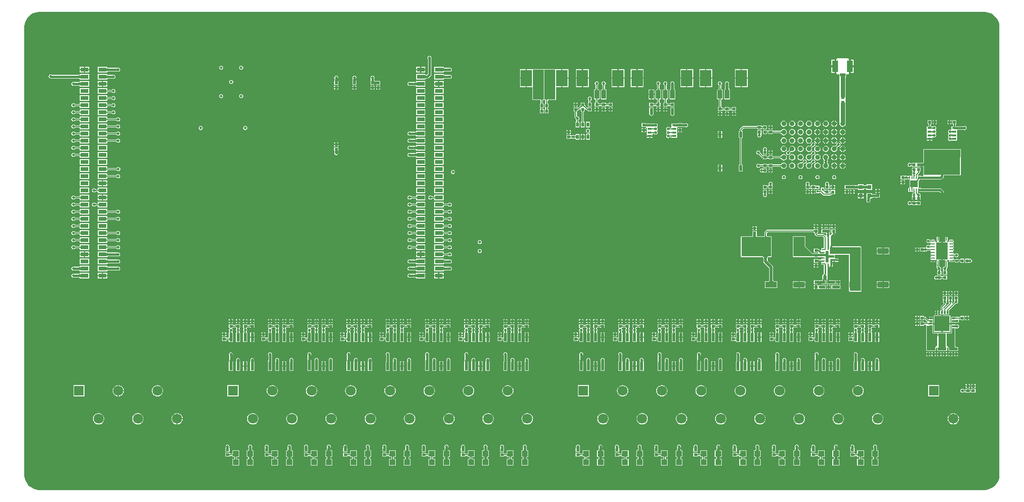
<source format=gtl>
G04*
G04 #@! TF.GenerationSoftware,Altium Limited,Altium Designer,20.0.13 (296)*
G04*
G04 Layer_Physical_Order=1*
G04 Layer_Color=255*
%FSLAX25Y25*%
%MOIN*%
G70*
G01*
G75*
%ADD10C,0.00787*%
%ADD13C,0.00984*%
%ADD14C,0.01575*%
%ADD16C,0.01968*%
G04:AMPARAMS|DCode=20|XSize=23.62mil|YSize=9.45mil|CornerRadius=0.94mil|HoleSize=0mil|Usage=FLASHONLY|Rotation=0.000|XOffset=0mil|YOffset=0mil|HoleType=Round|Shape=RoundedRectangle|*
%AMROUNDEDRECTD20*
21,1,0.02362,0.00756,0,0,0.0*
21,1,0.02173,0.00945,0,0,0.0*
1,1,0.00189,0.01087,-0.00378*
1,1,0.00189,-0.01087,-0.00378*
1,1,0.00189,-0.01087,0.00378*
1,1,0.00189,0.01087,0.00378*
%
%ADD20ROUNDEDRECTD20*%
G04:AMPARAMS|DCode=21|XSize=23.62mil|YSize=9.45mil|CornerRadius=0.94mil|HoleSize=0mil|Usage=FLASHONLY|Rotation=90.000|XOffset=0mil|YOffset=0mil|HoleType=Round|Shape=RoundedRectangle|*
%AMROUNDEDRECTD21*
21,1,0.02362,0.00756,0,0,90.0*
21,1,0.02173,0.00945,0,0,90.0*
1,1,0.00189,0.00378,0.01087*
1,1,0.00189,0.00378,-0.01087*
1,1,0.00189,-0.00378,-0.01087*
1,1,0.00189,-0.00378,0.01087*
%
%ADD21ROUNDEDRECTD21*%
%ADD22R,0.08071X0.12008*%
%ADD23R,0.05709X0.01575*%
%ADD24R,0.01575X0.04921*%
%ADD25R,0.00984X0.02264*%
%ADD26R,0.02756X0.00886*%
%ADD27R,0.00984X0.02165*%
%ADD28R,0.02165X0.00984*%
%ADD29R,0.03937X0.01575*%
%ADD30R,0.00984X0.01968*%
%ADD31R,0.05512X0.05118*%
%ADD32R,0.07874X0.13780*%
%ADD33R,0.01968X0.03150*%
%ADD34R,0.01575X0.01575*%
%ADD35R,0.01575X0.01575*%
%ADD36R,0.05787X0.02913*%
%ADD37R,0.25591X0.12520*%
%ADD38R,0.02047X0.01850*%
%ADD39R,0.11024X0.11024*%
%ADD40R,0.01181X0.01968*%
%ADD41R,0.01968X0.01181*%
%ADD42R,0.01968X0.03937*%
%ADD43R,0.03150X0.01575*%
%ADD44R,0.03937X0.03937*%
%ADD45R,0.02362X0.01968*%
%ADD46R,0.03150X0.03150*%
%ADD47R,0.01968X0.05906*%
%ADD48R,0.01850X0.02047*%
%ADD49R,0.08268X0.11811*%
G04:AMPARAMS|DCode=50|XSize=62.99mil|YSize=31.89mil|CornerRadius=3.19mil|HoleSize=0mil|Usage=FLASHONLY|Rotation=270.000|XOffset=0mil|YOffset=0mil|HoleType=Round|Shape=RoundedRectangle|*
%AMROUNDEDRECTD50*
21,1,0.06299,0.02551,0,0,270.0*
21,1,0.05661,0.03189,0,0,270.0*
1,1,0.00638,-0.01276,-0.02831*
1,1,0.00638,-0.01276,0.02831*
1,1,0.00638,0.01276,0.02831*
1,1,0.00638,0.01276,-0.02831*
%
%ADD50ROUNDEDRECTD50*%
%ADD51R,0.03937X0.07874*%
%ADD52R,0.03937X0.02362*%
%ADD53R,0.07874X0.03937*%
%ADD54C,0.03543*%
%ADD97C,0.02953*%
%ADD99C,0.03032*%
%ADD100C,0.01181*%
%ADD101C,0.07087*%
%ADD102R,0.07087X0.07087*%
%ADD103C,0.19685*%
%ADD104C,0.01968*%
G36*
X665499Y325583D02*
X666867Y325217D01*
X668176Y324674D01*
X669403Y323966D01*
X670527Y323104D01*
X671529Y322102D01*
X672391Y320978D01*
X673100Y319751D01*
X673642Y318442D01*
X674009Y317074D01*
X674193Y315669D01*
Y314961D01*
Y0D01*
Y-708D01*
X674008Y-2113D01*
X673642Y-3481D01*
X673100Y-4790D01*
X672391Y-6017D01*
X671529Y-7141D01*
X670527Y-8143D01*
X669403Y-9005D01*
X668176Y-9714D01*
X666867Y-10256D01*
X665499Y-10623D01*
X664094Y-10808D01*
X663386D01*
X0Y-10808D01*
X-708D01*
X-2113Y-10623D01*
X-3481Y-10256D01*
X-4790Y-9714D01*
X-6017Y-9005D01*
X-7141Y-8143D01*
X-8143Y-7141D01*
X-9005Y-6017D01*
X-9714Y-4790D01*
X-10256Y-3481D01*
X-10623Y-2113D01*
X-10808Y-708D01*
X-10808Y-0D01*
Y314961D01*
X-10808Y315669D01*
X-10623Y317074D01*
X-10256Y318442D01*
X-9714Y319751D01*
X-9005Y320978D01*
X-8143Y322102D01*
X-7141Y323104D01*
X-6017Y323966D01*
X-4790Y324674D01*
X-3481Y325217D01*
X-2113Y325583D01*
X-708Y325768D01*
X664094D01*
X665499Y325583D01*
D02*
G37*
%LPC*%
G36*
X558268Y292126D02*
X556102D01*
Y287992D01*
X558268D01*
Y292126D01*
D02*
G37*
G36*
X571850D02*
X569685D01*
Y287992D01*
X571850D01*
Y292126D01*
D02*
G37*
G36*
X283172Y286969D02*
X283160Y286964D01*
X283119Y286966D01*
X283089Y286949D01*
X277004D01*
Y283248D01*
X283078D01*
X283089Y283248D01*
X283119Y283231D01*
X283160Y283233D01*
X283172Y283228D01*
X283578Y283248D01*
X283578Y283475D01*
X283904Y283806D01*
X284013Y283831D01*
X284475Y283879D01*
X284756Y283885D01*
X284777Y283894D01*
X287361D01*
X287501Y283801D01*
X288039Y283694D01*
X288577Y283801D01*
X289032Y284105D01*
X289337Y284561D01*
X289444Y285099D01*
X289337Y285636D01*
X289032Y286092D01*
X288577Y286397D01*
X288039Y286503D01*
X287501Y286397D01*
X287361Y286303D01*
X284777D01*
X284756Y286312D01*
X284468Y286318D01*
X284225Y286336D01*
X284020Y286365D01*
X283904Y286391D01*
X283578Y286721D01*
Y286949D01*
X283172Y286969D01*
D02*
G37*
G36*
X46952D02*
X46939Y286964D01*
X46897Y286966D01*
X46867Y286949D01*
X40783D01*
Y283248D01*
X46858D01*
X46869Y283248D01*
X46900Y283231D01*
X46940Y283232D01*
X46952Y283228D01*
X47357Y283248D01*
X47357Y283475D01*
X47667Y283819D01*
X47802Y283851D01*
X48006Y283880D01*
X48248Y283898D01*
X48536Y283905D01*
X48557Y283914D01*
X54470D01*
X54580Y283840D01*
X55118Y283733D01*
X55656Y283840D01*
X56112Y284144D01*
X56416Y284600D01*
X56523Y285138D01*
X56416Y285675D01*
X56112Y286131D01*
X55656Y286436D01*
X55118Y286543D01*
X54580Y286436D01*
X54411Y286322D01*
X48557D01*
X48536Y286332D01*
X48247Y286338D01*
X48003Y286355D01*
X47797Y286383D01*
X47700Y286404D01*
X47357Y286721D01*
Y286949D01*
X46952Y286969D01*
D02*
G37*
G36*
X270878Y286949D02*
X267984D01*
Y285492D01*
X270878D01*
Y286949D01*
D02*
G37*
G36*
X267197D02*
X264303D01*
Y285492D01*
X267197D01*
Y286949D01*
D02*
G37*
G36*
X34657D02*
X31764D01*
Y285492D01*
X34657D01*
Y286949D01*
D02*
G37*
G36*
X30977D02*
X28083D01*
Y285492D01*
X30977D01*
Y286949D01*
D02*
G37*
G36*
X362205Y285466D02*
X354528D01*
X354331Y285384D01*
X354134Y285466D01*
X346457D01*
X346366Y285428D01*
X346358Y285433D01*
Y285433D01*
X342224D01*
Y279134D01*
Y272835D01*
X346030D01*
Y264173D01*
X346155Y263872D01*
X346457Y263747D01*
X351830D01*
X351835Y263737D01*
Y261690D01*
X351818Y261653D01*
X351815Y261514D01*
X351805Y261407D01*
X351792Y261323D01*
X351776Y261265D01*
X351774Y261260D01*
X351319D01*
Y258425D01*
X351774D01*
X351776Y258420D01*
X351792Y258362D01*
X351805Y258278D01*
X351815Y258171D01*
X351818Y258032D01*
X351835Y257995D01*
Y257753D01*
X351818Y257716D01*
X351815Y257577D01*
X351805Y257470D01*
X351792Y257386D01*
X351776Y257328D01*
X351774Y257323D01*
X351319D01*
Y254488D01*
X353957D01*
Y257323D01*
X353502D01*
X353500Y257328D01*
X353484Y257386D01*
X353470Y257470D01*
X353461Y257577D01*
X353457Y257716D01*
X353441Y257753D01*
Y257995D01*
X353457Y258032D01*
X353461Y258172D01*
X353470Y258278D01*
X353484Y258362D01*
X353500Y258420D01*
X353502Y258425D01*
X353957D01*
Y261260D01*
X353502D01*
X353500Y261265D01*
X353484Y261323D01*
X353470Y261407D01*
X353461Y261514D01*
X353457Y261653D01*
X353441Y261690D01*
Y263736D01*
X353445Y263747D01*
X354134D01*
X354331Y263829D01*
X354528Y263747D01*
X355216Y263747D01*
X355221Y263736D01*
Y261690D01*
X355204Y261653D01*
X355200Y261514D01*
X355191Y261407D01*
X355177Y261323D01*
X355162Y261265D01*
X355160Y261260D01*
X354705D01*
Y258425D01*
X355160D01*
X355162Y258420D01*
X355177Y258362D01*
X355191Y258278D01*
X355200Y258171D01*
X355204Y258032D01*
X355221Y257995D01*
Y257753D01*
X355204Y257716D01*
X355200Y257577D01*
X355191Y257470D01*
X355177Y257386D01*
X355162Y257328D01*
X355160Y257323D01*
X354705D01*
Y254488D01*
X357343D01*
Y257323D01*
X356887D01*
X356885Y257328D01*
X356870Y257386D01*
X356856Y257470D01*
X356847Y257577D01*
X356843Y257716D01*
X356826Y257753D01*
Y257995D01*
X356843Y258032D01*
X356847Y258172D01*
X356856Y258278D01*
X356870Y258362D01*
X356885Y258420D01*
X356887Y258425D01*
X357343D01*
Y261260D01*
X356887D01*
X356885Y261265D01*
X356870Y261323D01*
X356856Y261407D01*
X356847Y261514D01*
X356843Y261653D01*
X356826Y261690D01*
Y263249D01*
X357322Y263747D01*
X362205Y263747D01*
X362506Y263872D01*
X362631Y264173D01*
X362631Y272835D01*
X366437D01*
Y279134D01*
Y285433D01*
X362303D01*
Y285433D01*
X362296Y285428D01*
X362205Y285466D01*
D02*
G37*
G36*
X141516Y287905D02*
X140978Y287798D01*
X140522Y287493D01*
X140218Y287038D01*
X140111Y286500D01*
X140218Y285962D01*
X140522Y285507D01*
X140978Y285202D01*
X141516Y285095D01*
X142053Y285202D01*
X142509Y285507D01*
X142814Y285962D01*
X142920Y286500D01*
X142814Y287038D01*
X142509Y287493D01*
X142053Y287798D01*
X141516Y287905D01*
D02*
G37*
G36*
X127484D02*
X126947Y287798D01*
X126491Y287493D01*
X126186Y287038D01*
X126079Y286500D01*
X126186Y285962D01*
X126491Y285507D01*
X126947Y285202D01*
X127484Y285095D01*
X128022Y285202D01*
X128478Y285507D01*
X128782Y285962D01*
X128889Y286500D01*
X128782Y287038D01*
X128478Y287493D01*
X128022Y287798D01*
X127484Y287905D01*
D02*
G37*
G36*
X270878Y284705D02*
X267984D01*
Y283248D01*
X270878D01*
Y284705D01*
D02*
G37*
G36*
X267197D02*
X264303D01*
Y283248D01*
X267197D01*
Y284705D01*
D02*
G37*
G36*
X34657Y284705D02*
X31764D01*
Y283248D01*
X34657D01*
Y284705D01*
D02*
G37*
G36*
X30977D02*
X28083D01*
Y283248D01*
X30977D01*
Y284705D01*
D02*
G37*
G36*
X571850Y286811D02*
X569685D01*
Y282677D01*
X571850D01*
Y286811D01*
D02*
G37*
G36*
X558268Y286811D02*
X556102D01*
Y282677D01*
X558268D01*
Y286811D01*
D02*
G37*
G36*
X283172Y281969D02*
X283160Y281964D01*
X283119Y281966D01*
X283089Y281949D01*
X277004D01*
Y278248D01*
X283078D01*
X283089Y278248D01*
X283119Y278231D01*
X283160Y278233D01*
X283172Y278228D01*
X283578Y278248D01*
X283578Y278475D01*
X283904Y278806D01*
X284013Y278831D01*
X284475Y278879D01*
X284756Y278885D01*
X284777Y278894D01*
X287361D01*
X287501Y278801D01*
X288039Y278694D01*
X288577Y278801D01*
X289032Y279105D01*
X289337Y279561D01*
X289444Y280099D01*
X289337Y280636D01*
X289032Y281092D01*
X288577Y281397D01*
X288039Y281503D01*
X287501Y281397D01*
X287361Y281303D01*
X284777D01*
X284756Y281312D01*
X284468Y281318D01*
X284225Y281336D01*
X284020Y281365D01*
X283904Y281391D01*
X283578Y281721D01*
Y281949D01*
X283172Y281969D01*
D02*
G37*
G36*
X46952D02*
X46940Y281964D01*
X46898Y281966D01*
X46868Y281949D01*
X40783D01*
Y278248D01*
X46858D01*
X46868Y278248D01*
X46898Y278231D01*
X46940Y278233D01*
X46952Y278228D01*
X47357Y278248D01*
X47357Y278475D01*
X47683Y278806D01*
X47792Y278831D01*
X48254Y278879D01*
X48536Y278885D01*
X48557Y278894D01*
X51140D01*
X51281Y278801D01*
X51819Y278694D01*
X52356Y278801D01*
X52812Y279105D01*
X53117Y279561D01*
X53223Y280099D01*
X53117Y280636D01*
X52812Y281092D01*
X52356Y281397D01*
X51819Y281503D01*
X51281Y281397D01*
X51140Y281303D01*
X48557D01*
X48536Y281312D01*
X48248Y281318D01*
X48005Y281336D01*
X47800Y281365D01*
X47683Y281391D01*
X47357Y281721D01*
Y281949D01*
X46952Y281969D01*
D02*
G37*
G36*
X273819Y294909D02*
X273281Y294802D01*
X272826Y294497D01*
X272521Y294042D01*
X272414Y293504D01*
X272521Y292966D01*
X272615Y292826D01*
Y282192D01*
X271743Y281320D01*
X271525Y281336D01*
X271320Y281365D01*
X271204Y281391D01*
X270878Y281721D01*
Y281949D01*
X270472Y281969D01*
X270460Y281964D01*
X270419Y281966D01*
X270389Y281949D01*
X264303D01*
Y278248D01*
X270378D01*
X270389Y278248D01*
X270419Y278231D01*
X270460Y278233D01*
X270472Y278228D01*
X270878Y278248D01*
X270878Y278475D01*
X271204Y278806D01*
X271313Y278831D01*
X271775Y278879D01*
X272056Y278885D01*
X272077Y278894D01*
X272224D01*
X272224Y278894D01*
X272685Y278986D01*
X273076Y279247D01*
X274670Y280841D01*
X274932Y281232D01*
X275023Y281693D01*
X275023Y281693D01*
Y292826D01*
X275117Y292966D01*
X275224Y293504D01*
X275117Y294042D01*
X274812Y294497D01*
X274357Y294802D01*
X273819Y294909D01*
D02*
G37*
G36*
X28489Y281969D02*
X28083Y281949D01*
X28083Y281721D01*
X27757Y281391D01*
X27648Y281366D01*
X27186Y281318D01*
X26905Y281312D01*
X26884Y281303D01*
X8635D01*
X8590Y281370D01*
X8134Y281675D01*
X7597Y281782D01*
X7059Y281675D01*
X6603Y281370D01*
X6299Y280915D01*
X6192Y280377D01*
X6299Y279839D01*
X6603Y279384D01*
X7059Y279079D01*
X7366Y279018D01*
X7414Y278986D01*
X7875Y278894D01*
X26884D01*
X26905Y278885D01*
X27193Y278879D01*
X27436Y278861D01*
X27641Y278832D01*
X27757Y278806D01*
X28083Y278475D01*
Y278248D01*
X28489Y278228D01*
X28501Y278233D01*
X28542Y278231D01*
X28572Y278248D01*
X34657D01*
Y281949D01*
X28583D01*
X28572Y281949D01*
X28542Y281966D01*
X28501Y281964D01*
X28489Y281969D01*
D02*
G37*
G36*
X424114Y285433D02*
X419980D01*
Y279528D01*
X424114D01*
Y285433D01*
D02*
G37*
G36*
X419193D02*
X415059D01*
Y279528D01*
X419193D01*
Y285433D01*
D02*
G37*
G36*
X371358D02*
X367224D01*
Y279528D01*
X371358D01*
Y285433D01*
D02*
G37*
G36*
X410728D02*
X406595D01*
Y279528D01*
X410728D01*
Y285433D01*
D02*
G37*
G36*
X385728D02*
X381594D01*
Y279528D01*
X385728D01*
Y285433D01*
D02*
G37*
G36*
X341437D02*
X337303D01*
Y279528D01*
X341437D01*
Y285433D01*
D02*
G37*
G36*
X405807D02*
X401673D01*
Y279528D01*
X405807D01*
Y285433D01*
D02*
G37*
G36*
X380807D02*
X376673D01*
Y279528D01*
X380807D01*
Y285433D01*
D02*
G37*
G36*
X497342D02*
X493209D01*
Y279527D01*
X497342D01*
Y285433D01*
D02*
G37*
G36*
X472342D02*
X468209D01*
Y279527D01*
X472342D01*
Y285433D01*
D02*
G37*
G36*
X492421D02*
X488287D01*
Y279527D01*
X492421D01*
Y285433D01*
D02*
G37*
G36*
X467421D02*
X463287D01*
Y279527D01*
X467421D01*
Y285433D01*
D02*
G37*
G36*
X458957D02*
X454823D01*
Y279527D01*
X458957D01*
Y285433D01*
D02*
G37*
G36*
X454035D02*
X449902D01*
Y279527D01*
X454035D01*
Y285433D01*
D02*
G37*
G36*
X264709Y276969D02*
X264303Y276949D01*
X264303Y276722D01*
X263978Y276391D01*
X263869Y276366D01*
X263407Y276318D01*
X263125Y276312D01*
X263104Y276303D01*
X260521D01*
X260380Y276396D01*
X259842Y276503D01*
X259305Y276396D01*
X258849Y276092D01*
X258544Y275636D01*
X258438Y275098D01*
X258544Y274561D01*
X258849Y274105D01*
X259305Y273800D01*
X259842Y273693D01*
X260380Y273800D01*
X260521Y273894D01*
X263104D01*
X263125Y273885D01*
X263413Y273879D01*
X263656Y273861D01*
X263861Y273832D01*
X263978Y273806D01*
X264303Y273475D01*
Y273248D01*
X264709Y273228D01*
X264721Y273233D01*
X264763Y273231D01*
X264793Y273248D01*
X270878D01*
Y276949D01*
X264804D01*
X264792Y276949D01*
X264763Y276966D01*
X264721Y276964D01*
X264709Y276969D01*
D02*
G37*
G36*
X28489D02*
X28083Y276949D01*
X28083Y276722D01*
X27757Y276391D01*
X27648Y276366D01*
X27186Y276318D01*
X26905Y276312D01*
X26884Y276303D01*
X24300D01*
X24160Y276396D01*
X23622Y276503D01*
X23084Y276396D01*
X22629Y276092D01*
X22324Y275636D01*
X22217Y275098D01*
X22324Y274561D01*
X22629Y274105D01*
X23084Y273800D01*
X23622Y273693D01*
X24160Y273800D01*
X24300Y273894D01*
X26884D01*
X26905Y273885D01*
X27193Y273879D01*
X27436Y273861D01*
X27641Y273832D01*
X27757Y273806D01*
X28083Y273475D01*
Y273248D01*
X28489Y273228D01*
X28501Y273233D01*
X28542Y273231D01*
X28572Y273248D01*
X34657D01*
Y276949D01*
X28583D01*
X28572Y276949D01*
X28542Y276966D01*
X28501Y276964D01*
X28489Y276969D01*
D02*
G37*
G36*
X47357Y276949D02*
X44464D01*
Y275492D01*
X47357D01*
Y276949D01*
D02*
G37*
G36*
X43676D02*
X40783D01*
Y275492D01*
X43676D01*
Y276949D01*
D02*
G37*
G36*
X283578D02*
X280684D01*
Y275492D01*
X283578D01*
Y276949D01*
D02*
G37*
G36*
X279897D02*
X277004D01*
Y275492D01*
X279897D01*
Y276949D01*
D02*
G37*
G36*
X134500Y277905D02*
X133962Y277798D01*
X133507Y277493D01*
X133202Y277038D01*
X133095Y276500D01*
X133202Y275962D01*
X133507Y275507D01*
X133962Y275202D01*
X134500Y275095D01*
X135038Y275202D01*
X135494Y275507D01*
X135798Y275962D01*
X135905Y276500D01*
X135798Y277038D01*
X135494Y277493D01*
X135038Y277798D01*
X134500Y277905D01*
D02*
G37*
G36*
X221000Y280932D02*
X220462Y280826D01*
X220007Y280521D01*
X219702Y280065D01*
X219595Y279528D01*
X219702Y278990D01*
X219796Y278850D01*
Y278402D01*
X219787Y278380D01*
X219778Y277823D01*
X219752Y277404D01*
X219735Y277254D01*
X219726Y277205D01*
X219583Y277205D01*
X219562Y276799D01*
X219583Y276750D01*
X219583Y276705D01*
Y274567D01*
X222417D01*
Y276705D01*
X222417Y276750D01*
X222438Y276799D01*
X222417Y277205D01*
X222274D01*
X222267Y277242D01*
X222216Y278089D01*
X222214Y278377D01*
X222204Y278399D01*
Y278850D01*
X222298Y278990D01*
X222405Y279528D01*
X222298Y280065D01*
X221993Y280521D01*
X221538Y280826D01*
X221000Y280932D01*
D02*
G37*
G36*
X208244D02*
X207706Y280826D01*
X207251Y280521D01*
X206946Y280065D01*
X206839Y279528D01*
X206946Y278990D01*
X207040Y278850D01*
Y278402D01*
X207031Y278380D01*
X207022Y277823D01*
X206996Y277403D01*
X206979Y277254D01*
X206970Y277205D01*
X206827Y277205D01*
X206806Y276799D01*
X206827Y276750D01*
X206827Y276705D01*
Y274567D01*
X209661D01*
Y276705D01*
X209661Y276750D01*
X209682Y276799D01*
X209661Y277205D01*
X209518D01*
X209511Y277242D01*
X209460Y278089D01*
X209458Y278377D01*
X209448Y278399D01*
Y278850D01*
X209542Y278990D01*
X209649Y279528D01*
X209542Y280065D01*
X209238Y280521D01*
X208782Y280826D01*
X208244Y280932D01*
D02*
G37*
G36*
X233756D02*
X233218Y280826D01*
X232762Y280521D01*
X232458Y280065D01*
X232351Y279528D01*
X232458Y278990D01*
X232552Y278850D01*
Y278402D01*
X232542Y278380D01*
X232534Y277823D01*
X232508Y277404D01*
X232490Y277254D01*
X232482Y277205D01*
X232339Y277205D01*
X232318Y276799D01*
X232339Y276750D01*
X232339Y276705D01*
Y274567D01*
X234673D01*
X234718Y274567D01*
X234768Y274547D01*
X235173Y274567D01*
Y274613D01*
X235782Y274653D01*
X236276Y274567D01*
X236681Y274547D01*
X236731Y274567D01*
X239110D01*
Y277205D01*
X236776D01*
X236731Y277205D01*
X236681Y277225D01*
X236276Y277205D01*
Y277158D01*
X235667Y277119D01*
X235173Y277205D01*
X234999Y277633D01*
X234972Y278089D01*
X234969Y278377D01*
X234960Y278399D01*
Y278850D01*
X235054Y278990D01*
X235161Y279528D01*
X235054Y280065D01*
X234749Y280521D01*
X234294Y280826D01*
X233756Y280932D01*
D02*
G37*
G36*
X283578Y274705D02*
X280684D01*
Y273248D01*
X283578D01*
Y274705D01*
D02*
G37*
G36*
X279897D02*
X277004D01*
Y273248D01*
X279897D01*
Y274705D01*
D02*
G37*
G36*
X47357Y274705D02*
X44464D01*
Y273248D01*
X47357D01*
Y274705D01*
D02*
G37*
G36*
X43676D02*
X40783D01*
Y273248D01*
X43676D01*
Y274705D01*
D02*
G37*
G36*
X235173Y273819D02*
X234150D01*
Y272894D01*
X235173D01*
Y273819D01*
D02*
G37*
G36*
X239110D02*
X238087D01*
Y272894D01*
X239110D01*
Y273819D01*
D02*
G37*
G36*
X222417D02*
X221394D01*
Y272894D01*
X222417D01*
Y273819D01*
D02*
G37*
G36*
X209661D02*
X208638D01*
Y272894D01*
X209661D01*
Y273819D01*
D02*
G37*
G36*
X207850D02*
X206827D01*
Y272894D01*
X207850D01*
Y273819D01*
D02*
G37*
G36*
X220606D02*
X219583D01*
Y272894D01*
X220606D01*
Y273819D01*
D02*
G37*
G36*
X237299D02*
X236276D01*
Y272894D01*
X237299D01*
Y273819D01*
D02*
G37*
G36*
X233362D02*
X232339D01*
Y272894D01*
X233362D01*
Y273819D01*
D02*
G37*
G36*
X497342Y278740D02*
X493209D01*
Y272835D01*
X497342D01*
Y278740D01*
D02*
G37*
G36*
X492421D02*
X488287D01*
Y272835D01*
X492421D01*
Y278740D01*
D02*
G37*
G36*
X472342D02*
X468209D01*
Y272835D01*
X472342D01*
Y278740D01*
D02*
G37*
G36*
X467421D02*
X463287D01*
Y272835D01*
X467421D01*
Y278740D01*
D02*
G37*
G36*
X458957Y278740D02*
X454823D01*
Y272835D01*
X458957D01*
Y278740D01*
D02*
G37*
G36*
X454035D02*
X449902D01*
Y272835D01*
X454035D01*
Y278740D01*
D02*
G37*
G36*
X424114Y278740D02*
X419980D01*
Y272835D01*
X424114D01*
Y278740D01*
D02*
G37*
G36*
X419193D02*
X415059D01*
Y272835D01*
X419193D01*
Y278740D01*
D02*
G37*
G36*
X410728Y278740D02*
X406595D01*
Y272835D01*
X410728D01*
Y278740D01*
D02*
G37*
G36*
X405807D02*
X401673D01*
Y272835D01*
X405807D01*
Y278740D01*
D02*
G37*
G36*
X385728D02*
X381594D01*
Y272835D01*
X385728D01*
Y278740D01*
D02*
G37*
G36*
X380807D02*
X376673D01*
Y272835D01*
X380807D01*
Y278740D01*
D02*
G37*
G36*
X371358D02*
X367224D01*
Y272835D01*
X371358D01*
Y278740D01*
D02*
G37*
G36*
X341437D02*
X337303D01*
Y272835D01*
X341437D01*
Y278740D01*
D02*
G37*
G36*
X239110Y272106D02*
X238087D01*
Y271181D01*
X239110D01*
Y272106D01*
D02*
G37*
G36*
X237299D02*
X236276D01*
Y271181D01*
X237299D01*
Y272106D01*
D02*
G37*
G36*
X235173D02*
X234150D01*
Y271181D01*
X235173D01*
Y272106D01*
D02*
G37*
G36*
X233362D02*
X232339D01*
Y271181D01*
X233362D01*
Y272106D01*
D02*
G37*
G36*
X222417D02*
X221394D01*
Y271181D01*
X222417D01*
Y272106D01*
D02*
G37*
G36*
X220606D02*
X219583D01*
Y271181D01*
X220606D01*
Y272106D01*
D02*
G37*
G36*
X209661D02*
X208638D01*
Y271181D01*
X209661D01*
Y272106D01*
D02*
G37*
G36*
X207850D02*
X206827D01*
Y271181D01*
X207850D01*
Y272106D01*
D02*
G37*
G36*
X47357Y271949D02*
X40783D01*
Y268248D01*
X47357D01*
Y269231D01*
X47372Y269237D01*
X47428Y269252D01*
X47510Y269266D01*
X47614Y269275D01*
X47750Y269279D01*
X47788Y269296D01*
X50276D01*
X50313Y269279D01*
X50397Y269276D01*
X50463Y269270D01*
X50522Y269260D01*
X50576Y269247D01*
X50624Y269232D01*
X50668Y269213D01*
X50707Y269192D01*
X50744Y269168D01*
X50778Y269142D01*
X50824Y269098D01*
X50849Y269089D01*
X51281Y268800D01*
X51819Y268693D01*
X52356Y268800D01*
X52812Y269105D01*
X53117Y269561D01*
X53223Y270098D01*
X53117Y270636D01*
X52812Y271092D01*
X52356Y271396D01*
X51819Y271503D01*
X51281Y271396D01*
X50849Y271108D01*
X50824Y271099D01*
X50778Y271055D01*
X50744Y271029D01*
X50707Y271005D01*
X50668Y270984D01*
X50624Y270965D01*
X50576Y270950D01*
X50522Y270937D01*
X50463Y270927D01*
X50397Y270921D01*
X50313Y270918D01*
X50276Y270901D01*
X47788D01*
X47750Y270918D01*
X47614Y270922D01*
X47510Y270931D01*
X47428Y270944D01*
X47372Y270960D01*
X47357Y270966D01*
Y271949D01*
D02*
G37*
G36*
X283578D02*
X277004D01*
Y268248D01*
X283578D01*
Y271949D01*
D02*
G37*
G36*
X270878D02*
X264303D01*
Y268248D01*
X270878D01*
Y271949D01*
D02*
G37*
G36*
X34657D02*
X28083D01*
Y268248D01*
X34657D01*
Y271949D01*
D02*
G37*
G36*
X430902Y271274D02*
X430020D01*
Y268110D01*
X431628D01*
Y270547D01*
X431573Y270825D01*
X431415Y271061D01*
X431180Y271218D01*
X430902Y271274D01*
D02*
G37*
G36*
X429232D02*
X428350D01*
X428072Y271218D01*
X427837Y271061D01*
X427679Y270825D01*
X427624Y270547D01*
Y268110D01*
X429232D01*
Y271274D01*
D02*
G37*
G36*
X141516Y267905D02*
X140978Y267798D01*
X140522Y267493D01*
X140218Y267038D01*
X140111Y266500D01*
X140218Y265962D01*
X140522Y265507D01*
X140978Y265202D01*
X141516Y265095D01*
X142053Y265202D01*
X142509Y265507D01*
X142814Y265962D01*
X142920Y266500D01*
X142814Y267038D01*
X142509Y267493D01*
X142053Y267798D01*
X141516Y267905D01*
D02*
G37*
G36*
X127484D02*
X126947Y267798D01*
X126491Y267493D01*
X126186Y267038D01*
X126079Y266500D01*
X126186Y265962D01*
X126491Y265507D01*
X126947Y265202D01*
X127484Y265095D01*
X128022Y265202D01*
X128478Y265507D01*
X128782Y265962D01*
X128889Y266500D01*
X128782Y267038D01*
X128478Y267493D01*
X128022Y267798D01*
X127484Y267905D01*
D02*
G37*
G36*
X482776Y276870D02*
X482238Y276763D01*
X481782Y276458D01*
X481478Y276002D01*
X481371Y275465D01*
Y272848D01*
X481365Y272835D01*
X481360Y272517D01*
X481321Y271968D01*
X481289Y271749D01*
X481250Y271559D01*
X481204Y271403D01*
X481155Y271283D01*
X481108Y271199D01*
X481069Y271149D01*
X481004Y271094D01*
X480995Y271077D01*
X480977Y271070D01*
X480953Y271012D01*
X480829Y270825D01*
X480773Y270547D01*
Y264886D01*
X480829Y264608D01*
X480986Y264372D01*
X481222Y264215D01*
X481500Y264159D01*
X484051D01*
X484329Y264215D01*
X484565Y264372D01*
X484722Y264608D01*
X484778Y264886D01*
Y270547D01*
X484722Y270825D01*
X484598Y271012D01*
X484574Y271070D01*
X484556Y271077D01*
X484547Y271094D01*
X484482Y271149D01*
X484443Y271199D01*
X484396Y271283D01*
X484347Y271403D01*
X484302Y271559D01*
X484262Y271749D01*
X484230Y271968D01*
X484191Y272517D01*
X484186Y272835D01*
X484180Y272848D01*
Y275465D01*
X484074Y276002D01*
X483769Y276458D01*
X483313Y276763D01*
X482776Y276870D01*
D02*
G37*
G36*
X444390D02*
X443852Y276763D01*
X443396Y276458D01*
X443092Y276002D01*
X442985Y275465D01*
Y272848D01*
X442979Y272835D01*
X442975Y272517D01*
X442935Y271968D01*
X442904Y271749D01*
X442864Y271559D01*
X442818Y271403D01*
X442769Y271283D01*
X442722Y271199D01*
X442683Y271149D01*
X442618Y271094D01*
X442609Y271077D01*
X442592Y271070D01*
X442568Y271012D01*
X442443Y270825D01*
X442388Y270547D01*
Y264886D01*
X442443Y264608D01*
X442600Y264372D01*
X442836Y264215D01*
X443114Y264159D01*
X445665D01*
X445943Y264215D01*
X446179Y264372D01*
X446337Y264608D01*
X446392Y264886D01*
Y270547D01*
X446337Y270825D01*
X446212Y271012D01*
X446188Y271070D01*
X446170Y271077D01*
X446162Y271094D01*
X446097Y271149D01*
X446057Y271199D01*
X446010Y271283D01*
X445962Y271403D01*
X445916Y271559D01*
X445876Y271749D01*
X445844Y271968D01*
X445805Y272517D01*
X445800Y272835D01*
X445795Y272848D01*
Y275465D01*
X445688Y276002D01*
X445383Y276458D01*
X444927Y276763D01*
X444390Y276870D01*
D02*
G37*
G36*
X431628Y267323D02*
X430020D01*
Y264159D01*
X430902D01*
X431180Y264215D01*
X431415Y264372D01*
X431573Y264608D01*
X431628Y264886D01*
Y267323D01*
D02*
G37*
G36*
X429232D02*
X427624D01*
Y264886D01*
X427679Y264608D01*
X427837Y264372D01*
X428072Y264215D01*
X428350Y264159D01*
X429232D01*
Y267323D01*
D02*
G37*
G36*
X396161Y276870D02*
X395624Y276763D01*
X395168Y276458D01*
X394863Y276002D01*
X394757Y275465D01*
X394863Y274927D01*
X395152Y274495D01*
X395161Y274471D01*
X395204Y274425D01*
X395231Y274390D01*
X395255Y274354D01*
X395276Y274314D01*
X395294Y274270D01*
X395310Y274222D01*
X395323Y274168D01*
X395333Y274109D01*
X395339Y274044D01*
X395342Y273959D01*
X395359Y273922D01*
Y271696D01*
X395342Y271659D01*
X395338Y271520D01*
X395329Y271413D01*
X395315Y271329D01*
X395300Y271274D01*
X394886D01*
X394608Y271218D01*
X394372Y271061D01*
X394215Y270825D01*
X394159Y270547D01*
Y264886D01*
X394215Y264608D01*
X394372Y264372D01*
X394608Y264215D01*
X394886Y264159D01*
X397437D01*
X397715Y264215D01*
X397951Y264372D01*
X398108Y264608D01*
X398164Y264886D01*
Y270547D01*
X398108Y270825D01*
X397951Y271061D01*
X397715Y271218D01*
X397437Y271274D01*
X397022D01*
X397008Y271329D01*
X396994Y271413D01*
X396985Y271520D01*
X396981Y271659D01*
X396964Y271696D01*
Y273922D01*
X396981Y273959D01*
X396984Y274044D01*
X396990Y274109D01*
X397000Y274168D01*
X397012Y274222D01*
X397028Y274270D01*
X397047Y274314D01*
X397068Y274354D01*
X397092Y274390D01*
X397118Y274425D01*
X397162Y274471D01*
X397171Y274495D01*
X397459Y274927D01*
X397566Y275465D01*
X397459Y276002D01*
X397155Y276458D01*
X396699Y276763D01*
X396161Y276870D01*
D02*
G37*
G36*
X47357Y266949D02*
X40783D01*
Y263248D01*
X47357D01*
Y264231D01*
X47372Y264237D01*
X47428Y264252D01*
X47510Y264266D01*
X47614Y264275D01*
X47750Y264279D01*
X47788Y264296D01*
X50276D01*
X50313Y264279D01*
X50397Y264276D01*
X50463Y264270D01*
X50522Y264260D01*
X50576Y264247D01*
X50624Y264231D01*
X50668Y264213D01*
X50707Y264192D01*
X50744Y264168D01*
X50778Y264142D01*
X50824Y264098D01*
X50849Y264089D01*
X51281Y263801D01*
X51819Y263693D01*
X52356Y263801D01*
X52812Y264105D01*
X53117Y264561D01*
X53223Y265099D01*
X53117Y265636D01*
X52812Y266092D01*
X52356Y266396D01*
X51819Y266503D01*
X51281Y266396D01*
X50849Y266108D01*
X50824Y266099D01*
X50778Y266055D01*
X50744Y266029D01*
X50707Y266005D01*
X50668Y265984D01*
X50624Y265965D01*
X50576Y265950D01*
X50522Y265937D01*
X50463Y265927D01*
X50397Y265921D01*
X50313Y265918D01*
X50276Y265901D01*
X47788D01*
X47750Y265918D01*
X47614Y265922D01*
X47510Y265931D01*
X47428Y265945D01*
X47372Y265960D01*
X47357Y265966D01*
Y266949D01*
D02*
G37*
G36*
X283578D02*
X277004D01*
Y263248D01*
X283578D01*
Y266949D01*
D02*
G37*
G36*
X270878D02*
X264303D01*
Y263248D01*
X270878D01*
Y266949D01*
D02*
G37*
G36*
X34657D02*
X28083D01*
Y263248D01*
X34657D01*
Y266949D01*
D02*
G37*
G36*
X434547Y276870D02*
X434010Y276763D01*
X433554Y276458D01*
X433249Y276002D01*
X433142Y275465D01*
X433249Y274927D01*
X433538Y274495D01*
X433547Y274471D01*
X433590Y274425D01*
X433617Y274390D01*
X433641Y274354D01*
X433662Y274314D01*
X433680Y274270D01*
X433696Y274222D01*
X433709Y274168D01*
X433719Y274109D01*
X433725Y274044D01*
X433728Y273959D01*
X433744Y273922D01*
Y271696D01*
X433728Y271659D01*
X433724Y271520D01*
X433715Y271413D01*
X433701Y271329D01*
X433686Y271274D01*
X433272D01*
X432994Y271218D01*
X432758Y271061D01*
X432600Y270825D01*
X432545Y270547D01*
Y264886D01*
X432600Y264608D01*
X432758Y264372D01*
X432994Y264215D01*
X433272Y264159D01*
X433686D01*
X433701Y264104D01*
X433715Y264020D01*
X433724Y263913D01*
X433728Y263774D01*
X433744Y263737D01*
Y262132D01*
X433728Y262094D01*
X433724Y261957D01*
X433715Y261853D01*
X433701Y261772D01*
X433686Y261715D01*
X433680Y261701D01*
X433130D01*
Y261246D01*
X433125Y261244D01*
X433067Y261228D01*
X432983Y261214D01*
X432876Y261205D01*
X432737Y261202D01*
X432699Y261185D01*
X431474D01*
X431436Y261202D01*
X431297Y261205D01*
X431190Y261214D01*
X431107Y261228D01*
X431048Y261244D01*
X431043Y261246D01*
Y261701D01*
X428209D01*
Y259063D01*
X431043D01*
Y259518D01*
X431048Y259520D01*
X431107Y259536D01*
X431190Y259549D01*
X431297Y259559D01*
X431436Y259562D01*
X431474Y259579D01*
X432699D01*
X432737Y259562D01*
X432876Y259559D01*
X432983Y259549D01*
X433067Y259536D01*
X433125Y259520D01*
X433130Y259518D01*
Y259063D01*
X435965D01*
Y261701D01*
X435414D01*
X435408Y261715D01*
X435393Y261771D01*
X435380Y261853D01*
X435370Y261957D01*
X435367Y262094D01*
X435350Y262132D01*
Y263737D01*
X435367Y263774D01*
X435371Y263913D01*
X435380Y264020D01*
X435393Y264104D01*
X435408Y264159D01*
X435823D01*
X436101Y264215D01*
X436337Y264372D01*
X436494Y264608D01*
X436549Y264886D01*
Y270547D01*
X436494Y270825D01*
X436337Y271061D01*
X436101Y271218D01*
X435823Y271274D01*
X435408D01*
X435393Y271329D01*
X435380Y271413D01*
X435371Y271520D01*
X435367Y271659D01*
X435350Y271696D01*
Y273922D01*
X435367Y273959D01*
X435369Y274044D01*
X435376Y274109D01*
X435385Y274168D01*
X435398Y274222D01*
X435414Y274270D01*
X435433Y274314D01*
X435454Y274354D01*
X435477Y274390D01*
X435504Y274425D01*
X435547Y274471D01*
X435557Y274495D01*
X435845Y274927D01*
X435952Y275465D01*
X435845Y276002D01*
X435541Y276458D01*
X435085Y276763D01*
X434547Y276870D01*
D02*
G37*
G36*
X34657Y261949D02*
X28083D01*
Y260962D01*
X28078Y260960D01*
X28020Y260945D01*
X27936Y260931D01*
X27829Y260922D01*
X27690Y260918D01*
X27652Y260901D01*
X25165D01*
X25128Y260918D01*
X25043Y260921D01*
X24978Y260927D01*
X24918Y260937D01*
X24865Y260950D01*
X24817Y260965D01*
X24773Y260984D01*
X24733Y261005D01*
X24697Y261029D01*
X24662Y261055D01*
X24616Y261099D01*
X24592Y261108D01*
X24160Y261397D01*
X23622Y261503D01*
X23084Y261397D01*
X22629Y261092D01*
X22324Y260636D01*
X22217Y260099D01*
X22324Y259561D01*
X22629Y259105D01*
X23084Y258801D01*
X23622Y258694D01*
X24160Y258801D01*
X24592Y259089D01*
X24616Y259098D01*
X24662Y259142D01*
X24697Y259168D01*
X24733Y259192D01*
X24773Y259213D01*
X24817Y259231D01*
X24865Y259247D01*
X24918Y259260D01*
X24978Y259270D01*
X25043Y259276D01*
X25128Y259279D01*
X25165Y259296D01*
X27652D01*
X27690Y259279D01*
X27829Y259275D01*
X27936Y259266D01*
X28020Y259252D01*
X28078Y259237D01*
X28083Y259235D01*
Y258248D01*
X34657D01*
Y261949D01*
D02*
G37*
G36*
X377894Y261701D02*
X376870D01*
Y260776D01*
X377894D01*
Y261701D01*
D02*
G37*
G36*
X376083D02*
X375059D01*
Y260776D01*
X376083D01*
Y261701D01*
D02*
G37*
G36*
X439468Y276870D02*
X438931Y276763D01*
X438475Y276458D01*
X438170Y276002D01*
X438064Y275465D01*
X438170Y274927D01*
X438459Y274495D01*
X438468Y274471D01*
X438512Y274425D01*
X438538Y274390D01*
X438562Y274354D01*
X438583Y274314D01*
X438602Y274270D01*
X438617Y274222D01*
X438630Y274168D01*
X438640Y274109D01*
X438646Y274044D01*
X438649Y273959D01*
X438666Y273922D01*
Y271696D01*
X438649Y271659D01*
X438645Y271520D01*
X438636Y271413D01*
X438622Y271329D01*
X438608Y271274D01*
X438193D01*
X437915Y271218D01*
X437679Y271061D01*
X437522Y270825D01*
X437466Y270547D01*
Y264886D01*
X437522Y264608D01*
X437679Y264372D01*
X437915Y264215D01*
X438193Y264159D01*
X438608D01*
X438622Y264104D01*
X438636Y264020D01*
X438645Y263913D01*
X438649Y263774D01*
X438666Y263737D01*
Y262132D01*
X438649Y262094D01*
X438645Y261957D01*
X438636Y261853D01*
X438623Y261772D01*
X438607Y261715D01*
X438601Y261701D01*
X438051D01*
Y259063D01*
X440886D01*
Y259518D01*
X440891Y259520D01*
X440949Y259536D01*
X441033Y259549D01*
X441140Y259559D01*
X441279Y259562D01*
X441317Y259579D01*
X442542D01*
X442580Y259562D01*
X442719Y259559D01*
X442826Y259549D01*
X442909Y259536D01*
X442968Y259520D01*
X442972Y259518D01*
Y259063D01*
X445807D01*
Y261701D01*
X442972D01*
Y261246D01*
X442968Y261244D01*
X442909Y261228D01*
X442826Y261214D01*
X442719Y261205D01*
X442580Y261202D01*
X442542Y261185D01*
X441317D01*
X441279Y261202D01*
X441140Y261205D01*
X441033Y261214D01*
X440949Y261228D01*
X440891Y261244D01*
X440886Y261246D01*
Y261701D01*
X440336D01*
X440330Y261715D01*
X440314Y261771D01*
X440301Y261853D01*
X440292Y261957D01*
X440288Y262094D01*
X440271Y262132D01*
Y263737D01*
X440288Y263774D01*
X440292Y263913D01*
X440301Y264020D01*
X440315Y264104D01*
X440330Y264159D01*
X440744D01*
X441022Y264215D01*
X441258Y264372D01*
X441415Y264608D01*
X441471Y264886D01*
Y270547D01*
X441415Y270825D01*
X441258Y271061D01*
X441022Y271218D01*
X440744Y271274D01*
X440330D01*
X440315Y271329D01*
X440301Y271413D01*
X440292Y271520D01*
X440288Y271659D01*
X440271Y271696D01*
Y273922D01*
X440288Y273959D01*
X440291Y274044D01*
X440297Y274109D01*
X440307Y274168D01*
X440320Y274222D01*
X440336Y274270D01*
X440354Y274314D01*
X440375Y274354D01*
X440399Y274390D01*
X440425Y274425D01*
X440469Y274471D01*
X440478Y274495D01*
X440766Y274927D01*
X440873Y275465D01*
X440766Y276002D01*
X440462Y276458D01*
X440006Y276763D01*
X439468Y276870D01*
D02*
G37*
G36*
X391240D02*
X390703Y276763D01*
X390247Y276458D01*
X389942Y276002D01*
X389835Y275465D01*
X389942Y274927D01*
X390231Y274495D01*
X390240Y274471D01*
X390283Y274425D01*
X390310Y274390D01*
X390334Y274354D01*
X390355Y274314D01*
X390373Y274270D01*
X390389Y274222D01*
X390402Y274168D01*
X390412Y274109D01*
X390418Y274044D01*
X390421Y273959D01*
X390437Y273922D01*
Y271696D01*
X390421Y271659D01*
X390417Y271520D01*
X390408Y271413D01*
X390394Y271329D01*
X390379Y271274D01*
X389965D01*
X389686Y271218D01*
X389451Y271061D01*
X389293Y270825D01*
X389238Y270547D01*
Y264886D01*
X389293Y264608D01*
X389451Y264372D01*
X389686Y264215D01*
X389965Y264159D01*
X390379D01*
X390394Y264104D01*
X390408Y264020D01*
X390417Y263913D01*
X390421Y263774D01*
X390437Y263737D01*
Y262132D01*
X390421Y262094D01*
X390417Y261957D01*
X390408Y261853D01*
X390394Y261772D01*
X390379Y261715D01*
X390373Y261701D01*
X389823D01*
Y259063D01*
X392657D01*
Y259518D01*
X392662Y259520D01*
X392721Y259536D01*
X392804Y259549D01*
X392911Y259559D01*
X393050Y259562D01*
X393088Y259579D01*
X394313D01*
X394351Y259562D01*
X394490Y259559D01*
X394597Y259549D01*
X394681Y259536D01*
X394739Y259520D01*
X394744Y259518D01*
Y259063D01*
X397579D01*
Y259518D01*
X397584Y259520D01*
X397642Y259536D01*
X397726Y259549D01*
X397832Y259559D01*
X397972Y259562D01*
X398009Y259579D01*
X399235D01*
X399273Y259562D01*
X399412Y259559D01*
X399518Y259549D01*
X399602Y259536D01*
X399660Y259520D01*
X399665Y259518D01*
Y259063D01*
X402500D01*
Y261701D01*
X399665D01*
Y261246D01*
X399660Y261244D01*
X399602Y261228D01*
X399518Y261214D01*
X399412Y261205D01*
X399273Y261202D01*
X399235Y261185D01*
X398009D01*
X397972Y261202D01*
X397832Y261205D01*
X397726Y261214D01*
X397642Y261228D01*
X397584Y261244D01*
X397579Y261246D01*
Y261701D01*
X394744D01*
Y261246D01*
X394739Y261244D01*
X394681Y261228D01*
X394597Y261214D01*
X394490Y261205D01*
X394351Y261202D01*
X394313Y261185D01*
X393088D01*
X393050Y261202D01*
X392911Y261205D01*
X392804Y261214D01*
X392721Y261228D01*
X392662Y261244D01*
X392657Y261246D01*
Y261701D01*
X392107D01*
X392101Y261715D01*
X392086Y261771D01*
X392073Y261853D01*
X392063Y261957D01*
X392060Y262094D01*
X392043Y262132D01*
Y263737D01*
X392060Y263774D01*
X392063Y263913D01*
X392073Y264020D01*
X392087Y264104D01*
X392101Y264159D01*
X392516D01*
X392794Y264215D01*
X393029Y264372D01*
X393187Y264608D01*
X393242Y264886D01*
Y270547D01*
X393187Y270825D01*
X393029Y271061D01*
X392794Y271218D01*
X392516Y271274D01*
X392101D01*
X392087Y271329D01*
X392073Y271413D01*
X392063Y271520D01*
X392060Y271659D01*
X392043Y271696D01*
Y273922D01*
X392060Y273959D01*
X392062Y274044D01*
X392069Y274109D01*
X392078Y274168D01*
X392091Y274222D01*
X392107Y274270D01*
X392126Y274314D01*
X392146Y274354D01*
X392170Y274390D01*
X392197Y274425D01*
X392240Y274471D01*
X392249Y274495D01*
X392538Y274927D01*
X392645Y275465D01*
X392538Y276002D01*
X392234Y276458D01*
X391778Y276763D01*
X391240Y276870D01*
D02*
G37*
G36*
X386319Y266118D02*
X385781Y266011D01*
X385326Y265706D01*
X385021Y265250D01*
X384914Y264713D01*
X385021Y264175D01*
X385310Y263743D01*
X385319Y263719D01*
X385362Y263672D01*
X385389Y263638D01*
X385413Y263601D01*
X385434Y263562D01*
X385452Y263518D01*
X385468Y263470D01*
X385481Y263416D01*
X385490Y263357D01*
X385497Y263291D01*
X385499Y263207D01*
X385516Y263170D01*
Y262131D01*
X385499Y262093D01*
X385496Y261954D01*
X385486Y261848D01*
X385473Y261764D01*
X385457Y261706D01*
X385455Y261701D01*
X384902D01*
Y259063D01*
X387736D01*
Y261701D01*
X387183D01*
X387181Y261706D01*
X387165Y261764D01*
X387152Y261848D01*
X387142Y261954D01*
X387139Y262093D01*
X387122Y262131D01*
Y263170D01*
X387139Y263207D01*
X387141Y263291D01*
X387147Y263357D01*
X387157Y263416D01*
X387170Y263470D01*
X387186Y263518D01*
X387204Y263562D01*
X387225Y263601D01*
X387249Y263638D01*
X387276Y263672D01*
X387319Y263719D01*
X387328Y263743D01*
X387617Y264175D01*
X387724Y264713D01*
X387617Y265250D01*
X387312Y265706D01*
X386857Y266011D01*
X386319Y266118D01*
D02*
G37*
G36*
X377894Y259988D02*
X376870D01*
Y259063D01*
X377894D01*
Y259988D01*
D02*
G37*
G36*
X376083D02*
X375059D01*
Y259063D01*
X376083D01*
Y259988D01*
D02*
G37*
G36*
X47357Y261949D02*
X40783D01*
Y258248D01*
X47357D01*
Y259231D01*
X47372Y259237D01*
X47428Y259252D01*
X47510Y259266D01*
X47614Y259275D01*
X47750Y259279D01*
X47788Y259296D01*
X50276D01*
X50313Y259279D01*
X50397Y259276D01*
X50463Y259270D01*
X50522Y259260D01*
X50576Y259247D01*
X50624Y259231D01*
X50668Y259213D01*
X50707Y259192D01*
X50744Y259168D01*
X50778Y259141D01*
X50824Y259098D01*
X50849Y259089D01*
X51281Y258801D01*
X51819Y258694D01*
X52356Y258801D01*
X52812Y259105D01*
X53117Y259561D01*
X53223Y260099D01*
X53117Y260636D01*
X52812Y261092D01*
X52356Y261397D01*
X51819Y261503D01*
X51281Y261397D01*
X50849Y261108D01*
X50824Y261099D01*
X50778Y261055D01*
X50744Y261029D01*
X50707Y261005D01*
X50668Y260984D01*
X50624Y260965D01*
X50576Y260950D01*
X50522Y260937D01*
X50463Y260927D01*
X50397Y260921D01*
X50313Y260918D01*
X50276Y260901D01*
X47788D01*
X47750Y260918D01*
X47614Y260922D01*
X47510Y260931D01*
X47428Y260945D01*
X47372Y260960D01*
X47357Y260966D01*
Y261949D01*
D02*
G37*
G36*
X382815Y261701D02*
X379980D01*
Y260554D01*
X379961Y260515D01*
X379972Y260481D01*
X379961Y260446D01*
X379980Y260410D01*
Y260206D01*
X379971Y260190D01*
X379903Y260092D01*
X379674Y259822D01*
X379523Y259666D01*
X379510Y259633D01*
X379480Y259614D01*
X379476Y259595D01*
X378336Y258455D01*
X377894Y258315D01*
X377492Y258335D01*
X377480Y258330D01*
X377436Y258332D01*
X377405Y258315D01*
X375059D01*
Y255677D01*
X375636D01*
X375638Y255672D01*
X375654Y255614D01*
X375667Y255530D01*
X375677Y255423D01*
X375680Y255284D01*
X375697Y255246D01*
Y252000D01*
X375758Y251693D01*
X375932Y251432D01*
X375999Y251366D01*
X376013Y251327D01*
X376071Y251266D01*
X376113Y251216D01*
X376148Y251167D01*
X376177Y251119D01*
X376200Y251074D01*
X376218Y251030D01*
X376231Y250987D01*
X376240Y250945D01*
X376245Y250901D01*
X376247Y250838D01*
X376258Y250814D01*
X376360Y250305D01*
X376648Y249873D01*
X376657Y249849D01*
X376700Y249802D01*
X376727Y249768D01*
X376751Y249731D01*
X376772Y249692D01*
X376790Y249648D01*
X376806Y249600D01*
X376819Y249546D01*
X376829Y249487D01*
X376835Y249421D01*
X376838Y249337D01*
X376855Y249300D01*
Y248856D01*
X376838Y248818D01*
X376834Y248679D01*
X376825Y248572D01*
X376811Y248488D01*
X376796Y248430D01*
X376794Y248425D01*
X376279D01*
Y244488D01*
X379035D01*
Y248425D01*
X378521D01*
X378519Y248430D01*
X378504Y248488D01*
X378490Y248572D01*
X378481Y248679D01*
X378477Y248818D01*
X378460Y248856D01*
Y249300D01*
X378477Y249337D01*
X378480Y249421D01*
X378486Y249487D01*
X378496Y249546D01*
X378509Y249600D01*
X378524Y249648D01*
X378543Y249692D01*
X378564Y249731D01*
X378588Y249768D01*
X378614Y249802D01*
X378658Y249849D01*
X378667Y249873D01*
X378956Y250305D01*
X379062Y250842D01*
X378956Y251380D01*
X378651Y251836D01*
X378195Y252140D01*
X377686Y252242D01*
X377662Y252253D01*
X377599Y252255D01*
X377555Y252260D01*
X377513Y252269D01*
X377470Y252283D01*
X377426Y252300D01*
X377380Y252323D01*
X377333Y252352D01*
X377303Y252374D01*
Y255246D01*
X377320Y255284D01*
X377323Y255423D01*
X377333Y255530D01*
X377346Y255614D01*
X377362Y255672D01*
X377364Y255677D01*
X377894D01*
Y256354D01*
X377925Y256362D01*
X378002Y256373D01*
X378101Y256381D01*
X378230Y256384D01*
X378308Y256419D01*
X378527Y256462D01*
X378787Y256636D01*
X379518Y257367D01*
X379980Y257176D01*
Y255677D01*
X380531D01*
X380536Y255663D01*
X380552Y255606D01*
X380565Y255525D01*
X380574Y255421D01*
X380578Y255284D01*
X380595Y255246D01*
Y248856D01*
X380578Y248818D01*
X380574Y248679D01*
X380565Y248572D01*
X380551Y248488D01*
X380536Y248430D01*
X380534Y248425D01*
X380020D01*
Y244488D01*
X382776D01*
Y248425D01*
X382261D01*
X382259Y248430D01*
X382244Y248488D01*
X382230Y248572D01*
X382221Y248679D01*
X382217Y248818D01*
X382201Y248856D01*
Y255246D01*
X382217Y255284D01*
X382221Y255421D01*
X382230Y255525D01*
X382244Y255606D01*
X382259Y255663D01*
X382265Y255677D01*
X382815D01*
Y257176D01*
X383277Y257367D01*
X384008Y256636D01*
X384008Y256636D01*
X384268Y256462D01*
X384488Y256419D01*
X384565Y256384D01*
X384694Y256381D01*
X384793Y256373D01*
X384871Y256362D01*
X384902Y256354D01*
Y255677D01*
X387736D01*
Y258315D01*
X385390D01*
X385360Y258332D01*
X385316Y258330D01*
X385304Y258335D01*
X384902Y258315D01*
X384460Y258455D01*
X383319Y259595D01*
X383315Y259614D01*
X383289Y259631D01*
X383278Y259661D01*
X382991Y259969D01*
X382896Y260087D01*
X382824Y260190D01*
X382815Y260206D01*
Y260410D01*
X382834Y260446D01*
X382823Y260481D01*
X382834Y260515D01*
X382815Y260554D01*
Y261701D01*
D02*
G37*
G36*
X283578Y261949D02*
X277004D01*
Y258248D01*
X283578D01*
Y261949D01*
D02*
G37*
G36*
X270878D02*
X264303D01*
Y258248D01*
X270878D01*
Y261949D01*
D02*
G37*
G36*
X402500Y258315D02*
X401476D01*
Y257390D01*
X402500D01*
Y258315D01*
D02*
G37*
G36*
X397579D02*
X396555D01*
Y257390D01*
X397579D01*
Y258315D01*
D02*
G37*
G36*
X392657D02*
X391634D01*
Y257390D01*
X392657D01*
Y258315D01*
D02*
G37*
G36*
X440886D02*
X439862D01*
Y257390D01*
X440886D01*
Y258315D01*
D02*
G37*
G36*
X435965D02*
X434941D01*
Y257390D01*
X435965D01*
Y258315D01*
D02*
G37*
G36*
X434154D02*
X433130D01*
Y257390D01*
X434154D01*
Y258315D01*
D02*
G37*
G36*
X439075D02*
X438051D01*
Y257390D01*
X439075D01*
Y258315D01*
D02*
G37*
G36*
X390846D02*
X389823D01*
Y257390D01*
X390846D01*
Y258315D01*
D02*
G37*
G36*
X395768D02*
X394744D01*
Y257390D01*
X395768D01*
Y258315D01*
D02*
G37*
G36*
X400689D02*
X399665D01*
Y257390D01*
X400689D01*
Y258315D01*
D02*
G37*
G36*
X477854Y276870D02*
X477317Y276763D01*
X476861Y276458D01*
X476556Y276002D01*
X476449Y275465D01*
X476556Y274927D01*
X476845Y274495D01*
X476854Y274471D01*
X476897Y274425D01*
X476924Y274390D01*
X476948Y274354D01*
X476969Y274314D01*
X476987Y274270D01*
X477003Y274222D01*
X477016Y274168D01*
X477026Y274109D01*
X477032Y274044D01*
X477035Y273959D01*
X477051Y273922D01*
Y271696D01*
X477035Y271659D01*
X477031Y271520D01*
X477022Y271413D01*
X477008Y271329D01*
X476993Y271274D01*
X476579D01*
X476301Y271218D01*
X476065Y271061D01*
X475908Y270825D01*
X475852Y270547D01*
Y264886D01*
X475908Y264608D01*
X476065Y264372D01*
X476301Y264215D01*
X476579Y264159D01*
X476993D01*
X477008Y264104D01*
X477022Y264020D01*
X477031Y263913D01*
X477035Y263774D01*
X477051Y263737D01*
Y259132D01*
X477035Y259094D01*
X477031Y258957D01*
X477022Y258853D01*
X477008Y258772D01*
X476993Y258715D01*
X476987Y258701D01*
X476437D01*
Y256063D01*
X479272D01*
Y256518D01*
X479277Y256520D01*
X479335Y256536D01*
X479419Y256549D01*
X479525Y256559D01*
X479664Y256562D01*
X479702Y256579D01*
X480928D01*
X480966Y256562D01*
X481105Y256559D01*
X481211Y256549D01*
X481295Y256536D01*
X481353Y256520D01*
X481358Y256518D01*
Y256063D01*
X484193D01*
Y256518D01*
X484198Y256520D01*
X484256Y256536D01*
X484340Y256549D01*
X484447Y256559D01*
X484586Y256562D01*
X484624Y256579D01*
X485849D01*
X485887Y256562D01*
X486026Y256559D01*
X486133Y256549D01*
X486216Y256536D01*
X486275Y256520D01*
X486279Y256518D01*
Y256063D01*
X489114D01*
Y258701D01*
X486279D01*
Y258246D01*
X486275Y258244D01*
X486216Y258228D01*
X486133Y258214D01*
X486026Y258205D01*
X485887Y258202D01*
X485849Y258185D01*
X484624D01*
X484586Y258202D01*
X484447Y258205D01*
X484340Y258214D01*
X484256Y258228D01*
X484198Y258244D01*
X484193Y258246D01*
Y258701D01*
X481358D01*
Y258246D01*
X481353Y258244D01*
X481295Y258228D01*
X481211Y258214D01*
X481105Y258205D01*
X480966Y258202D01*
X480928Y258185D01*
X479702D01*
X479664Y258202D01*
X479525Y258205D01*
X479419Y258214D01*
X479335Y258228D01*
X479277Y258244D01*
X479272Y258246D01*
Y258701D01*
X478721D01*
X478716Y258715D01*
X478700Y258771D01*
X478687Y258853D01*
X478678Y258957D01*
X478674Y259094D01*
X478657Y259132D01*
Y263737D01*
X478674Y263774D01*
X478678Y263913D01*
X478687Y264020D01*
X478701Y264104D01*
X478715Y264159D01*
X479130D01*
X479408Y264215D01*
X479644Y264372D01*
X479801Y264608D01*
X479856Y264886D01*
Y270547D01*
X479801Y270825D01*
X479644Y271061D01*
X479408Y271218D01*
X479130Y271274D01*
X478715D01*
X478701Y271329D01*
X478687Y271413D01*
X478678Y271520D01*
X478674Y271659D01*
X478657Y271696D01*
Y273922D01*
X478674Y273959D01*
X478677Y274044D01*
X478683Y274109D01*
X478692Y274168D01*
X478706Y274222D01*
X478721Y274270D01*
X478740Y274314D01*
X478761Y274354D01*
X478784Y274390D01*
X478811Y274425D01*
X478855Y274471D01*
X478864Y274495D01*
X479152Y274927D01*
X479259Y275465D01*
X479152Y276002D01*
X478848Y276458D01*
X478392Y276763D01*
X477854Y276870D01*
D02*
G37*
G36*
X34657Y256949D02*
X28083D01*
Y255962D01*
X28078Y255960D01*
X28020Y255945D01*
X27936Y255931D01*
X27829Y255922D01*
X27690Y255918D01*
X27652Y255901D01*
X25165D01*
X25128Y255918D01*
X25043Y255921D01*
X24978Y255927D01*
X24918Y255937D01*
X24865Y255950D01*
X24817Y255965D01*
X24773Y255984D01*
X24733Y256005D01*
X24697Y256029D01*
X24662Y256055D01*
X24616Y256099D01*
X24592Y256108D01*
X24160Y256397D01*
X23622Y256503D01*
X23084Y256397D01*
X22629Y256092D01*
X22324Y255636D01*
X22217Y255099D01*
X22324Y254561D01*
X22629Y254105D01*
X23084Y253801D01*
X23622Y253694D01*
X24160Y253801D01*
X24592Y254089D01*
X24616Y254098D01*
X24662Y254142D01*
X24697Y254168D01*
X24733Y254192D01*
X24773Y254213D01*
X24817Y254232D01*
X24865Y254247D01*
X24918Y254260D01*
X24978Y254270D01*
X25043Y254276D01*
X25128Y254279D01*
X25165Y254296D01*
X27652D01*
X27690Y254279D01*
X27829Y254275D01*
X27936Y254266D01*
X28020Y254252D01*
X28078Y254237D01*
X28083Y254235D01*
Y253248D01*
X34657D01*
Y256949D01*
D02*
G37*
G36*
X440886Y256602D02*
X439862D01*
Y255677D01*
X440886D01*
Y256602D01*
D02*
G37*
G36*
X439075D02*
X438051D01*
Y255677D01*
X439075D01*
Y256602D01*
D02*
G37*
G36*
X435965D02*
X434941D01*
Y255677D01*
X435965D01*
Y256602D01*
D02*
G37*
G36*
X434154D02*
X433130D01*
Y255677D01*
X434154D01*
Y256602D01*
D02*
G37*
G36*
X402500D02*
X401476D01*
Y255677D01*
X402500D01*
Y256602D01*
D02*
G37*
G36*
X400689D02*
X399665D01*
Y255677D01*
X400689D01*
Y256602D01*
D02*
G37*
G36*
X397579D02*
X396555D01*
Y255677D01*
X397579D01*
Y256602D01*
D02*
G37*
G36*
X395768D02*
X394744D01*
Y255677D01*
X395768D01*
Y256602D01*
D02*
G37*
G36*
X392657D02*
X391634D01*
Y255677D01*
X392657D01*
Y256602D01*
D02*
G37*
G36*
X390846D02*
X389823D01*
Y255677D01*
X390846D01*
Y256602D01*
D02*
G37*
G36*
X489114Y255315D02*
X488091D01*
Y254390D01*
X489114D01*
Y255315D01*
D02*
G37*
G36*
X479272D02*
X478248D01*
Y254390D01*
X479272D01*
Y255315D01*
D02*
G37*
G36*
X477461D02*
X476437D01*
Y254390D01*
X477461D01*
Y255315D01*
D02*
G37*
G36*
X487303D02*
X486279D01*
Y254390D01*
X487303D01*
Y255315D01*
D02*
G37*
G36*
X484193D02*
X483169D01*
Y254390D01*
X484193D01*
Y255315D01*
D02*
G37*
G36*
X482382D02*
X481358D01*
Y254390D01*
X482382D01*
Y255315D01*
D02*
G37*
G36*
X47357Y256949D02*
X40783D01*
Y253248D01*
X47357D01*
Y254231D01*
X47372Y254237D01*
X47428Y254252D01*
X47510Y254266D01*
X47614Y254275D01*
X47750Y254279D01*
X47788Y254296D01*
X50276D01*
X50313Y254279D01*
X50397Y254276D01*
X50463Y254270D01*
X50522Y254260D01*
X50576Y254247D01*
X50624Y254232D01*
X50668Y254213D01*
X50707Y254192D01*
X50744Y254168D01*
X50778Y254141D01*
X50824Y254098D01*
X50849Y254089D01*
X51281Y253801D01*
X51819Y253694D01*
X52356Y253801D01*
X52812Y254105D01*
X53117Y254561D01*
X53223Y255099D01*
X53117Y255636D01*
X52812Y256092D01*
X52356Y256397D01*
X51819Y256503D01*
X51281Y256397D01*
X50849Y256108D01*
X50824Y256099D01*
X50778Y256055D01*
X50744Y256029D01*
X50707Y256005D01*
X50668Y255984D01*
X50624Y255965D01*
X50576Y255950D01*
X50522Y255937D01*
X50463Y255927D01*
X50397Y255921D01*
X50313Y255918D01*
X50276Y255901D01*
X47788D01*
X47750Y255918D01*
X47614Y255922D01*
X47510Y255931D01*
X47428Y255944D01*
X47372Y255960D01*
X47357Y255966D01*
Y256949D01*
D02*
G37*
G36*
X283578D02*
X277004D01*
Y253248D01*
X283578D01*
Y256949D01*
D02*
G37*
G36*
X270878D02*
X264303D01*
Y253248D01*
X270878D01*
Y256949D01*
D02*
G37*
G36*
X489114Y253602D02*
X488091D01*
Y252677D01*
X489114D01*
Y253602D01*
D02*
G37*
G36*
X487303D02*
X486279D01*
Y252677D01*
X487303D01*
Y253602D01*
D02*
G37*
G36*
X484193Y253602D02*
X483169D01*
Y252677D01*
X484193D01*
Y253602D01*
D02*
G37*
G36*
X482382D02*
X481358D01*
Y252677D01*
X482382D01*
Y253602D01*
D02*
G37*
G36*
X479272Y253602D02*
X478248D01*
Y252677D01*
X479272D01*
Y253602D01*
D02*
G37*
G36*
X477461D02*
X476437D01*
Y252677D01*
X477461D01*
Y253602D01*
D02*
G37*
G36*
X444390Y258401D02*
X443957Y258315D01*
X442972D01*
Y256132D01*
X442952Y256083D01*
X442953Y256080D01*
X442952Y256077D01*
X442979Y254108D01*
X442985Y254096D01*
Y253937D01*
X443092Y253399D01*
X443396Y252944D01*
X443852Y252639D01*
X444390Y252532D01*
X444927Y252639D01*
X445383Y252944D01*
X445688Y253399D01*
X445795Y253937D01*
Y254099D01*
X445800Y254112D01*
X445807Y255584D01*
X445817Y255982D01*
X445821Y256030D01*
X445814Y256051D01*
X445827Y256083D01*
X445807Y256132D01*
Y258315D01*
X444822D01*
X444390Y258401D01*
D02*
G37*
G36*
X429626D02*
X429193Y258315D01*
X428209D01*
Y256132D01*
X428188Y256083D01*
X428189Y256080D01*
X428188Y256077D01*
X428216Y254108D01*
X428221Y254096D01*
Y253937D01*
X428328Y253399D01*
X428632Y252944D01*
X429088Y252639D01*
X429626Y252532D01*
X430164Y252639D01*
X430619Y252944D01*
X430924Y253399D01*
X431031Y253937D01*
Y254099D01*
X431036Y254112D01*
X431043Y255584D01*
X431053Y255982D01*
X431057Y256030D01*
X431050Y256051D01*
X431064Y256083D01*
X431043Y256132D01*
Y258315D01*
X430059D01*
X429626Y258401D01*
D02*
G37*
G36*
X34657Y251949D02*
X28083D01*
Y250962D01*
X28078Y250960D01*
X28020Y250945D01*
X27936Y250931D01*
X27829Y250922D01*
X27690Y250918D01*
X27652Y250901D01*
X25165D01*
X25128Y250918D01*
X25043Y250921D01*
X24978Y250927D01*
X24918Y250937D01*
X24865Y250950D01*
X24817Y250965D01*
X24773Y250984D01*
X24733Y251005D01*
X24697Y251029D01*
X24662Y251056D01*
X24616Y251099D01*
X24592Y251108D01*
X24160Y251396D01*
X23622Y251503D01*
X23084Y251396D01*
X22629Y251092D01*
X22324Y250636D01*
X22217Y250098D01*
X22324Y249561D01*
X22629Y249105D01*
X23084Y248800D01*
X23622Y248693D01*
X24160Y248800D01*
X24592Y249089D01*
X24616Y249098D01*
X24662Y249142D01*
X24697Y249168D01*
X24733Y249192D01*
X24773Y249213D01*
X24817Y249232D01*
X24865Y249247D01*
X24918Y249260D01*
X24978Y249270D01*
X25043Y249276D01*
X25128Y249279D01*
X25165Y249296D01*
X27652D01*
X27690Y249279D01*
X27829Y249275D01*
X27936Y249266D01*
X28020Y249252D01*
X28078Y249237D01*
X28083Y249235D01*
Y248248D01*
X34657D01*
Y251949D01*
D02*
G37*
G36*
X47357D02*
X40783D01*
Y248248D01*
X47357D01*
Y249231D01*
X47372Y249237D01*
X47428Y249252D01*
X47510Y249266D01*
X47614Y249275D01*
X47750Y249279D01*
X47788Y249296D01*
X53575D01*
X53613Y249279D01*
X53697Y249276D01*
X53762Y249270D01*
X53822Y249260D01*
X53875Y249247D01*
X53923Y249232D01*
X53967Y249213D01*
X54007Y249192D01*
X54044Y249168D01*
X54078Y249142D01*
X54124Y249098D01*
X54149Y249089D01*
X54580Y248800D01*
X55118Y248693D01*
X55656Y248800D01*
X56112Y249105D01*
X56416Y249561D01*
X56523Y250098D01*
X56416Y250636D01*
X56112Y251092D01*
X55656Y251396D01*
X55118Y251503D01*
X54580Y251396D01*
X54149Y251108D01*
X54124Y251099D01*
X54078Y251055D01*
X54044Y251029D01*
X54007Y251005D01*
X53967Y250984D01*
X53923Y250965D01*
X53875Y250950D01*
X53822Y250937D01*
X53762Y250927D01*
X53697Y250921D01*
X53613Y250918D01*
X53575Y250901D01*
X47788D01*
X47750Y250918D01*
X47614Y250922D01*
X47510Y250931D01*
X47428Y250944D01*
X47372Y250960D01*
X47357Y250966D01*
Y251949D01*
D02*
G37*
G36*
X629902Y249449D02*
X628976D01*
Y248425D01*
X629902D01*
Y249449D01*
D02*
G37*
G36*
X628189D02*
X627264D01*
Y248425D01*
X628189D01*
Y249449D01*
D02*
G37*
G36*
X640453D02*
X639528D01*
Y248425D01*
X640453D01*
Y249449D01*
D02*
G37*
G36*
X638740D02*
X637815D01*
Y248425D01*
X638740D01*
Y249449D01*
D02*
G37*
G36*
X283578Y251949D02*
X277004D01*
Y248248D01*
X283578D01*
Y251949D01*
D02*
G37*
G36*
X270878D02*
X264303D01*
Y248248D01*
X270878D01*
Y251949D01*
D02*
G37*
G36*
X558465Y249177D02*
Y247441D01*
X560200D01*
X560111Y247892D01*
X559632Y248608D01*
X558916Y249087D01*
X558465Y249177D01*
D02*
G37*
G36*
X557677D02*
X557226Y249087D01*
X556510Y248608D01*
X556031Y247892D01*
X555941Y247441D01*
X557677D01*
Y249177D01*
D02*
G37*
G36*
X454035Y247370D02*
X453498Y247263D01*
X453358Y247169D01*
X452315D01*
X452293Y247178D01*
X451998Y247179D01*
X451306Y247198D01*
X451122Y247213D01*
Y247284D01*
X450716Y247304D01*
X450667Y247283D01*
X448787D01*
X448742Y247284D01*
X448693Y247304D01*
X448287Y247284D01*
Y247237D01*
X447403Y247179D01*
X447117Y247178D01*
X447094Y247169D01*
X445669D01*
X445553Y247146D01*
X443701D01*
Y245087D01*
X443701Y244783D01*
X443701Y244376D01*
X443226Y244208D01*
X442881D01*
X442844Y244225D01*
X442760Y244228D01*
X442694Y244234D01*
X442635Y244244D01*
X442581Y244257D01*
X442533Y244272D01*
X442489Y244291D01*
X442450Y244312D01*
X442413Y244336D01*
X442379Y244362D01*
X442333Y244406D01*
X442308Y244415D01*
X441876Y244704D01*
X441339Y244811D01*
X440801Y244704D01*
X440345Y244399D01*
X440041Y243943D01*
X439934Y243406D01*
X440041Y242868D01*
X440332Y242432D01*
X440399Y242300D01*
Y241952D01*
X440332Y241820D01*
X440041Y241384D01*
X439934Y240846D01*
X440041Y240309D01*
X440332Y239873D01*
X440399Y239741D01*
Y239393D01*
X440332Y239261D01*
X440041Y238825D01*
X439934Y238287D01*
X440041Y237750D01*
X440345Y237294D01*
X440801Y236989D01*
X441339Y236882D01*
X441876Y236989D01*
X442308Y237278D01*
X442333Y237287D01*
X442379Y237330D01*
X442413Y237357D01*
X442450Y237381D01*
X442489Y237402D01*
X442533Y237420D01*
X442582Y237436D01*
X442635Y237449D01*
X442694Y237459D01*
X442760Y237465D01*
X442844Y237468D01*
X442881Y237485D01*
X443253D01*
X443701Y237333D01*
Y237106D01*
X444106Y237086D01*
X444116Y237090D01*
X444152Y237088D01*
X444185Y237106D01*
X447638D01*
Y239469D01*
X447638D01*
Y239665D01*
X447638D01*
Y242027D01*
X447638D01*
Y242224D01*
X447638D01*
Y244244D01*
X447854Y244484D01*
X448287Y244646D01*
X448693Y244625D01*
X448742Y244646D01*
X450622D01*
X450667Y244646D01*
X450716Y244625D01*
X451122Y244646D01*
Y244692D01*
X452007Y244750D01*
X452293Y244751D01*
X452315Y244760D01*
X453358D01*
X453498Y244667D01*
X454035Y244560D01*
X454573Y244667D01*
X455029Y244971D01*
X455333Y245427D01*
X455440Y245965D01*
X455333Y246502D01*
X455029Y246958D01*
X454573Y247263D01*
X454035Y247370D01*
D02*
G37*
G36*
X432677D02*
X432139Y247263D01*
X431999Y247169D01*
X426921D01*
X426899Y247178D01*
X426605Y247179D01*
X425912Y247198D01*
X425728Y247213D01*
Y247284D01*
X425323Y247304D01*
X425273Y247283D01*
X422894D01*
Y244646D01*
X425228D01*
X425273Y244646D01*
X425323Y244625D01*
X425728Y244646D01*
X426154Y244467D01*
X426378Y244233D01*
Y242224D01*
X426378D01*
Y242027D01*
X426378D01*
Y239968D01*
X426378Y239665D01*
X426378Y239165D01*
Y238681D01*
X430315D01*
Y239165D01*
X430315Y239469D01*
X430315Y239876D01*
X430789Y240044D01*
X431134D01*
X431172Y240027D01*
X431256Y240024D01*
X431321Y240018D01*
X431381Y240008D01*
X431434Y239995D01*
X431483Y239980D01*
X431526Y239961D01*
X431566Y239940D01*
X431602Y239916D01*
X431637Y239890D01*
X431683Y239846D01*
X431707Y239837D01*
X432139Y239548D01*
X432677Y239441D01*
X433215Y239548D01*
X433671Y239853D01*
X433975Y240309D01*
X434082Y240846D01*
X433975Y241384D01*
X433684Y241820D01*
X433617Y241952D01*
Y242300D01*
X433684Y242432D01*
X433975Y242868D01*
X434082Y243406D01*
X433975Y243943D01*
X433684Y244379D01*
X433617Y244511D01*
Y244859D01*
X433684Y244991D01*
X433975Y245427D01*
X434082Y245965D01*
X433975Y246502D01*
X433671Y246958D01*
X433215Y247263D01*
X432677Y247370D01*
D02*
G37*
G36*
X640453Y247638D02*
X639528D01*
Y246614D01*
X640453D01*
Y247638D01*
D02*
G37*
G36*
X638740D02*
X637815D01*
Y246614D01*
X638740D01*
Y247638D01*
D02*
G37*
G36*
X629902Y247638D02*
X628976D01*
Y246614D01*
X629902D01*
Y247638D01*
D02*
G37*
G36*
X628189D02*
X627264D01*
Y246614D01*
X628189D01*
Y247638D01*
D02*
G37*
G36*
X34657Y246949D02*
X28083D01*
Y245962D01*
X28078Y245960D01*
X28020Y245945D01*
X27936Y245931D01*
X27829Y245922D01*
X27690Y245918D01*
X27652Y245901D01*
X25165D01*
X25128Y245918D01*
X25043Y245921D01*
X24978Y245927D01*
X24918Y245937D01*
X24865Y245950D01*
X24817Y245965D01*
X24773Y245984D01*
X24733Y246005D01*
X24697Y246029D01*
X24662Y246056D01*
X24616Y246099D01*
X24592Y246108D01*
X24160Y246396D01*
X23622Y246503D01*
X23084Y246396D01*
X22629Y246092D01*
X22324Y245636D01*
X22217Y245098D01*
X22324Y244561D01*
X22629Y244105D01*
X23084Y243800D01*
X23622Y243693D01*
X24160Y243800D01*
X24592Y244089D01*
X24616Y244098D01*
X24662Y244142D01*
X24697Y244168D01*
X24733Y244192D01*
X24773Y244213D01*
X24817Y244232D01*
X24865Y244247D01*
X24918Y244260D01*
X24978Y244270D01*
X25043Y244276D01*
X25128Y244279D01*
X25165Y244296D01*
X27652D01*
X27690Y244279D01*
X27829Y244275D01*
X27936Y244266D01*
X28020Y244252D01*
X28078Y244237D01*
X28083Y244235D01*
Y243248D01*
X34657D01*
Y246949D01*
D02*
G37*
G36*
X510866Y245846D02*
X508032D01*
Y245391D01*
X508027Y245389D01*
X507968Y245374D01*
X507885Y245360D01*
X507778Y245351D01*
X507639Y245347D01*
X507601Y245330D01*
X507360D01*
X507322Y245347D01*
X507183Y245351D01*
X507076Y245360D01*
X506992Y245374D01*
X506934Y245389D01*
X506929Y245391D01*
Y245846D01*
X504095D01*
Y245391D01*
X504090Y245389D01*
X504031Y245374D01*
X503948Y245360D01*
X503841Y245351D01*
X503702Y245347D01*
X503664Y245330D01*
X494028D01*
X493720Y245269D01*
X493460Y245095D01*
X491854Y243489D01*
X491679Y243229D01*
X491618Y242921D01*
Y242242D01*
X491602Y242204D01*
X491598Y242065D01*
X491589Y241958D01*
X491575Y241874D01*
X491560Y241816D01*
X491558Y241811D01*
X491043D01*
Y237087D01*
X491558D01*
X491559Y237082D01*
X491575Y237023D01*
X491589Y236940D01*
X491598Y236833D01*
X491602Y236694D01*
X491618Y236656D01*
Y218620D01*
X491602Y218582D01*
X491598Y218443D01*
X491589Y218336D01*
X491575Y218252D01*
X491560Y218194D01*
X491558Y218189D01*
X491043D01*
Y213465D01*
X493799D01*
Y218189D01*
X493285D01*
X493283Y218194D01*
X493268Y218252D01*
X493254Y218336D01*
X493245Y218443D01*
X493241Y218582D01*
X493224Y218620D01*
Y236656D01*
X493241Y236694D01*
X493245Y236833D01*
X493254Y236940D01*
X493268Y237023D01*
X493283Y237082D01*
X493285Y237087D01*
X493799D01*
Y241811D01*
X493285D01*
X493283Y241816D01*
X493268Y241874D01*
X493254Y241958D01*
X493245Y242065D01*
X493241Y242204D01*
X493224Y242242D01*
Y242589D01*
X494360Y243725D01*
X503664D01*
X503702Y243708D01*
X503841Y243704D01*
X503948Y243695D01*
X504031Y243681D01*
X504090Y243666D01*
X504095Y243664D01*
Y243209D01*
X506929D01*
Y243664D01*
X506934Y243666D01*
X506992Y243681D01*
X507076Y243695D01*
X507183Y243704D01*
X507322Y243708D01*
X507360Y243725D01*
X507601D01*
X507639Y243708D01*
X507778Y243704D01*
X507885Y243695D01*
X507968Y243681D01*
X508027Y243666D01*
X508032Y243664D01*
Y243209D01*
X510866D01*
Y245846D01*
D02*
G37*
G36*
X514803D02*
X513780D01*
Y244921D01*
X514803D01*
Y245846D01*
D02*
G37*
G36*
X512992D02*
X511969D01*
Y244921D01*
X512992D01*
Y245846D01*
D02*
G37*
G36*
X560200Y246654D02*
X558465D01*
Y244918D01*
X558916Y245007D01*
X559632Y245486D01*
X560111Y246202D01*
X560200Y246654D01*
D02*
G37*
G36*
X557677D02*
X555941D01*
X556031Y246202D01*
X556510Y245486D01*
X557226Y245007D01*
X557677Y244918D01*
Y246654D01*
D02*
G37*
G36*
X567914Y292946D02*
X560040D01*
X559738Y292821D01*
X559613Y292520D01*
Y292126D01*
X559449D01*
Y287402D01*
Y282677D01*
X559613D01*
Y282283D01*
X559738Y281982D01*
X560040Y281857D01*
X561614D01*
Y279921D01*
X561851D01*
Y247461D01*
X561769Y247047D01*
X561937Y246202D01*
X562415Y245486D01*
X563132Y245007D01*
X563976Y244840D01*
X564821Y245007D01*
X565538Y245486D01*
X566016Y246202D01*
X566184Y247047D01*
X566102Y247461D01*
Y279921D01*
X566339D01*
Y281857D01*
X567914D01*
X568215Y281982D01*
X568340Y282283D01*
Y282677D01*
X568504D01*
Y287402D01*
Y292126D01*
X568340D01*
Y292520D01*
X568215Y292821D01*
X567914Y292946D01*
D02*
G37*
G36*
X552165Y249255D02*
X551321Y249087D01*
X550604Y248608D01*
X550126Y247892D01*
X549958Y247047D01*
X550126Y246202D01*
X550604Y245486D01*
X551321Y245007D01*
X552165Y244840D01*
X553010Y245007D01*
X553726Y245486D01*
X554205Y246202D01*
X554373Y247047D01*
X554205Y247892D01*
X553726Y248608D01*
X553010Y249087D01*
X552165Y249255D01*
D02*
G37*
G36*
X546260D02*
X545415Y249087D01*
X544699Y248608D01*
X544220Y247892D01*
X544052Y247047D01*
X544220Y246202D01*
X544699Y245486D01*
X545415Y245007D01*
X546260Y244840D01*
X547105Y245007D01*
X547821Y245486D01*
X548300Y246202D01*
X548468Y247047D01*
X548300Y247892D01*
X547821Y248608D01*
X547105Y249087D01*
X546260Y249255D01*
D02*
G37*
G36*
X540354D02*
X539509Y249087D01*
X538793Y248608D01*
X538315Y247892D01*
X538147Y247047D01*
X538315Y246202D01*
X538793Y245486D01*
X539509Y245007D01*
X540354Y244840D01*
X541199Y245007D01*
X541916Y245486D01*
X542394Y246202D01*
X542562Y247047D01*
X542394Y247892D01*
X541916Y248608D01*
X541199Y249087D01*
X540354Y249255D01*
D02*
G37*
G36*
X534449D02*
X533604Y249087D01*
X532888Y248608D01*
X532409Y247892D01*
X532241Y247047D01*
X532409Y246202D01*
X532888Y245486D01*
X533604Y245007D01*
X534449Y244840D01*
X535294Y245007D01*
X536010Y245486D01*
X536488Y246202D01*
X536657Y247047D01*
X536488Y247892D01*
X536010Y248608D01*
X535294Y249087D01*
X534449Y249255D01*
D02*
G37*
G36*
X528543D02*
X527698Y249087D01*
X526982Y248608D01*
X526504Y247892D01*
X526335Y247047D01*
X526504Y246202D01*
X526982Y245486D01*
X527698Y245007D01*
X528543Y244840D01*
X529388Y245007D01*
X530104Y245486D01*
X530583Y246202D01*
X530751Y247047D01*
X530583Y247892D01*
X530104Y248608D01*
X529388Y249087D01*
X528543Y249255D01*
D02*
G37*
G36*
X522638D02*
X521793Y249087D01*
X521077Y248608D01*
X520598Y247892D01*
X520430Y247047D01*
X520598Y246202D01*
X521077Y245486D01*
X521793Y245007D01*
X522638Y244840D01*
X523483Y245007D01*
X524199Y245486D01*
X524678Y246202D01*
X524846Y247047D01*
X524678Y247892D01*
X524199Y248608D01*
X523483Y249087D01*
X522638Y249255D01*
D02*
G37*
G36*
X386516Y248425D02*
X383760D01*
Y244488D01*
X386516D01*
Y248425D01*
D02*
G37*
G36*
X47357Y246949D02*
X40783D01*
Y243248D01*
X47357D01*
Y244231D01*
X47372Y244237D01*
X47428Y244252D01*
X47510Y244266D01*
X47614Y244275D01*
X47750Y244279D01*
X47788Y244296D01*
X53575D01*
X53613Y244279D01*
X53697Y244276D01*
X53762Y244270D01*
X53822Y244260D01*
X53875Y244247D01*
X53923Y244232D01*
X53967Y244213D01*
X54007Y244192D01*
X54044Y244168D01*
X54078Y244142D01*
X54124Y244098D01*
X54149Y244089D01*
X54580Y243800D01*
X55118Y243693D01*
X55656Y243800D01*
X56112Y244105D01*
X56416Y244561D01*
X56523Y245098D01*
X56416Y245636D01*
X56112Y246092D01*
X55656Y246396D01*
X55118Y246503D01*
X54580Y246396D01*
X54149Y246108D01*
X54124Y246099D01*
X54078Y246055D01*
X54044Y246029D01*
X54007Y246005D01*
X53967Y245984D01*
X53923Y245965D01*
X53875Y245950D01*
X53822Y245937D01*
X53762Y245927D01*
X53697Y245921D01*
X53613Y245918D01*
X53575Y245901D01*
X47788D01*
X47750Y245918D01*
X47614Y245922D01*
X47510Y245931D01*
X47428Y245944D01*
X47372Y245960D01*
X47357Y245966D01*
Y246949D01*
D02*
G37*
G36*
X283578D02*
X277004D01*
Y243248D01*
X283578D01*
Y246949D01*
D02*
G37*
G36*
X270878D02*
X264303D01*
Y243248D01*
X270878D01*
Y246949D01*
D02*
G37*
G36*
X514803Y244134D02*
X513780D01*
Y243209D01*
X514803D01*
Y244134D01*
D02*
G37*
G36*
X512992D02*
X511969D01*
Y243209D01*
X512992D01*
Y244134D01*
D02*
G37*
G36*
X451122Y243898D02*
X450098D01*
Y242972D01*
X451122D01*
Y243898D01*
D02*
G37*
G36*
X449311D02*
X448287D01*
Y242972D01*
X449311D01*
Y243898D01*
D02*
G37*
G36*
X425728D02*
X424705D01*
Y242972D01*
X425728D01*
Y243898D01*
D02*
G37*
G36*
X423917D02*
X422894D01*
Y242972D01*
X423917D01*
Y243898D01*
D02*
G37*
G36*
X643839Y249449D02*
X641201D01*
Y246614D01*
X641415D01*
X641699Y246132D01*
X641698Y245968D01*
X641674Y245271D01*
X641670Y245229D01*
X641658Y245182D01*
X641656Y245177D01*
X640551D01*
X640551Y242986D01*
X640165Y242631D01*
X640058Y242635D01*
X639908Y242735D01*
X639370Y242842D01*
X638832Y242735D01*
X638377Y242430D01*
X638072Y241975D01*
X637965Y241437D01*
X638072Y240899D01*
X638363Y240464D01*
X638431Y240332D01*
Y239983D01*
X638363Y239851D01*
X638072Y239416D01*
X637965Y238878D01*
X638072Y238340D01*
X638363Y237905D01*
X638431Y237773D01*
Y237424D01*
X638363Y237292D01*
X638072Y236857D01*
X637965Y236319D01*
X638072Y235781D01*
X638377Y235326D01*
X638832Y235021D01*
X639370Y234914D01*
X639908Y235021D01*
X640058Y235121D01*
X640551Y235138D01*
X640957Y235117D01*
X640966Y235121D01*
X641003Y235120D01*
X641036Y235138D01*
X644488D01*
Y237500D01*
X644488D01*
Y237697D01*
X644488D01*
Y240059D01*
X644488D01*
Y240256D01*
X644488D01*
X644488Y242618D01*
X644916Y242792D01*
X648928D01*
X649069Y242698D01*
X649606Y242591D01*
X650144Y242698D01*
X650600Y243003D01*
X650904Y243458D01*
X651011Y243996D01*
X650904Y244534D01*
X650600Y244989D01*
X650144Y245294D01*
X649606Y245401D01*
X649069Y245294D01*
X648928Y245200D01*
X643392D01*
X643341Y245974D01*
X643340Y246132D01*
X643625Y246614D01*
X643839D01*
Y249449D01*
D02*
G37*
G36*
X144272Y245405D02*
X143734Y245298D01*
X143278Y244993D01*
X142973Y244538D01*
X142867Y244000D01*
X142973Y243462D01*
X143278Y243007D01*
X143734Y242702D01*
X144272Y242595D01*
X144809Y242702D01*
X145265Y243007D01*
X145570Y243462D01*
X145676Y244000D01*
X145570Y244538D01*
X145265Y244993D01*
X144809Y245298D01*
X144272Y245405D01*
D02*
G37*
G36*
X112992D02*
X112454Y245298D01*
X111999Y244993D01*
X111694Y244538D01*
X111587Y244000D01*
X111694Y243462D01*
X111999Y243007D01*
X112454Y242702D01*
X112992Y242595D01*
X113530Y242702D01*
X113986Y243007D01*
X114290Y243462D01*
X114397Y244000D01*
X114290Y244538D01*
X113986Y244993D01*
X113530Y245298D01*
X112992Y245405D01*
D02*
G37*
G36*
X522638Y243350D02*
X521793Y243181D01*
X521077Y242703D01*
X520765Y242237D01*
X520749Y242231D01*
X520730Y242185D01*
X520726Y242178D01*
X520684Y242147D01*
X520657Y242100D01*
X520643Y242083D01*
X520623Y242066D01*
X520595Y242047D01*
X520554Y242026D01*
X520498Y242006D01*
X520427Y241988D01*
X520341Y241974D01*
X520239Y241965D01*
X520111Y241961D01*
X520074Y241945D01*
X515234D01*
X515196Y241961D01*
X515057Y241965D01*
X514950Y241974D01*
X514866Y241988D01*
X514808Y242003D01*
X514803Y242005D01*
Y242461D01*
X511969D01*
Y242005D01*
X511964Y242003D01*
X511905Y241988D01*
X511822Y241974D01*
X511715Y241965D01*
X511576Y241961D01*
X511538Y241945D01*
X511297D01*
X511259Y241961D01*
X511120Y241965D01*
X511013Y241974D01*
X510929Y241988D01*
X510871Y242003D01*
X510866Y242005D01*
Y242461D01*
X508032D01*
Y239823D01*
X510866D01*
Y240278D01*
X510871Y240280D01*
X510929Y240295D01*
X511013Y240309D01*
X511120Y240318D01*
X511259Y240322D01*
X511297Y240339D01*
X511538D01*
X511576Y240322D01*
X511715Y240318D01*
X511822Y240309D01*
X511905Y240295D01*
X511964Y240280D01*
X511969Y240278D01*
Y239823D01*
X514803D01*
Y240278D01*
X514808Y240280D01*
X514866Y240295D01*
X514950Y240309D01*
X515057Y240318D01*
X515196Y240322D01*
X515234Y240339D01*
X520074D01*
X520111Y240322D01*
X520239Y240318D01*
X520341Y240309D01*
X520427Y240295D01*
X520498Y240277D01*
X520554Y240257D01*
X520595Y240237D01*
X520623Y240217D01*
X520643Y240200D01*
X520657Y240183D01*
X520684Y240137D01*
X520726Y240106D01*
X520730Y240099D01*
X520749Y240053D01*
X520765Y240046D01*
X521077Y239581D01*
X521793Y239102D01*
X522638Y238934D01*
X523483Y239102D01*
X524199Y239581D01*
X524678Y240297D01*
X524846Y241142D01*
X524678Y241987D01*
X524199Y242703D01*
X523483Y243181D01*
X522638Y243350D01*
D02*
G37*
G36*
X372972Y242500D02*
X371949D01*
Y241575D01*
X372972D01*
Y242500D01*
D02*
G37*
G36*
X371161D02*
X370138D01*
Y241575D01*
X371161D01*
Y242500D01*
D02*
G37*
G36*
X564370Y243271D02*
Y241535D01*
X566106D01*
X566016Y241987D01*
X565538Y242703D01*
X564821Y243181D01*
X564370Y243271D01*
D02*
G37*
G36*
X563583D02*
X563132Y243181D01*
X562415Y242703D01*
X561937Y241987D01*
X561847Y241535D01*
X563583D01*
Y243271D01*
D02*
G37*
G36*
X558465D02*
Y241535D01*
X560200D01*
X560111Y241987D01*
X559632Y242703D01*
X558916Y243181D01*
X558465Y243271D01*
D02*
G37*
G36*
X557677D02*
X557226Y243181D01*
X556510Y242703D01*
X556031Y241987D01*
X555941Y241535D01*
X557677D01*
Y243271D01*
D02*
G37*
G36*
X552559D02*
Y241535D01*
X554295D01*
X554205Y241987D01*
X553726Y242703D01*
X553010Y243181D01*
X552559Y243271D01*
D02*
G37*
G36*
X551772D02*
X551321Y243181D01*
X550604Y242703D01*
X550126Y241987D01*
X550036Y241535D01*
X551772D01*
Y243271D01*
D02*
G37*
G36*
X546654D02*
Y241535D01*
X548389D01*
X548300Y241987D01*
X547821Y242703D01*
X547105Y243181D01*
X546654Y243271D01*
D02*
G37*
G36*
X545866D02*
X545415Y243181D01*
X544699Y242703D01*
X544220Y241987D01*
X544130Y241535D01*
X545866D01*
Y243271D01*
D02*
G37*
G36*
X264709Y241969D02*
X264303Y241949D01*
X264303Y241722D01*
X263978Y241391D01*
X263869Y241366D01*
X263407Y241318D01*
X263125Y241312D01*
X263104Y241303D01*
X260521D01*
X260380Y241396D01*
X259842Y241503D01*
X259305Y241396D01*
X258849Y241092D01*
X258544Y240636D01*
X258438Y240099D01*
X258544Y239561D01*
X258849Y239105D01*
X259305Y238801D01*
X259842Y238693D01*
X260380Y238801D01*
X260521Y238894D01*
X263104D01*
X263125Y238885D01*
X263413Y238879D01*
X263656Y238861D01*
X263861Y238832D01*
X263978Y238806D01*
X264303Y238475D01*
Y238248D01*
X264709Y238228D01*
X264721Y238233D01*
X264763Y238231D01*
X264793Y238248D01*
X270878D01*
Y241949D01*
X264804D01*
X264792Y241949D01*
X264763Y241966D01*
X264721Y241964D01*
X264709Y241969D01*
D02*
G37*
G36*
X451122Y242185D02*
X450098D01*
Y241260D01*
X451122D01*
Y242185D01*
D02*
G37*
G36*
X449311D02*
X448287D01*
Y241260D01*
X449311D01*
Y242185D01*
D02*
G37*
G36*
X425728D02*
X424705D01*
Y241260D01*
X425728D01*
Y242185D01*
D02*
G37*
G36*
X423917D02*
X422894D01*
Y241260D01*
X423917D01*
Y242185D01*
D02*
G37*
G36*
X34657Y241949D02*
X28083D01*
Y240962D01*
X28078Y240960D01*
X28020Y240945D01*
X27936Y240931D01*
X27829Y240922D01*
X27690Y240918D01*
X27652Y240901D01*
X25165D01*
X25128Y240918D01*
X25043Y240921D01*
X24978Y240927D01*
X24918Y240937D01*
X24865Y240950D01*
X24817Y240965D01*
X24773Y240984D01*
X24733Y241005D01*
X24697Y241029D01*
X24662Y241055D01*
X24616Y241099D01*
X24592Y241108D01*
X24160Y241396D01*
X23622Y241503D01*
X23084Y241396D01*
X22629Y241092D01*
X22324Y240636D01*
X22217Y240099D01*
X22324Y239561D01*
X22629Y239105D01*
X23084Y238801D01*
X23622Y238693D01*
X24160Y238801D01*
X24592Y239089D01*
X24616Y239098D01*
X24662Y239142D01*
X24697Y239168D01*
X24733Y239192D01*
X24773Y239213D01*
X24817Y239231D01*
X24865Y239247D01*
X24918Y239260D01*
X24978Y239270D01*
X25043Y239276D01*
X25128Y239279D01*
X25165Y239296D01*
X27652D01*
X27690Y239279D01*
X27829Y239275D01*
X27936Y239266D01*
X28020Y239252D01*
X28078Y239237D01*
X28083Y239235D01*
Y238248D01*
X34657D01*
Y241949D01*
D02*
G37*
G36*
X372972Y240787D02*
X371949D01*
Y239862D01*
X372972D01*
Y240787D01*
D02*
G37*
G36*
X371161D02*
X370138D01*
Y239862D01*
X371161D01*
Y240787D01*
D02*
G37*
G36*
X479232Y241811D02*
X478248D01*
Y239843D01*
X479232D01*
Y241811D01*
D02*
G37*
G36*
X477461D02*
X476476D01*
Y239843D01*
X477461D01*
Y241811D01*
D02*
G37*
G36*
X566106Y240748D02*
X564370D01*
Y239012D01*
X564821Y239102D01*
X565538Y239581D01*
X566016Y240297D01*
X566106Y240748D01*
D02*
G37*
G36*
X563583D02*
X561847D01*
X561937Y240297D01*
X562415Y239581D01*
X563132Y239102D01*
X563583Y239012D01*
Y240748D01*
D02*
G37*
G36*
X560200D02*
X558465D01*
Y239012D01*
X558916Y239102D01*
X559632Y239581D01*
X560111Y240297D01*
X560200Y240748D01*
D02*
G37*
G36*
X557677D02*
X555941D01*
X556031Y240297D01*
X556510Y239581D01*
X557226Y239102D01*
X557677Y239012D01*
Y240748D01*
D02*
G37*
G36*
X554295D02*
X552559D01*
Y239012D01*
X553010Y239102D01*
X553726Y239581D01*
X554205Y240297D01*
X554295Y240748D01*
D02*
G37*
G36*
X551772D02*
X550036D01*
X550126Y240297D01*
X550604Y239581D01*
X551321Y239102D01*
X551772Y239012D01*
Y240748D01*
D02*
G37*
G36*
X548389D02*
X546654D01*
Y239012D01*
X547105Y239102D01*
X547821Y239581D01*
X548300Y240297D01*
X548389Y240748D01*
D02*
G37*
G36*
X545866D02*
X544130D01*
X544220Y240297D01*
X544699Y239581D01*
X545415Y239102D01*
X545866Y239012D01*
Y240748D01*
D02*
G37*
G36*
X540354Y243350D02*
X539509Y243181D01*
X538793Y242703D01*
X538315Y241987D01*
X538147Y241142D01*
X538315Y240297D01*
X538793Y239581D01*
X539509Y239102D01*
X540354Y238934D01*
X541199Y239102D01*
X541916Y239581D01*
X542394Y240297D01*
X542562Y241142D01*
X542394Y241987D01*
X541916Y242703D01*
X541199Y243181D01*
X540354Y243350D01*
D02*
G37*
G36*
X534449D02*
X533604Y243181D01*
X532888Y242703D01*
X532409Y241987D01*
X532241Y241142D01*
X532409Y240297D01*
X532888Y239581D01*
X533604Y239102D01*
X534449Y238934D01*
X535294Y239102D01*
X536010Y239581D01*
X536488Y240297D01*
X536657Y241142D01*
X536488Y241987D01*
X536010Y242703D01*
X535294Y243181D01*
X534449Y243350D01*
D02*
G37*
G36*
X528543D02*
X527698Y243181D01*
X526982Y242703D01*
X526504Y241987D01*
X526335Y241142D01*
X526504Y240297D01*
X526982Y239581D01*
X527698Y239102D01*
X528543Y238934D01*
X529388Y239102D01*
X530104Y239581D01*
X530583Y240297D01*
X530751Y241142D01*
X530583Y241987D01*
X530104Y242703D01*
X529388Y243181D01*
X528543Y243350D01*
D02*
G37*
G36*
X47357Y241949D02*
X40783D01*
Y238248D01*
X47357D01*
Y239231D01*
X47372Y239237D01*
X47428Y239252D01*
X47510Y239266D01*
X47614Y239275D01*
X47750Y239279D01*
X47788Y239296D01*
X53575D01*
X53613Y239279D01*
X53697Y239276D01*
X53762Y239270D01*
X53822Y239260D01*
X53875Y239247D01*
X53923Y239231D01*
X53967Y239213D01*
X54007Y239192D01*
X54044Y239168D01*
X54078Y239142D01*
X54124Y239098D01*
X54149Y239089D01*
X54580Y238801D01*
X55118Y238693D01*
X55656Y238801D01*
X56112Y239105D01*
X56416Y239561D01*
X56523Y240099D01*
X56416Y240636D01*
X56112Y241092D01*
X55656Y241396D01*
X55118Y241503D01*
X54580Y241396D01*
X54149Y241108D01*
X54124Y241099D01*
X54078Y241055D01*
X54044Y241029D01*
X54007Y241005D01*
X53967Y240984D01*
X53923Y240965D01*
X53875Y240950D01*
X53822Y240937D01*
X53762Y240927D01*
X53697Y240921D01*
X53613Y240918D01*
X53575Y240901D01*
X47788D01*
X47750Y240918D01*
X47614Y240922D01*
X47510Y240931D01*
X47428Y240945D01*
X47372Y240960D01*
X47357Y240966D01*
Y241949D01*
D02*
G37*
G36*
X379035Y239764D02*
X376279D01*
Y239002D01*
X376172Y238874D01*
X376109Y238818D01*
X376048Y238778D01*
X375801Y238662D01*
X375757Y238681D01*
X375718Y238702D01*
X375681Y238725D01*
X375646Y238752D01*
X375600Y238795D01*
X375576Y238805D01*
X375144Y239093D01*
X374606Y239200D01*
X374069Y239093D01*
X373637Y238805D01*
X373612Y238795D01*
X373566Y238752D01*
X373532Y238725D01*
X373495Y238702D01*
X373455Y238681D01*
X373216Y238777D01*
X373157Y238812D01*
X373104Y238854D01*
X373036Y238927D01*
X372972Y239016D01*
Y239114D01*
X370138D01*
Y236476D01*
X372972D01*
Y236574D01*
X373036Y236664D01*
X373104Y236737D01*
X373157Y236779D01*
X373216Y236814D01*
X373455Y236910D01*
X373495Y236889D01*
X373532Y236865D01*
X373566Y236838D01*
X373612Y236795D01*
X373637Y236786D01*
X374069Y236497D01*
X374606Y236390D01*
X375144Y236497D01*
X375576Y236786D01*
X375600Y236795D01*
X375647Y236838D01*
X375681Y236865D01*
X375717Y236889D01*
X375757Y236910D01*
X375801Y236928D01*
X376049Y236813D01*
X376109Y236773D01*
X376171Y236717D01*
X376279Y236588D01*
Y235827D01*
X379035D01*
Y239764D01*
D02*
G37*
G36*
X283578Y241949D02*
X277004D01*
Y238248D01*
X283578D01*
Y241949D01*
D02*
G37*
G36*
X382776Y239764D02*
X381791D01*
Y238189D01*
X382776D01*
Y239764D01*
D02*
G37*
G36*
X381004D02*
X380020D01*
Y238189D01*
X381004D01*
Y239764D01*
D02*
G37*
G36*
X506929Y242461D02*
X504095D01*
Y239823D01*
X504095Y239823D01*
X504191Y239323D01*
X504107Y238898D01*
X504214Y238360D01*
X504518Y237904D01*
X504974Y237600D01*
X505512Y237493D01*
X506049Y237600D01*
X506505Y237904D01*
X506810Y238360D01*
X506917Y238898D01*
X506832Y239323D01*
X506929Y239823D01*
X506929D01*
Y242461D01*
D02*
G37*
G36*
X626516Y249449D02*
X623878D01*
Y246614D01*
X624333D01*
X624335Y246609D01*
X624351Y246551D01*
X624364Y246467D01*
X624373Y246360D01*
X624377Y246221D01*
X624394Y246183D01*
Y245608D01*
X624377Y245570D01*
X624373Y245431D01*
X624364Y245324D01*
X624351Y245240D01*
X624335Y245182D01*
X624333Y245177D01*
X623228D01*
Y242815D01*
X623228D01*
Y242618D01*
X623228D01*
Y240256D01*
X623228D01*
Y240059D01*
X623228D01*
Y238000D01*
X623228Y237697D01*
X623228Y237197D01*
Y236713D01*
X627165D01*
Y237329D01*
X627551Y237684D01*
X627659Y237680D01*
X627809Y237580D01*
X628346Y237473D01*
X628884Y237580D01*
X629340Y237884D01*
X629644Y238340D01*
X629751Y238878D01*
X629644Y239416D01*
X629353Y239851D01*
X629286Y239983D01*
Y240332D01*
X629353Y240464D01*
X629644Y240899D01*
X629751Y241437D01*
X629644Y241975D01*
X629353Y242410D01*
X629286Y242542D01*
Y242891D01*
X629353Y243023D01*
X629644Y243458D01*
X629751Y243996D01*
X629644Y244534D01*
X629340Y244989D01*
X628884Y245294D01*
X628346Y245401D01*
X627809Y245294D01*
X627659Y245194D01*
X627165Y245177D01*
X626760Y245198D01*
X626750Y245194D01*
X626714Y245195D01*
X626681Y245177D01*
X626061D01*
X626059Y245182D01*
X626043Y245240D01*
X626029Y245324D01*
X626020Y245431D01*
X626017Y245570D01*
X626000Y245608D01*
Y246183D01*
X626017Y246221D01*
X626020Y246360D01*
X626029Y246467D01*
X626043Y246551D01*
X626059Y246609D01*
X626061Y246614D01*
X626516D01*
Y249449D01*
D02*
G37*
G36*
X430315Y237894D02*
X428740D01*
Y237106D01*
X430315D01*
Y237894D01*
D02*
G37*
G36*
X427953D02*
X426378D01*
Y237106D01*
X427953D01*
Y237894D01*
D02*
G37*
G36*
X479232Y239055D02*
X478248D01*
Y237087D01*
X479232D01*
Y239055D01*
D02*
G37*
G36*
X477461D02*
X476476D01*
Y237087D01*
X477461D01*
Y239055D01*
D02*
G37*
G36*
X264709Y236969D02*
X264303Y236949D01*
X264303Y236721D01*
X263978Y236391D01*
X263869Y236366D01*
X263407Y236318D01*
X263125Y236312D01*
X263104Y236303D01*
X260521D01*
X260380Y236397D01*
X259842Y236503D01*
X259305Y236397D01*
X258849Y236092D01*
X258544Y235636D01*
X258438Y235099D01*
X258544Y234561D01*
X258849Y234105D01*
X259305Y233801D01*
X259842Y233694D01*
X260380Y233801D01*
X260521Y233894D01*
X263104D01*
X263125Y233885D01*
X263413Y233879D01*
X263656Y233861D01*
X263861Y233832D01*
X263978Y233806D01*
X264303Y233475D01*
Y233248D01*
X264709Y233228D01*
X264721Y233233D01*
X264763Y233231D01*
X264793Y233248D01*
X270878D01*
Y236949D01*
X264804D01*
X264792Y236949D01*
X264763Y236966D01*
X264721Y236964D01*
X264709Y236969D01*
D02*
G37*
G36*
X34657Y236949D02*
X28083D01*
Y235962D01*
X28078Y235960D01*
X28020Y235945D01*
X27936Y235931D01*
X27829Y235922D01*
X27690Y235918D01*
X27652Y235901D01*
X25165D01*
X25128Y235918D01*
X25043Y235921D01*
X24978Y235927D01*
X24918Y235937D01*
X24865Y235950D01*
X24817Y235965D01*
X24773Y235984D01*
X24733Y236005D01*
X24697Y236029D01*
X24662Y236055D01*
X24616Y236099D01*
X24592Y236108D01*
X24160Y236397D01*
X23622Y236503D01*
X23084Y236397D01*
X22629Y236092D01*
X22324Y235636D01*
X22217Y235099D01*
X22324Y234561D01*
X22629Y234105D01*
X23084Y233801D01*
X23622Y233694D01*
X24160Y233801D01*
X24592Y234089D01*
X24616Y234098D01*
X24662Y234142D01*
X24697Y234168D01*
X24733Y234192D01*
X24773Y234213D01*
X24817Y234231D01*
X24865Y234247D01*
X24918Y234260D01*
X24978Y234270D01*
X25043Y234276D01*
X25128Y234279D01*
X25165Y234296D01*
X27652D01*
X27690Y234279D01*
X27829Y234275D01*
X27936Y234266D01*
X28020Y234252D01*
X28078Y234237D01*
X28083Y234235D01*
Y233248D01*
X34657D01*
Y236949D01*
D02*
G37*
G36*
X385138Y243531D02*
X384600Y243424D01*
X384144Y243119D01*
X383840Y242664D01*
X383733Y242126D01*
X383840Y241588D01*
X384128Y241156D01*
X384138Y241132D01*
X384181Y241086D01*
X384208Y241051D01*
X384231Y241015D01*
X384252Y240975D01*
X384271Y240931D01*
X384287Y240883D01*
X384300Y240830D01*
X384309Y240770D01*
X384316Y240705D01*
X384318Y240620D01*
X384335Y240583D01*
Y240194D01*
X384318Y240157D01*
X384314Y240018D01*
X384305Y239911D01*
X384292Y239827D01*
X384276Y239769D01*
X384274Y239764D01*
X383760D01*
Y235827D01*
X386516D01*
Y239764D01*
X386002D01*
X386000Y239769D01*
X385984Y239827D01*
X385970Y239911D01*
X385961Y240018D01*
X385958Y240157D01*
X385941Y240194D01*
Y240583D01*
X385958Y240620D01*
X385960Y240705D01*
X385966Y240770D01*
X385976Y240830D01*
X385989Y240883D01*
X386005Y240931D01*
X386023Y240975D01*
X386044Y241015D01*
X386068Y241051D01*
X386095Y241086D01*
X386138Y241132D01*
X386147Y241156D01*
X386436Y241588D01*
X386543Y242126D01*
X386436Y242664D01*
X386131Y243119D01*
X385676Y243424D01*
X385138Y243531D01*
D02*
G37*
G36*
X382776Y237402D02*
X381791D01*
Y235827D01*
X382776D01*
Y237402D01*
D02*
G37*
G36*
X381004D02*
X380020D01*
Y235827D01*
X381004D01*
Y237402D01*
D02*
G37*
G36*
X564370Y237366D02*
Y235630D01*
X566106D01*
X566016Y236081D01*
X565538Y236797D01*
X564821Y237276D01*
X564370Y237366D01*
D02*
G37*
G36*
X563583D02*
X563132Y237276D01*
X562415Y236797D01*
X561937Y236081D01*
X561847Y235630D01*
X563583D01*
Y237366D01*
D02*
G37*
G36*
X558465D02*
Y235630D01*
X560200D01*
X560111Y236081D01*
X559632Y236797D01*
X558916Y237276D01*
X558465Y237366D01*
D02*
G37*
G36*
X557677D02*
X557226Y237276D01*
X556510Y236797D01*
X556031Y236081D01*
X555941Y235630D01*
X557677D01*
Y237366D01*
D02*
G37*
G36*
X552559D02*
Y235630D01*
X554295D01*
X554205Y236081D01*
X553726Y236797D01*
X553010Y237276D01*
X552559Y237366D01*
D02*
G37*
G36*
X551772D02*
X551321Y237276D01*
X550604Y236797D01*
X550126Y236081D01*
X550036Y235630D01*
X551772D01*
Y237366D01*
D02*
G37*
G36*
X546654D02*
Y235630D01*
X548389D01*
X548300Y236081D01*
X547821Y236797D01*
X547105Y237276D01*
X546654Y237366D01*
D02*
G37*
G36*
X545866D02*
X545415Y237276D01*
X544699Y236797D01*
X544220Y236081D01*
X544130Y235630D01*
X545866D01*
Y237366D01*
D02*
G37*
G36*
X627165Y235925D02*
X625591D01*
Y235138D01*
X627165D01*
Y235925D01*
D02*
G37*
G36*
X624803D02*
X623228D01*
Y235138D01*
X624803D01*
Y235925D01*
D02*
G37*
G36*
X47357Y236949D02*
X40783D01*
Y233248D01*
X47357D01*
Y234231D01*
X47372Y234237D01*
X47428Y234252D01*
X47510Y234266D01*
X47614Y234275D01*
X47750Y234279D01*
X47788Y234296D01*
X53575D01*
X53613Y234279D01*
X53697Y234276D01*
X53762Y234270D01*
X53822Y234260D01*
X53875Y234247D01*
X53923Y234231D01*
X53967Y234213D01*
X54007Y234192D01*
X54044Y234168D01*
X54078Y234141D01*
X54124Y234098D01*
X54149Y234089D01*
X54580Y233801D01*
X55118Y233694D01*
X55656Y233801D01*
X56112Y234105D01*
X56416Y234561D01*
X56523Y235099D01*
X56416Y235636D01*
X56112Y236092D01*
X55656Y236397D01*
X55118Y236503D01*
X54580Y236397D01*
X54149Y236108D01*
X54124Y236099D01*
X54078Y236055D01*
X54044Y236029D01*
X54007Y236005D01*
X53967Y235984D01*
X53923Y235965D01*
X53875Y235950D01*
X53822Y235937D01*
X53762Y235927D01*
X53697Y235921D01*
X53613Y235918D01*
X53575Y235901D01*
X47788D01*
X47750Y235918D01*
X47614Y235922D01*
X47510Y235931D01*
X47428Y235945D01*
X47372Y235960D01*
X47357Y235966D01*
Y236949D01*
D02*
G37*
G36*
X283578D02*
X277004D01*
Y233248D01*
X283578D01*
Y236949D01*
D02*
G37*
G36*
X566106Y234842D02*
X564370D01*
Y233107D01*
X564821Y233196D01*
X565538Y233675D01*
X566016Y234391D01*
X566106Y234842D01*
D02*
G37*
G36*
X563583D02*
X561847D01*
X561937Y234391D01*
X562415Y233675D01*
X563132Y233196D01*
X563583Y233107D01*
Y234842D01*
D02*
G37*
G36*
X560200D02*
X558465D01*
Y233107D01*
X558916Y233196D01*
X559632Y233675D01*
X560111Y234391D01*
X560200Y234842D01*
D02*
G37*
G36*
X557677D02*
X555941D01*
X556031Y234391D01*
X556510Y233675D01*
X557226Y233196D01*
X557677Y233107D01*
Y234842D01*
D02*
G37*
G36*
X554295D02*
X552559D01*
Y233107D01*
X553010Y233196D01*
X553726Y233675D01*
X554205Y234391D01*
X554295Y234842D01*
D02*
G37*
G36*
X551772D02*
X550036D01*
X550126Y234391D01*
X550604Y233675D01*
X551321Y233196D01*
X551772Y233107D01*
Y234842D01*
D02*
G37*
G36*
X548389D02*
X546654D01*
Y233107D01*
X547105Y233196D01*
X547821Y233675D01*
X548300Y234391D01*
X548389Y234842D01*
D02*
G37*
G36*
X545866D02*
X544130D01*
X544220Y234391D01*
X544699Y233675D01*
X545415Y233196D01*
X545866Y233107D01*
Y234842D01*
D02*
G37*
G36*
X540354Y237444D02*
X539509Y237276D01*
X538793Y236797D01*
X538315Y236081D01*
X538147Y235236D01*
X538315Y234391D01*
X538793Y233675D01*
X539509Y233196D01*
X540354Y233029D01*
X541199Y233196D01*
X541916Y233675D01*
X542394Y234391D01*
X542562Y235236D01*
X542394Y236081D01*
X541916Y236797D01*
X541199Y237276D01*
X540354Y237444D01*
D02*
G37*
G36*
X534449D02*
X533604Y237276D01*
X532888Y236797D01*
X532409Y236081D01*
X532241Y235236D01*
X532409Y234391D01*
X532888Y233675D01*
X533604Y233196D01*
X534449Y233029D01*
X535294Y233196D01*
X536010Y233675D01*
X536488Y234391D01*
X536657Y235236D01*
X536488Y236081D01*
X536010Y236797D01*
X535294Y237276D01*
X534449Y237444D01*
D02*
G37*
G36*
X528543D02*
X527698Y237276D01*
X526982Y236797D01*
X526504Y236081D01*
X526335Y235236D01*
X526504Y234391D01*
X526982Y233675D01*
X527698Y233196D01*
X528543Y233029D01*
X529388Y233196D01*
X530104Y233675D01*
X530583Y234391D01*
X530751Y235236D01*
X530583Y236081D01*
X530104Y236797D01*
X529388Y237276D01*
X528543Y237444D01*
D02*
G37*
G36*
X522638D02*
X521793Y237276D01*
X521077Y236797D01*
X520598Y236081D01*
X520430Y235236D01*
X520598Y234391D01*
X521077Y233675D01*
X521793Y233196D01*
X522638Y233029D01*
X523483Y233196D01*
X524199Y233675D01*
X524678Y234391D01*
X524846Y235236D01*
X524678Y236081D01*
X524199Y236797D01*
X523483Y237276D01*
X522638Y237444D01*
D02*
G37*
G36*
X209661Y233898D02*
X208638D01*
Y232972D01*
X209661D01*
Y233898D01*
D02*
G37*
G36*
X207850D02*
X206827D01*
Y232972D01*
X207850D01*
Y233898D01*
D02*
G37*
G36*
X561024Y233688D02*
X560486Y233581D01*
X560030Y233277D01*
X559726Y232821D01*
X559624Y232312D01*
X559614Y232288D01*
X559611Y232225D01*
X559606Y232181D01*
X559597Y232139D01*
X559584Y232096D01*
X559566Y232052D01*
X559543Y232006D01*
X559514Y231959D01*
X559479Y231911D01*
X559437Y231860D01*
X559379Y231799D01*
X559365Y231760D01*
X559316Y231712D01*
X559278Y231697D01*
X559185Y231609D01*
X559107Y231544D01*
X559035Y231493D01*
X558973Y231455D01*
X558919Y231430D01*
X558876Y231415D01*
X558842Y231409D01*
X558816Y231407D01*
X558794Y231409D01*
X558742Y231423D01*
X558690Y231415D01*
X558682Y231417D01*
X558636Y231436D01*
X558620Y231429D01*
X558071Y231539D01*
X557226Y231370D01*
X556510Y230892D01*
X556031Y230176D01*
X555863Y229331D01*
X556031Y228486D01*
X556510Y227770D01*
X557226Y227291D01*
X558071Y227123D01*
X558916Y227291D01*
X559632Y227770D01*
X560111Y228486D01*
X560279Y229331D01*
X560169Y229880D01*
X560176Y229896D01*
X560157Y229942D01*
X560155Y229950D01*
X560163Y230001D01*
X560149Y230054D01*
X560147Y230076D01*
X560149Y230102D01*
X560155Y230135D01*
X560170Y230179D01*
X560195Y230232D01*
X560233Y230295D01*
X560284Y230366D01*
X560349Y230445D01*
X560437Y230538D01*
X560452Y230576D01*
X560500Y230625D01*
X560539Y230639D01*
X560600Y230697D01*
X560651Y230739D01*
X560700Y230774D01*
X560747Y230803D01*
X560792Y230826D01*
X560836Y230843D01*
X560879Y230857D01*
X560921Y230866D01*
X560965Y230871D01*
X561028Y230873D01*
X561052Y230884D01*
X561561Y230985D01*
X562017Y231290D01*
X562322Y231746D01*
X562429Y232283D01*
X562322Y232821D01*
X562017Y233277D01*
X561561Y233581D01*
X561024Y233688D01*
D02*
G37*
G36*
X543307D02*
X542769Y233581D01*
X542314Y233277D01*
X542009Y232821D01*
X541908Y232312D01*
X541897Y232288D01*
X541895Y232225D01*
X541889Y232181D01*
X541880Y232139D01*
X541867Y232096D01*
X541849Y232052D01*
X541826Y232006D01*
X541798Y231959D01*
X541763Y231911D01*
X541721Y231860D01*
X541663Y231799D01*
X541648Y231760D01*
X541600Y231712D01*
X541561Y231697D01*
X541468Y231609D01*
X541390Y231544D01*
X541319Y231493D01*
X541256Y231455D01*
X541202Y231430D01*
X541159Y231415D01*
X541125Y231409D01*
X541099Y231407D01*
X541078Y231409D01*
X541025Y231423D01*
X540974Y231415D01*
X540966Y231417D01*
X540920Y231436D01*
X540904Y231429D01*
X540354Y231539D01*
X539509Y231370D01*
X538793Y230892D01*
X538315Y230176D01*
X538147Y229331D01*
X538315Y228486D01*
X538793Y227770D01*
X539509Y227291D01*
X540354Y227123D01*
X541199Y227291D01*
X541916Y227770D01*
X542394Y228486D01*
X542562Y229331D01*
X542453Y229880D01*
X542459Y229896D01*
X542441Y229942D01*
X542439Y229950D01*
X542446Y230001D01*
X542433Y230054D01*
X542431Y230076D01*
X542432Y230102D01*
X542439Y230135D01*
X542454Y230179D01*
X542479Y230232D01*
X542516Y230295D01*
X542567Y230366D01*
X542633Y230445D01*
X542721Y230538D01*
X542735Y230576D01*
X542784Y230625D01*
X542822Y230639D01*
X542884Y230697D01*
X542934Y230739D01*
X542983Y230774D01*
X543030Y230803D01*
X543076Y230826D01*
X543119Y230843D01*
X543162Y230857D01*
X543205Y230866D01*
X543248Y230871D01*
X543312Y230873D01*
X543335Y230884D01*
X543845Y230985D01*
X544301Y231290D01*
X544605Y231746D01*
X544712Y232283D01*
X544605Y232821D01*
X544301Y233277D01*
X543845Y233581D01*
X543307Y233688D01*
D02*
G37*
G36*
X264709Y231969D02*
X264303Y231949D01*
X264303Y231721D01*
X263978Y231391D01*
X263869Y231366D01*
X263407Y231318D01*
X263125Y231312D01*
X263104Y231303D01*
X260521D01*
X260380Y231397D01*
X259842Y231503D01*
X259305Y231397D01*
X258849Y231092D01*
X258544Y230636D01*
X258438Y230099D01*
X258544Y229561D01*
X258849Y229105D01*
X259305Y228801D01*
X259842Y228694D01*
X260380Y228801D01*
X260521Y228894D01*
X263104D01*
X263125Y228885D01*
X263413Y228879D01*
X263656Y228861D01*
X263861Y228832D01*
X263978Y228806D01*
X264303Y228475D01*
Y228248D01*
X264709Y228228D01*
X264721Y228233D01*
X264763Y228231D01*
X264793Y228248D01*
X270878D01*
Y231949D01*
X264804D01*
X264792Y231949D01*
X264763Y231966D01*
X264721Y231964D01*
X264709Y231969D01*
D02*
G37*
G36*
X209661Y232185D02*
X208638D01*
Y231260D01*
X209661D01*
Y232185D01*
D02*
G37*
G36*
X207850D02*
X206827D01*
Y231260D01*
X207850D01*
Y232185D01*
D02*
G37*
G36*
X34657Y231949D02*
X28083D01*
Y230962D01*
X28078Y230960D01*
X28020Y230945D01*
X27936Y230931D01*
X27829Y230922D01*
X27690Y230918D01*
X27652Y230901D01*
X25165D01*
X25128Y230918D01*
X25043Y230921D01*
X24978Y230927D01*
X24918Y230937D01*
X24865Y230950D01*
X24817Y230965D01*
X24773Y230984D01*
X24733Y231005D01*
X24697Y231029D01*
X24662Y231055D01*
X24616Y231099D01*
X24592Y231108D01*
X24160Y231397D01*
X23622Y231503D01*
X23084Y231397D01*
X22629Y231092D01*
X22324Y230636D01*
X22217Y230099D01*
X22324Y229561D01*
X22629Y229105D01*
X23084Y228801D01*
X23622Y228694D01*
X24160Y228801D01*
X24592Y229089D01*
X24616Y229098D01*
X24662Y229142D01*
X24697Y229168D01*
X24733Y229192D01*
X24773Y229213D01*
X24817Y229232D01*
X24865Y229247D01*
X24918Y229260D01*
X24978Y229270D01*
X25043Y229276D01*
X25128Y229279D01*
X25165Y229296D01*
X27652D01*
X27690Y229279D01*
X27829Y229275D01*
X27936Y229266D01*
X28020Y229252D01*
X28078Y229237D01*
X28083Y229235D01*
Y228248D01*
X34657D01*
Y231949D01*
D02*
G37*
G36*
X564370Y231460D02*
Y229724D01*
X566106D01*
X566016Y230176D01*
X565538Y230892D01*
X564821Y231370D01*
X564370Y231460D01*
D02*
G37*
G36*
X563583D02*
X563132Y231370D01*
X562415Y230892D01*
X561937Y230176D01*
X561847Y229724D01*
X563583D01*
Y231460D01*
D02*
G37*
G36*
X283578Y231949D02*
X277004D01*
Y228248D01*
X283578D01*
Y231949D01*
D02*
G37*
G36*
X47357D02*
X40783D01*
Y228248D01*
X47357D01*
Y231949D01*
D02*
G37*
G36*
X514803Y228130D02*
X513779D01*
Y227205D01*
X514803D01*
Y228130D01*
D02*
G37*
G36*
X512992D02*
X511969D01*
Y227205D01*
X512992D01*
Y228130D01*
D02*
G37*
G36*
X566106Y228937D02*
X564370D01*
Y227201D01*
X564821Y227291D01*
X565538Y227770D01*
X566016Y228486D01*
X566106Y228937D01*
D02*
G37*
G36*
X563583D02*
X561847D01*
X561937Y228486D01*
X562415Y227770D01*
X563132Y227291D01*
X563583Y227201D01*
Y228937D01*
D02*
G37*
G36*
X552165Y231539D02*
X551321Y231370D01*
X550604Y230892D01*
X550126Y230176D01*
X549958Y229331D01*
X550126Y228486D01*
X550604Y227770D01*
X551321Y227291D01*
X552165Y227123D01*
X553010Y227291D01*
X553726Y227770D01*
X554205Y228486D01*
X554373Y229331D01*
X554205Y230176D01*
X553726Y230892D01*
X553010Y231370D01*
X552165Y231539D01*
D02*
G37*
G36*
X546260D02*
X545415Y231370D01*
X544699Y230892D01*
X544220Y230176D01*
X544052Y229331D01*
X544220Y228486D01*
X544699Y227770D01*
X545415Y227291D01*
X546260Y227123D01*
X547105Y227291D01*
X547821Y227770D01*
X548300Y228486D01*
X548468Y229331D01*
X548300Y230176D01*
X547821Y230892D01*
X547105Y231370D01*
X546260Y231539D01*
D02*
G37*
G36*
X534449D02*
X533604Y231370D01*
X532888Y230892D01*
X532409Y230176D01*
X532241Y229331D01*
X532409Y228486D01*
X532888Y227770D01*
X533604Y227291D01*
X534449Y227123D01*
X535294Y227291D01*
X536010Y227770D01*
X536488Y228486D01*
X536657Y229331D01*
X536488Y230176D01*
X536010Y230892D01*
X535294Y231370D01*
X534449Y231539D01*
D02*
G37*
G36*
X528543D02*
X527698Y231370D01*
X526982Y230892D01*
X526504Y230176D01*
X526335Y229331D01*
X526449Y228761D01*
X526443Y228747D01*
X526459Y228709D01*
X526464Y228687D01*
X526457Y228642D01*
X526471Y228589D01*
X526473Y228568D01*
X526472Y228543D01*
X526466Y228510D01*
X526451Y228467D01*
X526427Y228415D01*
X526390Y228352D01*
X526339Y228281D01*
X526274Y228203D01*
X526186Y228110D01*
X526171Y228071D01*
X526120Y228020D01*
X526082Y228006D01*
X526020Y227948D01*
X525969Y227906D01*
X525920Y227870D01*
X525872Y227841D01*
X525826Y227817D01*
X525781Y227798D01*
X525738Y227784D01*
X525694Y227775D01*
X525650Y227768D01*
X525586Y227765D01*
X525549Y227748D01*
X525075Y227654D01*
X524619Y227349D01*
X524315Y226893D01*
X524208Y226356D01*
X524315Y225818D01*
X524619Y225362D01*
X525075Y225058D01*
X525613Y224951D01*
X526151Y225058D01*
X526607Y225362D01*
X526911Y225818D01*
X527018Y226356D01*
X527017Y226360D01*
X527023Y226374D01*
X527024Y226436D01*
X527029Y226479D01*
X527037Y226521D01*
X527050Y226562D01*
X527067Y226606D01*
X527089Y226650D01*
X527117Y226696D01*
X527152Y226745D01*
X527193Y226795D01*
X527251Y226857D01*
X527265Y226895D01*
X527312Y226941D01*
X527350Y226956D01*
X527443Y227044D01*
X527522Y227109D01*
X527593Y227161D01*
X527656Y227199D01*
X527710Y227224D01*
X527754Y227239D01*
X527789Y227246D01*
X527816Y227248D01*
X527838Y227246D01*
X527891Y227233D01*
X527946Y227241D01*
X527997Y227221D01*
X528015Y227228D01*
X528543Y227123D01*
X529388Y227291D01*
X530104Y227770D01*
X530583Y228486D01*
X530751Y229331D01*
X530583Y230176D01*
X530104Y230892D01*
X529388Y231370D01*
X528543Y231539D01*
D02*
G37*
G36*
X522638D02*
X521793Y231370D01*
X521077Y230892D01*
X520598Y230176D01*
X520430Y229331D01*
X520598Y228486D01*
X521077Y227770D01*
X521793Y227291D01*
X522638Y227123D01*
X523483Y227291D01*
X524199Y227770D01*
X524678Y228486D01*
X524846Y229331D01*
X524678Y230176D01*
X524199Y230892D01*
X523483Y231370D01*
X522638Y231539D01*
D02*
G37*
G36*
X264709Y226969D02*
X264303Y226949D01*
X264303Y226722D01*
X263978Y226391D01*
X263869Y226366D01*
X263407Y226318D01*
X263125Y226312D01*
X263104Y226303D01*
X260521D01*
X260380Y226396D01*
X259842Y226503D01*
X259305Y226396D01*
X258849Y226092D01*
X258544Y225636D01*
X258438Y225098D01*
X258544Y224561D01*
X258849Y224105D01*
X259305Y223800D01*
X259842Y223693D01*
X260380Y223800D01*
X260521Y223894D01*
X263104D01*
X263125Y223885D01*
X263413Y223879D01*
X263656Y223861D01*
X263861Y223832D01*
X263978Y223806D01*
X264303Y223475D01*
Y223248D01*
X264709Y223228D01*
X264721Y223233D01*
X264763Y223231D01*
X264793Y223248D01*
X270878D01*
Y226949D01*
X264804D01*
X264792Y226949D01*
X264763Y226966D01*
X264721Y226964D01*
X264709Y226969D01*
D02*
G37*
G36*
X34657Y226949D02*
X28083D01*
Y225962D01*
X28078Y225960D01*
X28020Y225945D01*
X27936Y225931D01*
X27829Y225922D01*
X27690Y225918D01*
X27652Y225901D01*
X25165D01*
X25128Y225918D01*
X25043Y225921D01*
X24978Y225927D01*
X24918Y225937D01*
X24865Y225950D01*
X24817Y225965D01*
X24773Y225984D01*
X24733Y226005D01*
X24697Y226029D01*
X24662Y226056D01*
X24616Y226099D01*
X24592Y226108D01*
X24160Y226396D01*
X23622Y226503D01*
X23084Y226396D01*
X22629Y226092D01*
X22324Y225636D01*
X22217Y225098D01*
X22324Y224561D01*
X22629Y224105D01*
X23084Y223800D01*
X23622Y223693D01*
X24160Y223800D01*
X24592Y224089D01*
X24616Y224098D01*
X24662Y224142D01*
X24697Y224168D01*
X24733Y224192D01*
X24773Y224213D01*
X24817Y224232D01*
X24865Y224247D01*
X24918Y224260D01*
X24978Y224270D01*
X25043Y224276D01*
X25128Y224279D01*
X25165Y224296D01*
X27652D01*
X27690Y224279D01*
X27829Y224275D01*
X27936Y224266D01*
X28020Y224252D01*
X28078Y224237D01*
X28083Y224235D01*
Y223248D01*
X34657D01*
Y226949D01*
D02*
G37*
G36*
X543307Y227783D02*
X542769Y227676D01*
X542314Y227371D01*
X542009Y226916D01*
X541908Y226406D01*
X541897Y226382D01*
X541895Y226319D01*
X541889Y226276D01*
X541880Y226233D01*
X541867Y226190D01*
X541849Y226146D01*
X541826Y226101D01*
X541798Y226054D01*
X541763Y226005D01*
X541721Y225954D01*
X541663Y225893D01*
X541648Y225855D01*
X541600Y225806D01*
X541561Y225791D01*
X541468Y225704D01*
X541390Y225638D01*
X541319Y225587D01*
X541256Y225550D01*
X541202Y225524D01*
X541159Y225510D01*
X541125Y225503D01*
X541099Y225502D01*
X541078Y225504D01*
X541025Y225517D01*
X540974Y225510D01*
X540966Y225511D01*
X540920Y225530D01*
X540904Y225524D01*
X540354Y225633D01*
X539509Y225465D01*
X538793Y224986D01*
X538315Y224270D01*
X538147Y223425D01*
X538315Y222580D01*
X538793Y221864D01*
X539509Y221386D01*
X540354Y221217D01*
X541199Y221386D01*
X541916Y221864D01*
X542394Y222580D01*
X542562Y223425D01*
X542453Y223975D01*
X542459Y223991D01*
X542441Y224036D01*
X542439Y224045D01*
X542446Y224096D01*
X542433Y224148D01*
X542431Y224170D01*
X542432Y224196D01*
X542439Y224230D01*
X542454Y224273D01*
X542479Y224327D01*
X542516Y224390D01*
X542567Y224461D01*
X542633Y224539D01*
X542721Y224632D01*
X542735Y224671D01*
X542784Y224719D01*
X542822Y224734D01*
X542884Y224792D01*
X542934Y224834D01*
X542983Y224869D01*
X543030Y224897D01*
X543076Y224920D01*
X543119Y224938D01*
X543162Y224951D01*
X543205Y224960D01*
X543248Y224966D01*
X543312Y224968D01*
X543335Y224979D01*
X543845Y225080D01*
X544301Y225384D01*
X544605Y225840D01*
X544712Y226378D01*
X544605Y226916D01*
X544301Y227371D01*
X543845Y227676D01*
X543307Y227783D01*
D02*
G37*
G36*
X514803Y226417D02*
X513779D01*
Y225492D01*
X514803D01*
Y226417D01*
D02*
G37*
G36*
X512992D02*
X511969D01*
Y225492D01*
X512992D01*
Y226417D01*
D02*
G37*
G36*
X509449Y230460D02*
X508911Y230353D01*
X508455Y230049D01*
X508151Y229593D01*
X508044Y229055D01*
X508128Y228630D01*
X508032Y228130D01*
X508032D01*
Y225492D01*
X510866D01*
Y228130D01*
X510866Y228130D01*
X510769Y228630D01*
X510854Y229055D01*
X510747Y229593D01*
X510442Y230049D01*
X509986Y230353D01*
X509449Y230460D01*
D02*
G37*
G36*
X209661Y230512D02*
X206827D01*
Y228374D01*
X206827Y228329D01*
X206806Y228280D01*
X206827Y227874D01*
X206970D01*
X206977Y227836D01*
X207028Y226999D01*
X206946Y226876D01*
X206839Y226339D01*
X206946Y225801D01*
X207251Y225345D01*
X207706Y225041D01*
X208244Y224934D01*
X208782Y225041D01*
X209238Y225345D01*
X209542Y225801D01*
X209649Y226339D01*
X209542Y226876D01*
X209462Y226996D01*
X209466Y227256D01*
X209492Y227675D01*
X209509Y227825D01*
X209518Y227874D01*
X209661Y227874D01*
X209682Y228280D01*
X209661Y228329D01*
X209661Y228374D01*
Y230512D01*
D02*
G37*
G36*
X564370Y225555D02*
Y223819D01*
X566106D01*
X566016Y224270D01*
X565538Y224986D01*
X564821Y225465D01*
X564370Y225555D01*
D02*
G37*
G36*
X563583D02*
X563132Y225465D01*
X562415Y224986D01*
X561937Y224270D01*
X561847Y223819D01*
X563583D01*
Y225555D01*
D02*
G37*
G36*
X558465D02*
Y223819D01*
X560200D01*
X560111Y224270D01*
X559632Y224986D01*
X558916Y225465D01*
X558465Y225555D01*
D02*
G37*
G36*
X557677D02*
X557226Y225465D01*
X556510Y224986D01*
X556031Y224270D01*
X555941Y223819D01*
X557677D01*
Y225555D01*
D02*
G37*
G36*
X283578Y226949D02*
X277004D01*
Y223248D01*
X283578D01*
Y226949D01*
D02*
G37*
G36*
X47357D02*
X40783D01*
Y223248D01*
X47357D01*
Y226949D01*
D02*
G37*
G36*
X566106Y223031D02*
X564370D01*
Y221296D01*
X564821Y221386D01*
X565538Y221864D01*
X566016Y222580D01*
X566106Y223031D01*
D02*
G37*
G36*
X563583D02*
X561847D01*
X561937Y222580D01*
X562415Y221864D01*
X563132Y221386D01*
X563583Y221296D01*
Y223031D01*
D02*
G37*
G36*
X560200D02*
X558465D01*
Y221296D01*
X558916Y221386D01*
X559632Y221864D01*
X560111Y222580D01*
X560200Y223031D01*
D02*
G37*
G36*
X557677D02*
X555941D01*
X556031Y222580D01*
X556510Y221864D01*
X557226Y221386D01*
X557677Y221296D01*
Y223031D01*
D02*
G37*
G36*
X546260Y225633D02*
X545415Y225465D01*
X544699Y224986D01*
X544220Y224270D01*
X544052Y223425D01*
X544220Y222580D01*
X544699Y221864D01*
X545415Y221386D01*
X546260Y221217D01*
X547105Y221386D01*
X547821Y221864D01*
X548300Y222580D01*
X548468Y223425D01*
X548300Y224270D01*
X547821Y224986D01*
X547105Y225465D01*
X546260Y225633D01*
D02*
G37*
G36*
X534449D02*
X533604Y225465D01*
X532888Y224986D01*
X532409Y224270D01*
X532241Y223425D01*
X532409Y222580D01*
X532888Y221864D01*
X533604Y221386D01*
X534449Y221217D01*
X535294Y221386D01*
X536010Y221864D01*
X536488Y222580D01*
X536657Y223425D01*
X536488Y224270D01*
X536010Y224986D01*
X535294Y225465D01*
X534449Y225633D01*
D02*
G37*
G36*
X528543D02*
X527698Y225465D01*
X526982Y224986D01*
X526504Y224270D01*
X526335Y223425D01*
X526504Y222580D01*
X526982Y221864D01*
X527698Y221386D01*
X528543Y221217D01*
X529388Y221386D01*
X530104Y221864D01*
X530583Y222580D01*
X530751Y223425D01*
X530583Y224270D01*
X530104Y224986D01*
X529388Y225465D01*
X528543Y225633D01*
D02*
G37*
G36*
X504724Y228216D02*
X504187Y228109D01*
X503731Y227804D01*
X503426Y227349D01*
X503320Y226811D01*
X503426Y226273D01*
X503731Y225818D01*
X504187Y225513D01*
X504696Y225412D01*
X504720Y225401D01*
X504783Y225399D01*
X504827Y225394D01*
X504869Y225384D01*
X504912Y225371D01*
X504956Y225353D01*
X505001Y225330D01*
X505048Y225302D01*
X505097Y225267D01*
X505148Y225225D01*
X505209Y225167D01*
X505248Y225152D01*
X507190Y223210D01*
X507190Y223210D01*
X507450Y223036D01*
X507670Y222993D01*
X507748Y222958D01*
X507868Y222956D01*
X507961Y222949D01*
X508032Y222939D01*
Y222106D01*
X510866D01*
Y222561D01*
X510871Y222563D01*
X510929Y222579D01*
X511013Y222593D01*
X511120Y222602D01*
X511259Y222605D01*
X511297Y222622D01*
X511538D01*
X511576Y222605D01*
X511715Y222602D01*
X511822Y222593D01*
X511905Y222579D01*
X511964Y222563D01*
X511969Y222561D01*
Y222106D01*
X514803D01*
Y222561D01*
X514808Y222563D01*
X514866Y222579D01*
X514950Y222593D01*
X515057Y222602D01*
X515196Y222605D01*
X515234Y222622D01*
X520074D01*
X520111Y222605D01*
X520239Y222602D01*
X520341Y222593D01*
X520427Y222579D01*
X520498Y222561D01*
X520554Y222540D01*
X520595Y222520D01*
X520623Y222501D01*
X520643Y222484D01*
X520657Y222467D01*
X520684Y222420D01*
X520726Y222389D01*
X520730Y222382D01*
X520749Y222337D01*
X520765Y222330D01*
X521077Y221864D01*
X521793Y221386D01*
X522638Y221217D01*
X523483Y221386D01*
X524199Y221864D01*
X524678Y222580D01*
X524846Y223425D01*
X524678Y224270D01*
X524199Y224986D01*
X523483Y225465D01*
X522638Y225633D01*
X521793Y225465D01*
X521077Y224986D01*
X520765Y224521D01*
X520749Y224514D01*
X520730Y224468D01*
X520726Y224461D01*
X520684Y224430D01*
X520657Y224384D01*
X520643Y224367D01*
X520623Y224349D01*
X520595Y224330D01*
X520554Y224310D01*
X520498Y224290D01*
X520427Y224272D01*
X520341Y224258D01*
X520239Y224248D01*
X520111Y224245D01*
X520074Y224228D01*
X515234D01*
X515196Y224245D01*
X515057Y224249D01*
X514950Y224258D01*
X514866Y224271D01*
X514808Y224287D01*
X514803Y224289D01*
Y224744D01*
X511969D01*
Y224289D01*
X511964Y224287D01*
X511905Y224271D01*
X511822Y224258D01*
X511715Y224249D01*
X511576Y224245D01*
X511538Y224228D01*
X511297D01*
X511259Y224245D01*
X511120Y224249D01*
X511013Y224258D01*
X510929Y224271D01*
X510871Y224287D01*
X510866Y224289D01*
Y224744D01*
X508542D01*
X508527Y224755D01*
X508478Y224746D01*
X508433Y224764D01*
X508032Y224744D01*
X507957Y224713D01*
X506383Y226288D01*
X506368Y226326D01*
X506311Y226388D01*
X506269Y226438D01*
X506234Y226487D01*
X506205Y226534D01*
X506182Y226579D01*
X506164Y226623D01*
X506151Y226666D01*
X506142Y226709D01*
X506137Y226752D01*
X506135Y226816D01*
X506124Y226839D01*
X506022Y227349D01*
X505718Y227804D01*
X505262Y228109D01*
X504724Y228216D01*
D02*
G37*
G36*
X543307Y221877D02*
X542769Y221770D01*
X542314Y221466D01*
X542009Y221010D01*
X541908Y220500D01*
X541897Y220477D01*
X541895Y220414D01*
X541889Y220370D01*
X541880Y220328D01*
X541867Y220285D01*
X541849Y220241D01*
X541826Y220195D01*
X541798Y220148D01*
X541763Y220100D01*
X541721Y220049D01*
X541663Y219988D01*
X541648Y219949D01*
X541600Y219901D01*
X541561Y219886D01*
X541468Y219798D01*
X541390Y219733D01*
X541319Y219682D01*
X541256Y219644D01*
X541202Y219619D01*
X541159Y219604D01*
X541125Y219598D01*
X541099Y219596D01*
X541078Y219598D01*
X541025Y219612D01*
X540974Y219604D01*
X540966Y219606D01*
X540920Y219625D01*
X540904Y219618D01*
X540354Y219727D01*
X539509Y219559D01*
X538793Y219081D01*
X538315Y218365D01*
X538147Y217520D01*
X538315Y216675D01*
X538793Y215959D01*
X539509Y215480D01*
X540354Y215312D01*
X541199Y215480D01*
X541916Y215959D01*
X542394Y216675D01*
X542562Y217520D01*
X542453Y218069D01*
X542459Y218085D01*
X542441Y218131D01*
X542439Y218139D01*
X542446Y218190D01*
X542433Y218243D01*
X542431Y218265D01*
X542432Y218290D01*
X542439Y218324D01*
X542454Y218368D01*
X542479Y218421D01*
X542516Y218484D01*
X542567Y218555D01*
X542633Y218634D01*
X542721Y218727D01*
X542735Y218765D01*
X542784Y218814D01*
X542822Y218828D01*
X542884Y218886D01*
X542934Y218928D01*
X542983Y218963D01*
X543030Y218992D01*
X543076Y219015D01*
X543119Y219033D01*
X543162Y219046D01*
X543205Y219055D01*
X543248Y219060D01*
X543312Y219062D01*
X543335Y219073D01*
X543845Y219174D01*
X544301Y219479D01*
X544605Y219935D01*
X544712Y220472D01*
X544605Y221010D01*
X544301Y221466D01*
X543845Y221770D01*
X543307Y221877D01*
D02*
G37*
G36*
X537402D02*
X536864Y221770D01*
X536408Y221466D01*
X536104Y221010D01*
X536002Y220500D01*
X535991Y220477D01*
X535989Y220414D01*
X535984Y220370D01*
X535975Y220328D01*
X535962Y220285D01*
X535944Y220241D01*
X535921Y220195D01*
X535892Y220148D01*
X535857Y220100D01*
X535815Y220049D01*
X535757Y219988D01*
X535743Y219949D01*
X535694Y219901D01*
X535656Y219886D01*
X535563Y219798D01*
X535485Y219733D01*
X535413Y219682D01*
X535351Y219644D01*
X535297Y219619D01*
X535253Y219604D01*
X535220Y219598D01*
X535194Y219596D01*
X535172Y219598D01*
X535119Y219612D01*
X535068Y219604D01*
X535060Y219606D01*
X535014Y219625D01*
X534998Y219618D01*
X534449Y219727D01*
X533604Y219559D01*
X532888Y219081D01*
X532409Y218365D01*
X532241Y217520D01*
X532409Y216675D01*
X532888Y215959D01*
X533604Y215480D01*
X534449Y215312D01*
X535294Y215480D01*
X536010Y215959D01*
X536488Y216675D01*
X536657Y217520D01*
X536547Y218069D01*
X536554Y218085D01*
X536535Y218131D01*
X536533Y218139D01*
X536541Y218190D01*
X536527Y218243D01*
X536525Y218265D01*
X536527Y218290D01*
X536533Y218324D01*
X536548Y218368D01*
X536573Y218421D01*
X536611Y218484D01*
X536662Y218555D01*
X536727Y218634D01*
X536815Y218727D01*
X536830Y218765D01*
X536878Y218814D01*
X536917Y218828D01*
X536978Y218886D01*
X537029Y218928D01*
X537078Y218963D01*
X537124Y218992D01*
X537170Y219015D01*
X537214Y219033D01*
X537257Y219046D01*
X537299Y219055D01*
X537343Y219060D01*
X537406Y219062D01*
X537430Y219073D01*
X537939Y219174D01*
X538395Y219479D01*
X538700Y219935D01*
X538806Y220472D01*
X538700Y221010D01*
X538395Y221466D01*
X537939Y221770D01*
X537402Y221877D01*
D02*
G37*
G36*
X646654Y229166D02*
X621063D01*
X620762Y229042D01*
X620637Y228740D01*
Y223524D01*
X620669Y223445D01*
Y219859D01*
X620663Y219848D01*
X620653Y219749D01*
X620640Y219713D01*
X620618Y219681D01*
X620576Y219641D01*
X620498Y219595D01*
X620380Y219547D01*
X620220Y219504D01*
X620018Y219470D01*
X619777Y219449D01*
X619580Y219444D01*
X618924Y219462D01*
X618740Y219476D01*
Y219547D01*
X618334Y219568D01*
X618285Y219547D01*
X616091D01*
X615590Y219547D01*
X615406Y219547D01*
X612756D01*
Y219420D01*
X612711Y219366D01*
X612585Y219249D01*
X612432Y219143D01*
X612266Y219079D01*
X612218Y219095D01*
X612175Y219114D01*
X612135Y219135D01*
X612098Y219158D01*
X612064Y219185D01*
X612018Y219229D01*
X611993Y219238D01*
X611561Y219526D01*
X611024Y219633D01*
X610486Y219526D01*
X610030Y219222D01*
X609726Y218766D01*
X609619Y218228D01*
X609726Y217691D01*
X610030Y217235D01*
X610486Y216930D01*
X611024Y216823D01*
X611561Y216930D01*
X611993Y217219D01*
X612018Y217228D01*
X612064Y217271D01*
X612098Y217298D01*
X612135Y217322D01*
X612175Y217343D01*
X612218Y217361D01*
X612267Y217377D01*
X612432Y217313D01*
X612585Y217208D01*
X612711Y217090D01*
X612756Y217037D01*
Y216910D01*
X615406D01*
X615906Y216910D01*
X616091Y216910D01*
X618240D01*
X618285Y216909D01*
X618334Y216889D01*
X618740Y216909D01*
Y216956D01*
X619601Y217012D01*
X619777Y217007D01*
X620018Y216986D01*
X620220Y216953D01*
X620380Y216910D01*
X620498Y216862D01*
X620576Y216815D01*
X620618Y216776D01*
X620640Y216744D01*
X620653Y216708D01*
X620663Y216609D01*
X620669Y216598D01*
Y210669D01*
X620452Y210259D01*
X619408D01*
X619387Y210269D01*
X618596Y210285D01*
X618244Y210313D01*
X618209Y210317D01*
X618209Y210433D01*
X617803Y210454D01*
X617754Y210433D01*
X617709Y210433D01*
X616739D01*
X616675Y210933D01*
X617891Y212149D01*
X617891Y212149D01*
X618065Y212409D01*
X618126Y212717D01*
X618126Y212717D01*
Y213093D01*
X618143Y213131D01*
X618146Y213267D01*
X618155Y213372D01*
X618169Y213453D01*
X618184Y213509D01*
X618190Y213524D01*
X618740D01*
Y216161D01*
X615906D01*
Y216161D01*
X615590D01*
Y216161D01*
X612756D01*
Y213524D01*
X612933D01*
X612950Y213515D01*
X613050Y213445D01*
X613081Y213369D01*
X613173Y212943D01*
X613164Y212918D01*
X612875Y212487D01*
X612768Y211949D01*
X612875Y211411D01*
X613164Y210979D01*
X613173Y210955D01*
X613025Y210502D01*
X612988Y210477D01*
X612922Y210444D01*
X612891Y210433D01*
X610138D01*
Y210341D01*
X610127Y210315D01*
X610094Y210254D01*
X610071Y210222D01*
X610043Y210191D01*
X610009Y210162D01*
X609964Y210133D01*
X609941Y210122D01*
X609655Y210055D01*
X609631Y210064D01*
X609199Y210353D01*
X608661Y210460D01*
X608216Y210372D01*
X607717Y210374D01*
X607717Y210374D01*
X607717Y210374D01*
X604882D01*
Y207736D01*
X607717D01*
X607717Y207736D01*
X608216Y207739D01*
X608661Y207650D01*
X609199Y207757D01*
X609631Y208046D01*
X609655Y208055D01*
X609941Y207988D01*
X609964Y207977D01*
X610008Y207948D01*
X610043Y207919D01*
X610071Y207888D01*
X610094Y207856D01*
X610127Y207795D01*
X610138Y207770D01*
Y207677D01*
X610524D01*
X611024Y207677D01*
Y201772D01*
X610524Y201772D01*
X610138D01*
Y199016D01*
X613338D01*
X613353Y198770D01*
X613353Y198632D01*
X613370Y198591D01*
Y198275D01*
X613354Y198238D01*
X613351Y198153D01*
X613345Y198088D01*
X613335Y198029D01*
X613322Y197975D01*
X613306Y197927D01*
X613288Y197883D01*
X613267Y197844D01*
X613243Y197807D01*
X613216Y197773D01*
X613173Y197726D01*
X613164Y197702D01*
X612875Y197270D01*
X612768Y196732D01*
X612829Y196425D01*
X612756Y195925D01*
X612756D01*
X612756Y195925D01*
Y193287D01*
X615590D01*
Y193287D01*
X615906D01*
Y193287D01*
X618740D01*
Y195925D01*
X618740Y195925D01*
X618667Y196425D01*
X618728Y196732D01*
X618621Y197270D01*
X618316Y197726D01*
X617861Y198030D01*
X617351Y198132D01*
X617327Y198142D01*
X617264Y198144D01*
X617221Y198150D01*
X617178Y198159D01*
X617135Y198172D01*
X617091Y198190D01*
X617046Y198213D01*
X616999Y198242D01*
X616950Y198277D01*
X616899Y198319D01*
X616838Y198376D01*
X616731Y198519D01*
X616858Y199016D01*
X616929D01*
Y200394D01*
X617717D01*
Y199016D01*
X617754Y199016D01*
X617803Y198995D01*
X618209Y199016D01*
Y199123D01*
X619093Y199178D01*
X619380Y199180D01*
X619402Y199189D01*
X631966D01*
X632654Y198501D01*
Y192126D01*
X632746Y191665D01*
X633007Y191274D01*
X633397Y191013D01*
X633858Y190922D01*
X634319Y191013D01*
X634710Y191274D01*
X634971Y191665D01*
X635063Y192126D01*
Y199000D01*
X635063Y199000D01*
X634971Y199461D01*
X634710Y199852D01*
X633316Y201245D01*
X632925Y201506D01*
X632465Y201598D01*
X632465Y201598D01*
X619408D01*
X619387Y201607D01*
X618596Y201624D01*
X618244Y201651D01*
X618209Y201656D01*
Y201772D01*
X617803Y201792D01*
X617323Y201994D01*
Y206411D01*
X617343Y206461D01*
X617327Y206500D01*
X617335Y206542D01*
X617323Y206561D01*
Y206642D01*
X617341Y206671D01*
X617409Y206764D01*
X617633Y207021D01*
X617779Y207171D01*
X617797Y207215D01*
X617966Y207468D01*
X618008Y207677D01*
X618209D01*
Y207784D01*
X619093Y207840D01*
X619380Y207842D01*
X619402Y207851D01*
X632913D01*
X632913Y207851D01*
X633374Y207943D01*
X633765Y208204D01*
X634710Y209149D01*
X634710Y209149D01*
X634971Y209539D01*
X635051Y209941D01*
X635072Y209987D01*
X635083Y210366D01*
X635095Y210506D01*
X635111Y210620D01*
X635122Y210669D01*
X647047D01*
Y223445D01*
X647080Y223524D01*
Y228740D01*
X646955Y229042D01*
X646654Y229166D01*
D02*
G37*
G36*
X522638Y219727D02*
X521793Y219559D01*
X521077Y219081D01*
X520765Y218615D01*
X520749Y218608D01*
X520730Y218563D01*
X520726Y218556D01*
X520684Y218525D01*
X520657Y218478D01*
X520643Y218461D01*
X520623Y218444D01*
X520595Y218425D01*
X520554Y218404D01*
X520498Y218384D01*
X520427Y218366D01*
X520341Y218352D01*
X520239Y218343D01*
X520111Y218339D01*
X520074Y218322D01*
X515234D01*
X515196Y218339D01*
X515057Y218343D01*
X514950Y218352D01*
X514866Y218366D01*
X514808Y218382D01*
X514803Y218384D01*
Y218839D01*
X511969D01*
Y218384D01*
X511964Y218382D01*
X511905Y218366D01*
X511822Y218352D01*
X511715Y218343D01*
X511576Y218339D01*
X511538Y218322D01*
X511297D01*
X511259Y218339D01*
X511120Y218343D01*
X511013Y218352D01*
X510929Y218366D01*
X510871Y218382D01*
X510866Y218384D01*
Y218839D01*
X508032D01*
Y218384D01*
X508027Y218382D01*
X507968Y218366D01*
X507885Y218352D01*
X507778Y218343D01*
X507639Y218339D01*
X507601Y218322D01*
X506267D01*
X506230Y218339D01*
X506146Y218342D01*
X506080Y218348D01*
X506021Y218358D01*
X505967Y218371D01*
X505919Y218387D01*
X505875Y218405D01*
X505836Y218426D01*
X505799Y218450D01*
X505765Y218477D01*
X505718Y218520D01*
X505694Y218529D01*
X505262Y218818D01*
X504724Y218925D01*
X504187Y218818D01*
X503731Y218513D01*
X503426Y218057D01*
X503320Y217520D01*
X503426Y216982D01*
X503731Y216526D01*
X504187Y216222D01*
X504724Y216115D01*
X505262Y216222D01*
X505694Y216510D01*
X505718Y216519D01*
X505765Y216563D01*
X505799Y216590D01*
X505836Y216613D01*
X505875Y216634D01*
X505919Y216653D01*
X505967Y216669D01*
X506021Y216682D01*
X506080Y216691D01*
X506146Y216698D01*
X506230Y216700D01*
X506267Y216717D01*
X507601D01*
X507639Y216700D01*
X507778Y216696D01*
X507885Y216687D01*
X507968Y216673D01*
X508027Y216658D01*
X508032Y216656D01*
Y216201D01*
X510866D01*
Y216656D01*
X510871Y216658D01*
X510929Y216673D01*
X511013Y216687D01*
X511120Y216696D01*
X511259Y216700D01*
X511297Y216717D01*
X511538D01*
X511576Y216700D01*
X511715Y216696D01*
X511822Y216687D01*
X511905Y216673D01*
X511964Y216658D01*
X511969Y216656D01*
Y216201D01*
X514803D01*
Y216656D01*
X514808Y216658D01*
X514866Y216673D01*
X514950Y216687D01*
X515057Y216696D01*
X515196Y216700D01*
X515234Y216717D01*
X520074D01*
X520111Y216700D01*
X520239Y216697D01*
X520341Y216687D01*
X520427Y216673D01*
X520498Y216655D01*
X520554Y216635D01*
X520595Y216615D01*
X520623Y216596D01*
X520643Y216578D01*
X520657Y216561D01*
X520684Y216515D01*
X520726Y216484D01*
X520730Y216477D01*
X520749Y216431D01*
X520765Y216424D01*
X521077Y215959D01*
X521793Y215480D01*
X522638Y215312D01*
X523483Y215480D01*
X524199Y215959D01*
X524678Y216675D01*
X524846Y217520D01*
X524678Y218365D01*
X524199Y219081D01*
X523483Y219559D01*
X522638Y219727D01*
D02*
G37*
G36*
X283578Y221949D02*
X277004D01*
Y218248D01*
X283578D01*
Y221949D01*
D02*
G37*
G36*
X270878D02*
X264303D01*
Y218248D01*
X270878D01*
Y221949D01*
D02*
G37*
G36*
X47357D02*
X40783D01*
Y218248D01*
X47357D01*
Y221949D01*
D02*
G37*
G36*
X34657D02*
X28083D01*
Y218248D01*
X34657D01*
Y221949D01*
D02*
G37*
G36*
X564370Y219649D02*
Y217913D01*
X566106D01*
X566016Y218365D01*
X565538Y219081D01*
X564821Y219559D01*
X564370Y219649D01*
D02*
G37*
G36*
X563583D02*
X563132Y219559D01*
X562415Y219081D01*
X561937Y218365D01*
X561847Y217913D01*
X563583D01*
Y219649D01*
D02*
G37*
G36*
X558465D02*
Y217913D01*
X560200D01*
X560111Y218365D01*
X559632Y219081D01*
X558916Y219559D01*
X558465Y219649D01*
D02*
G37*
G36*
X557677D02*
X557226Y219559D01*
X556510Y219081D01*
X556031Y218365D01*
X555941Y217913D01*
X557677D01*
Y219649D01*
D02*
G37*
G36*
X479232Y218189D02*
X478248D01*
Y216220D01*
X479232D01*
Y218189D01*
D02*
G37*
G36*
X477461D02*
X476476D01*
Y216220D01*
X477461D01*
Y218189D01*
D02*
G37*
G36*
X566106Y217126D02*
X564370D01*
Y215390D01*
X564821Y215480D01*
X565538Y215959D01*
X566016Y216675D01*
X566106Y217126D01*
D02*
G37*
G36*
X563583D02*
X561847D01*
X561937Y216675D01*
X562415Y215959D01*
X563132Y215480D01*
X563583Y215390D01*
Y217126D01*
D02*
G37*
G36*
X560200D02*
X558465D01*
Y215390D01*
X558916Y215480D01*
X559632Y215959D01*
X560111Y216675D01*
X560200Y217126D01*
D02*
G37*
G36*
X557677D02*
X555941D01*
X556031Y216675D01*
X556510Y215959D01*
X557226Y215480D01*
X557677Y215390D01*
Y217126D01*
D02*
G37*
G36*
X552165Y225633D02*
X551321Y225465D01*
X550604Y224986D01*
X550126Y224270D01*
X549958Y223425D01*
X550126Y222580D01*
X550604Y221864D01*
X550671Y221819D01*
X550673Y221813D01*
X550726Y221758D01*
X550758Y221710D01*
X550795Y221638D01*
X550831Y221541D01*
X550865Y221420D01*
X550895Y221275D01*
X550919Y221111D01*
X550920Y221089D01*
X550867Y221010D01*
X550760Y220472D01*
X550867Y219935D01*
X550920Y219856D01*
X550919Y219834D01*
X550895Y219670D01*
X550865Y219525D01*
X550831Y219404D01*
X550795Y219307D01*
X550758Y219235D01*
X550726Y219187D01*
X550673Y219132D01*
X550671Y219126D01*
X550604Y219081D01*
X550126Y218365D01*
X549958Y217520D01*
X550126Y216675D01*
X550604Y215959D01*
X551321Y215480D01*
X552165Y215312D01*
X553010Y215480D01*
X553726Y215959D01*
X554205Y216675D01*
X554373Y217520D01*
X554205Y218365D01*
X553726Y219081D01*
X553660Y219126D01*
X553657Y219132D01*
X553605Y219187D01*
X553573Y219235D01*
X553536Y219307D01*
X553500Y219404D01*
X553466Y219525D01*
X553436Y219670D01*
X553412Y219834D01*
X553410Y219856D01*
X553463Y219935D01*
X553570Y220472D01*
X553463Y221010D01*
X553410Y221089D01*
X553412Y221111D01*
X553436Y221275D01*
X553466Y221420D01*
X553500Y221541D01*
X553536Y221638D01*
X553573Y221710D01*
X553605Y221758D01*
X553657Y221813D01*
X553660Y221819D01*
X553726Y221864D01*
X554205Y222580D01*
X554373Y223425D01*
X554205Y224270D01*
X553726Y224986D01*
X553010Y225465D01*
X552165Y225633D01*
D02*
G37*
G36*
X546260Y219727D02*
X545415Y219559D01*
X544699Y219081D01*
X544220Y218365D01*
X544052Y217520D01*
X544220Y216675D01*
X544699Y215959D01*
X545415Y215480D01*
X546260Y215312D01*
X547105Y215480D01*
X547821Y215959D01*
X548300Y216675D01*
X548468Y217520D01*
X548300Y218365D01*
X547821Y219081D01*
X547105Y219559D01*
X546260Y219727D01*
D02*
G37*
G36*
X528543D02*
X527698Y219559D01*
X526982Y219081D01*
X526504Y218365D01*
X526335Y217520D01*
X526504Y216675D01*
X526982Y215959D01*
X527698Y215480D01*
X528543Y215312D01*
X529388Y215480D01*
X530104Y215959D01*
X530583Y216675D01*
X530751Y217520D01*
X530583Y218365D01*
X530104Y219081D01*
X529388Y219559D01*
X528543Y219727D01*
D02*
G37*
G36*
X514803Y215453D02*
X513780D01*
Y214528D01*
X514803D01*
Y215453D01*
D02*
G37*
G36*
X512992D02*
X511969D01*
Y214528D01*
X512992D01*
Y215453D01*
D02*
G37*
G36*
X47357Y216949D02*
X40783D01*
Y213248D01*
X47357D01*
Y214231D01*
X47372Y214237D01*
X47428Y214252D01*
X47510Y214266D01*
X47614Y214275D01*
X47750Y214279D01*
X47788Y214296D01*
X53626D01*
X53664Y214279D01*
X53748Y214276D01*
X53814Y214270D01*
X53873Y214260D01*
X53926Y214247D01*
X53975Y214231D01*
X54018Y214213D01*
X54058Y214192D01*
X54095Y214168D01*
X54129Y214142D01*
X54175Y214098D01*
X54200Y214089D01*
X54632Y213801D01*
X55169Y213693D01*
X55707Y213801D01*
X56163Y214105D01*
X56467Y214561D01*
X56574Y215099D01*
X56467Y215636D01*
X56163Y216092D01*
X55707Y216396D01*
X55169Y216503D01*
X54632Y216396D01*
X54200Y216108D01*
X54175Y216099D01*
X54129Y216055D01*
X54095Y216029D01*
X54058Y216005D01*
X54018Y215984D01*
X53975Y215965D01*
X53926Y215950D01*
X53873Y215937D01*
X53814Y215927D01*
X53748Y215921D01*
X53664Y215918D01*
X53626Y215901D01*
X47788D01*
X47750Y215918D01*
X47614Y215922D01*
X47510Y215931D01*
X47428Y215945D01*
X47372Y215960D01*
X47357Y215966D01*
Y216949D01*
D02*
G37*
G36*
X479232Y215433D02*
X478248D01*
Y213465D01*
X479232D01*
Y215433D01*
D02*
G37*
G36*
X477461D02*
X476476D01*
Y213465D01*
X477461D01*
Y215433D01*
D02*
G37*
G36*
X283578Y216949D02*
X277004D01*
Y213248D01*
X283578D01*
Y216949D01*
D02*
G37*
G36*
X270878D02*
X264303D01*
Y213248D01*
X270878D01*
Y216949D01*
D02*
G37*
G36*
X34657D02*
X28083D01*
Y213248D01*
X34657D01*
Y216949D01*
D02*
G37*
G36*
X514803Y213740D02*
X513780D01*
Y212815D01*
X514803D01*
Y213740D01*
D02*
G37*
G36*
X512992D02*
X511969D01*
Y212815D01*
X512992D01*
Y213740D01*
D02*
G37*
G36*
X507205Y215539D02*
X506667Y215432D01*
X506211Y215127D01*
X505907Y214671D01*
X505800Y214134D01*
X505907Y213596D01*
X506211Y213140D01*
X506667Y212836D01*
X507205Y212729D01*
X507540Y212795D01*
X508032Y212815D01*
X508032Y212815D01*
X508032Y212815D01*
X510866D01*
Y215453D01*
X508032D01*
X508032Y215453D01*
X507540Y215472D01*
X507205Y215539D01*
D02*
G37*
G36*
X290256Y214397D02*
X289718Y214290D01*
X289263Y213986D01*
X288958Y213530D01*
X288851Y212992D01*
X288958Y212455D01*
X289263Y211999D01*
X289718Y211694D01*
X290256Y211587D01*
X290794Y211694D01*
X291249Y211999D01*
X291554Y212455D01*
X291661Y212992D01*
X291554Y213530D01*
X291249Y213986D01*
X290794Y214290D01*
X290256Y214397D01*
D02*
G37*
G36*
X47357Y211949D02*
X40783D01*
Y208248D01*
X47357D01*
Y209231D01*
X47372Y209237D01*
X47428Y209252D01*
X47510Y209266D01*
X47614Y209275D01*
X47750Y209279D01*
X47788Y209296D01*
X53575D01*
X53613Y209279D01*
X53697Y209276D01*
X53762Y209270D01*
X53822Y209260D01*
X53875Y209247D01*
X53923Y209231D01*
X53967Y209213D01*
X54007Y209192D01*
X54044Y209168D01*
X54078Y209141D01*
X54124Y209098D01*
X54149Y209089D01*
X54580Y208801D01*
X55118Y208694D01*
X55656Y208801D01*
X56112Y209105D01*
X56416Y209561D01*
X56523Y210099D01*
X56416Y210636D01*
X56112Y211092D01*
X55656Y211397D01*
X55118Y211503D01*
X54580Y211397D01*
X54149Y211108D01*
X54124Y211099D01*
X54078Y211055D01*
X54044Y211029D01*
X54007Y211005D01*
X53967Y210984D01*
X53923Y210965D01*
X53875Y210950D01*
X53822Y210937D01*
X53762Y210927D01*
X53697Y210921D01*
X53613Y210918D01*
X53575Y210901D01*
X47788D01*
X47750Y210918D01*
X47614Y210922D01*
X47510Y210931D01*
X47428Y210945D01*
X47372Y210960D01*
X47357Y210966D01*
Y211949D01*
D02*
G37*
G36*
X283578D02*
X277004D01*
Y208248D01*
X283578D01*
Y211949D01*
D02*
G37*
G36*
X270878D02*
X264303D01*
Y208248D01*
X270878D01*
Y211949D01*
D02*
G37*
G36*
X34657D02*
X28083D01*
Y208248D01*
X34657D01*
Y211949D01*
D02*
G37*
G36*
X558095Y210854D02*
X557557Y210747D01*
X557101Y210442D01*
X556797Y209986D01*
X556690Y209449D01*
X556797Y208911D01*
X557101Y208455D01*
X557557Y208151D01*
X558095Y208044D01*
X558632Y208151D01*
X559088Y208455D01*
X559392Y208911D01*
X559499Y209449D01*
X559392Y209986D01*
X559088Y210442D01*
X558632Y210747D01*
X558095Y210854D01*
D02*
G37*
G36*
X546283D02*
X545746Y210747D01*
X545290Y210442D01*
X544985Y209986D01*
X544878Y209449D01*
X544985Y208911D01*
X545290Y208455D01*
X545746Y208151D01*
X546283Y208044D01*
X546821Y208151D01*
X547277Y208455D01*
X547581Y208911D01*
X547688Y209449D01*
X547581Y209986D01*
X547277Y210442D01*
X546821Y210747D01*
X546283Y210854D01*
D02*
G37*
G36*
X534472D02*
X533935Y210747D01*
X533479Y210442D01*
X533174Y209986D01*
X533068Y209449D01*
X533174Y208911D01*
X533479Y208455D01*
X533935Y208151D01*
X534472Y208044D01*
X535010Y208151D01*
X535466Y208455D01*
X535770Y208911D01*
X535877Y209449D01*
X535770Y209986D01*
X535466Y210442D01*
X535010Y210747D01*
X534472Y210854D01*
D02*
G37*
G36*
X522661D02*
X522124Y210747D01*
X521668Y210442D01*
X521363Y209986D01*
X521256Y209449D01*
X521363Y208911D01*
X521668Y208455D01*
X522124Y208151D01*
X522661Y208044D01*
X523199Y208151D01*
X523655Y208455D01*
X523959Y208911D01*
X524066Y209449D01*
X523959Y209986D01*
X523655Y210442D01*
X523199Y210747D01*
X522661Y210854D01*
D02*
G37*
G36*
X607717Y206988D02*
X606693D01*
Y206063D01*
X607717D01*
Y206988D01*
D02*
G37*
G36*
X605905D02*
X604882D01*
Y206063D01*
X605905D01*
Y206988D01*
D02*
G37*
G36*
X47357Y206949D02*
X44464D01*
Y205492D01*
X47357D01*
Y206949D01*
D02*
G37*
G36*
X43676D02*
X40783D01*
Y205492D01*
X43676D01*
Y206949D01*
D02*
G37*
G36*
X578334Y204469D02*
X578325Y204465D01*
X578289Y204467D01*
X578256Y204449D01*
X574803D01*
Y203994D01*
X574481Y203827D01*
X574335Y203783D01*
X573819Y203885D01*
X573281Y203778D01*
X573157Y203695D01*
X572467Y203713D01*
X572284Y203728D01*
Y203799D01*
X571878Y203820D01*
X571828Y203799D01*
X569949D01*
X569904Y203799D01*
X569854Y203820D01*
X569449Y203799D01*
Y203753D01*
X568840Y203713D01*
X568347Y203799D01*
X567941Y203820D01*
X567891Y203799D01*
X565512D01*
Y201161D01*
X567846D01*
X567891Y201161D01*
X567941Y201141D01*
X568347Y201161D01*
Y201208D01*
X568955Y201248D01*
X569449Y201161D01*
X569854Y201141D01*
X569904Y201161D01*
X571783D01*
X571828Y201161D01*
X571878Y201141D01*
X572284Y201161D01*
Y201208D01*
X573158Y201265D01*
X573281Y201182D01*
X573819Y201075D01*
X574335Y201178D01*
X574481Y201134D01*
X574803Y200967D01*
Y200512D01*
X578240D01*
X578256Y200512D01*
X578289Y200494D01*
X578325Y200495D01*
X578334Y200491D01*
X578740Y200512D01*
X578740Y200739D01*
X578978Y201140D01*
X579036Y201164D01*
X579195Y201206D01*
X579395Y201239D01*
X579634Y201259D01*
X579724Y201262D01*
X579815Y201259D01*
X580054Y201239D01*
X580253Y201206D01*
X580413Y201164D01*
X580471Y201140D01*
X580709Y200739D01*
Y200512D01*
X581114Y200491D01*
X581124Y200495D01*
X581160Y200494D01*
X581193Y200512D01*
X584646D01*
Y204449D01*
X581209D01*
X581193Y204449D01*
X581160Y204467D01*
X581124Y204465D01*
X581114Y204469D01*
X580709Y204449D01*
X580709Y204222D01*
X580471Y203820D01*
X580413Y203797D01*
X580253Y203755D01*
X580054Y203722D01*
X579815Y203701D01*
X579724Y203699D01*
X579634Y203701D01*
X579395Y203722D01*
X579195Y203755D01*
X579036Y203797D01*
X578978Y203820D01*
X578740Y204222D01*
Y204449D01*
X578334Y204469D01*
D02*
G37*
G36*
X607717Y205276D02*
X606693D01*
Y204350D01*
X607717D01*
Y205276D01*
D02*
G37*
G36*
X605905D02*
X604882D01*
Y204350D01*
X605905D01*
Y205276D01*
D02*
G37*
G36*
X513386Y206129D02*
X512848Y206022D01*
X512392Y205718D01*
X512088Y205262D01*
X511981Y204724D01*
X512066Y204299D01*
X511969Y203799D01*
D01*
X511905Y203327D01*
X511822Y203313D01*
X511715Y203304D01*
X511576Y203300D01*
X511538Y203283D01*
X511297D01*
X511259Y203300D01*
X511120Y203304D01*
X511013Y203313D01*
X510929Y203327D01*
X510871Y203342D01*
X510866Y203344D01*
Y203799D01*
X508032D01*
Y201161D01*
X510866D01*
Y201617D01*
X510871Y201619D01*
X510929Y201634D01*
X511013Y201648D01*
X511120Y201657D01*
X511259Y201661D01*
X511297Y201677D01*
X511538D01*
X511576Y201661D01*
X511715Y201657D01*
X511822Y201648D01*
X511905Y201634D01*
X511964Y201619D01*
X511969Y201617D01*
Y201161D01*
X514803D01*
Y203799D01*
X514803Y203799D01*
X514706Y204299D01*
X514791Y204724D01*
X514684Y205262D01*
X514379Y205718D01*
X513924Y206022D01*
X513386Y206129D01*
D02*
G37*
G36*
X283578Y206949D02*
X277004D01*
Y203248D01*
X283578D01*
Y206949D01*
D02*
G37*
G36*
X270878D02*
X264303D01*
Y203248D01*
X270878D01*
Y206949D01*
D02*
G37*
G36*
X47357Y204705D02*
X44464D01*
Y203248D01*
X47357D01*
Y204705D01*
D02*
G37*
G36*
X43676D02*
X40783D01*
Y203248D01*
X43676D01*
Y204705D01*
D02*
G37*
G36*
X34657Y206949D02*
X28083D01*
Y203248D01*
X34657D01*
Y206949D01*
D02*
G37*
G36*
X558661Y203858D02*
X557480D01*
Y202874D01*
X558661D01*
Y203858D01*
D02*
G37*
G36*
X556693D02*
X555512D01*
Y202874D01*
X556693D01*
Y203858D01*
D02*
G37*
G36*
X539370Y206129D02*
X538832Y206022D01*
X538377Y205718D01*
X538072Y205262D01*
X537965Y204724D01*
X538050Y204299D01*
X537953Y203799D01*
X537953D01*
Y201161D01*
X540287D01*
X540323Y201161D01*
X540324Y201161D01*
X540364Y201161D01*
X540370Y201158D01*
X540787Y201161D01*
Y201394D01*
X540787D01*
Y201394D01*
X541180Y201552D01*
X541218Y201569D01*
X541459D01*
X541497Y201552D01*
X541890Y201394D01*
Y201394D01*
X541890D01*
X541890Y201161D01*
X542308Y201158D01*
X542313Y201161D01*
X542353Y201161D01*
X542354Y201161D01*
X544224D01*
X544261Y201161D01*
X544261Y201161D01*
X544301Y201161D01*
X544307Y201158D01*
X544724Y201161D01*
X544765Y201170D01*
X544993Y201194D01*
X545276Y201083D01*
Y201083D01*
X547638D01*
Y203445D01*
X545771D01*
X545745Y203461D01*
X545694Y203459D01*
X545678Y203465D01*
X545276Y203445D01*
X545148Y203386D01*
X544724Y203675D01*
Y203799D01*
X541890D01*
Y203236D01*
X541885Y203234D01*
X541826Y203218D01*
X541743Y203205D01*
X541636Y203195D01*
X541497Y203192D01*
X541459Y203175D01*
X541218D01*
X541180Y203192D01*
X541041Y203195D01*
X540934Y203205D01*
X540851Y203218D01*
X540792Y203234D01*
X540787Y203236D01*
Y203799D01*
X540787Y203799D01*
X540690Y204299D01*
X540775Y204724D01*
X540668Y205262D01*
X540364Y205718D01*
X539908Y206022D01*
X539370Y206129D01*
D02*
G37*
G36*
X553150D02*
X552612Y206022D01*
X552156Y205718D01*
X551852Y205262D01*
X551745Y204724D01*
X551829Y204299D01*
X551732Y203799D01*
X551732D01*
Y201161D01*
X554567D01*
Y203799D01*
X554567Y203799D01*
X554470Y204299D01*
X554555Y204724D01*
X554448Y205262D01*
X554143Y205718D01*
X553687Y206022D01*
X553150Y206129D01*
D02*
G37*
G36*
X558661Y202087D02*
X557480D01*
Y201102D01*
X558661D01*
Y202087D01*
D02*
G37*
G36*
X556693D02*
X555512D01*
Y201102D01*
X556693D01*
Y202087D01*
D02*
G37*
G36*
X47357Y201949D02*
X40783D01*
Y200962D01*
X40778Y200960D01*
X40720Y200945D01*
X40636Y200931D01*
X40529Y200922D01*
X40390Y200918D01*
X40352Y200901D01*
X39732D01*
X39694Y200918D01*
X39610Y200921D01*
X39545Y200927D01*
X39485Y200937D01*
X39432Y200950D01*
X39384Y200965D01*
X39340Y200984D01*
X39300Y201005D01*
X39264Y201029D01*
X39229Y201056D01*
X39183Y201099D01*
X39159Y201108D01*
X38727Y201396D01*
X38189Y201503D01*
X37651Y201396D01*
X37196Y201092D01*
X36891Y200636D01*
X36784Y200098D01*
X36891Y199561D01*
X37196Y199105D01*
X37651Y198801D01*
X38189Y198694D01*
X38727Y198801D01*
X39159Y199089D01*
X39183Y199098D01*
X39229Y199142D01*
X39263Y199168D01*
X39300Y199192D01*
X39340Y199213D01*
X39384Y199232D01*
X39432Y199247D01*
X39485Y199260D01*
X39545Y199270D01*
X39610Y199276D01*
X39694Y199279D01*
X39732Y199296D01*
X40352D01*
X40390Y199279D01*
X40529Y199275D01*
X40636Y199266D01*
X40720Y199252D01*
X40778Y199237D01*
X40783Y199235D01*
Y198248D01*
X47357D01*
Y201949D01*
D02*
G37*
G36*
X551181Y201969D02*
X548819D01*
Y200139D01*
X548788Y200114D01*
X548085D01*
X547638Y200265D01*
Y200492D01*
X547232Y200513D01*
X547223Y200509D01*
X547186Y200510D01*
X547153Y200492D01*
X545276D01*
Y198130D01*
X547138D01*
X547153Y198130D01*
X547186Y198112D01*
X547223Y198113D01*
X547232Y198109D01*
X547638Y198130D01*
Y198340D01*
X548000Y198479D01*
X548085Y198508D01*
X548455D01*
X550149Y196814D01*
X550410Y196640D01*
X550717Y196579D01*
X555335D01*
X555642Y196640D01*
X555902Y196814D01*
X556170Y197082D01*
X556208Y197096D01*
X556508Y197375D01*
X556624Y197467D01*
X556724Y197537D01*
X556762Y197559D01*
X556982D01*
X557031Y197539D01*
X557063Y197552D01*
X557097Y197544D01*
X557122Y197559D01*
X558661D01*
Y200315D01*
X555512D01*
Y199170D01*
X555497Y199145D01*
X555505Y199111D01*
X555491Y199078D01*
X555512Y199029D01*
Y198810D01*
X555490Y198772D01*
X555423Y198676D01*
X555200Y198412D01*
X555067Y198274D01*
X554811Y198279D01*
X554567Y198341D01*
Y200413D01*
X551732D01*
X551329Y200648D01*
X551273Y200718D01*
X551203Y200819D01*
X551181Y200857D01*
Y201076D01*
X551202Y201126D01*
X551188Y201158D01*
X551196Y201192D01*
X551181Y201217D01*
Y201969D01*
D02*
G37*
G36*
X590000Y200984D02*
X588976D01*
Y200059D01*
X590000D01*
Y200984D01*
D02*
G37*
G36*
X588189D02*
X587165D01*
Y200059D01*
X588189D01*
Y200984D01*
D02*
G37*
G36*
X572284Y200413D02*
X571260D01*
Y199488D01*
X572284D01*
Y200413D01*
D02*
G37*
G36*
X570472D02*
X569449D01*
Y199488D01*
X570472D01*
Y200413D01*
D02*
G37*
G36*
X544724D02*
X543701D01*
Y199488D01*
X544724D01*
Y200413D01*
D02*
G37*
G36*
X542913D02*
X541890D01*
Y199488D01*
X542913D01*
Y200413D01*
D02*
G37*
G36*
X514803D02*
X513779D01*
Y199488D01*
X514803D01*
Y200413D01*
D02*
G37*
G36*
X512992D02*
X511969D01*
Y199488D01*
X512992D01*
Y200413D01*
D02*
G37*
G36*
X540787D02*
X539764D01*
Y199488D01*
X540787D01*
Y200413D01*
D02*
G37*
G36*
X568347D02*
X567323D01*
Y199488D01*
X568347D01*
Y200413D01*
D02*
G37*
G36*
X566535D02*
X565512D01*
Y199488D01*
X566535D01*
Y200413D01*
D02*
G37*
G36*
X538976D02*
X537953D01*
Y199488D01*
X538976D01*
Y200413D01*
D02*
G37*
G36*
X590000Y199272D02*
X588976D01*
Y198346D01*
X590000D01*
Y199272D01*
D02*
G37*
G36*
X588189D02*
X587165D01*
Y198346D01*
X588189D01*
Y199272D01*
D02*
G37*
G36*
X584240Y198268D02*
X584231Y198265D01*
X584195Y198266D01*
X584162Y198248D01*
X580709D01*
Y194846D01*
X580708Y194846D01*
X580709Y194842D01*
X580709Y194765D01*
X580688Y194715D01*
X580709Y194311D01*
X580877D01*
X580886Y194266D01*
X580929Y193661D01*
X580789Y193451D01*
X580682Y192913D01*
X580789Y192376D01*
X581093Y191920D01*
X581549Y191615D01*
X582087Y191508D01*
X582624Y191615D01*
X583080Y191920D01*
X583385Y192376D01*
X583492Y192913D01*
X583385Y193447D01*
X583404Y193658D01*
X583437Y193860D01*
X583480Y194020D01*
X583528Y194138D01*
X583575Y194216D01*
X583615Y194259D01*
X583647Y194281D01*
X583684Y194294D01*
X583783Y194305D01*
X583794Y194311D01*
X584146D01*
X584162Y194311D01*
X584195Y194293D01*
X584231Y194294D01*
X584240Y194291D01*
X584646Y194311D01*
X584646Y194538D01*
X584883Y194939D01*
X584942Y194963D01*
X585101Y195005D01*
X585301Y195038D01*
X585539Y195059D01*
X585826Y195066D01*
X585846Y195075D01*
X585972D01*
X585994Y195066D01*
X586289Y195065D01*
X586981Y195046D01*
X587165Y195032D01*
Y194961D01*
X587571Y194940D01*
X587620Y194961D01*
X590000D01*
Y197598D01*
X587665D01*
X587620Y197598D01*
X587571Y197619D01*
X587165Y197598D01*
Y197552D01*
X586281Y197494D01*
X585994Y197493D01*
X585972Y197484D01*
X585846D01*
X585826Y197493D01*
X585539Y197500D01*
X585301Y197521D01*
X585101Y197554D01*
X584942Y197596D01*
X584883Y197620D01*
X584646Y198021D01*
Y198248D01*
X584240Y198268D01*
D02*
G37*
G36*
X283578Y201949D02*
X277004D01*
Y198248D01*
X283578D01*
Y201949D01*
D02*
G37*
G36*
X270878D02*
X264303D01*
Y198248D01*
X270878D01*
Y201949D01*
D02*
G37*
G36*
X34657D02*
X28083D01*
Y198248D01*
X34657D01*
Y201949D01*
D02*
G37*
G36*
X572284Y198701D02*
X571260D01*
Y197776D01*
X572284D01*
Y198701D01*
D02*
G37*
G36*
X570472D02*
X569449D01*
Y197776D01*
X570472D01*
Y198701D01*
D02*
G37*
G36*
X568347Y198701D02*
X567323D01*
Y197776D01*
X568347D01*
Y198701D01*
D02*
G37*
G36*
X566535D02*
X565512D01*
Y197776D01*
X566535D01*
Y198701D01*
D02*
G37*
G36*
X544724Y198701D02*
X543701D01*
Y197776D01*
X544724D01*
Y198701D01*
D02*
G37*
G36*
X542913D02*
X541890D01*
Y197776D01*
X542913D01*
Y198701D01*
D02*
G37*
G36*
X540787Y198701D02*
X539764D01*
Y197776D01*
X540787D01*
Y198701D01*
D02*
G37*
G36*
X538976D02*
X537953D01*
Y197776D01*
X538976D01*
Y198701D01*
D02*
G37*
G36*
X514803Y198701D02*
X513779D01*
Y197776D01*
X514803D01*
Y198701D01*
D02*
G37*
G36*
X512992D02*
X511969D01*
Y197776D01*
X512992D01*
Y198701D01*
D02*
G37*
G36*
X578740Y198248D02*
X577165D01*
Y196673D01*
X578740D01*
Y198248D01*
D02*
G37*
G36*
X576378D02*
X574803D01*
Y196673D01*
X576378D01*
Y198248D01*
D02*
G37*
G36*
X283578Y196949D02*
X277004D01*
Y195962D01*
X276999Y195960D01*
X276940Y195945D01*
X276857Y195931D01*
X276750Y195922D01*
X276611Y195918D01*
X276573Y195901D01*
X275952D01*
X275915Y195918D01*
X275831Y195921D01*
X275765Y195927D01*
X275706Y195937D01*
X275652Y195950D01*
X275604Y195965D01*
X275560Y195984D01*
X275521Y196005D01*
X275484Y196029D01*
X275450Y196055D01*
X275403Y196099D01*
X275379Y196108D01*
X274947Y196397D01*
X274410Y196503D01*
X273872Y196397D01*
X273416Y196092D01*
X273112Y195636D01*
X273005Y195098D01*
X273112Y194561D01*
X273416Y194105D01*
X273872Y193800D01*
X274410Y193693D01*
X274947Y193800D01*
X275379Y194089D01*
X275403Y194098D01*
X275450Y194142D01*
X275484Y194168D01*
X275521Y194192D01*
X275560Y194213D01*
X275604Y194231D01*
X275652Y194247D01*
X275706Y194260D01*
X275765Y194270D01*
X275831Y194276D01*
X275915Y194279D01*
X275952Y194296D01*
X276573D01*
X276611Y194279D01*
X276750Y194275D01*
X276857Y194266D01*
X276940Y194252D01*
X276999Y194237D01*
X277004Y194235D01*
Y193248D01*
X283578D01*
Y196949D01*
D02*
G37*
G36*
X270878D02*
X264303D01*
Y195962D01*
X264299Y195960D01*
X264240Y195945D01*
X264157Y195931D01*
X264050Y195922D01*
X263911Y195918D01*
X263873Y195901D01*
X261385D01*
X261348Y195918D01*
X261264Y195921D01*
X261198Y195927D01*
X261139Y195937D01*
X261085Y195950D01*
X261037Y195965D01*
X260993Y195984D01*
X260954Y196005D01*
X260917Y196029D01*
X260883Y196055D01*
X260837Y196099D01*
X260812Y196108D01*
X260380Y196397D01*
X259842Y196503D01*
X259305Y196397D01*
X258849Y196092D01*
X258544Y195636D01*
X258438Y195098D01*
X258544Y194561D01*
X258849Y194105D01*
X259305Y193800D01*
X259842Y193693D01*
X260380Y193800D01*
X260812Y194089D01*
X260837Y194098D01*
X260883Y194142D01*
X260917Y194168D01*
X260954Y194192D01*
X260994Y194213D01*
X261037Y194231D01*
X261086Y194247D01*
X261139Y194260D01*
X261198Y194270D01*
X261264Y194276D01*
X261348Y194279D01*
X261385Y194296D01*
X263873D01*
X263911Y194279D01*
X264050Y194275D01*
X264157Y194266D01*
X264240Y194252D01*
X264299Y194237D01*
X264303Y194235D01*
Y193248D01*
X270878D01*
Y196949D01*
D02*
G37*
G36*
X34657D02*
X28083D01*
Y195962D01*
X28078Y195960D01*
X28020Y195945D01*
X27936Y195931D01*
X27829Y195922D01*
X27690Y195918D01*
X27652Y195901D01*
X25165D01*
X25128Y195918D01*
X25043Y195921D01*
X24978Y195927D01*
X24918Y195937D01*
X24865Y195950D01*
X24817Y195965D01*
X24773Y195984D01*
X24733Y196005D01*
X24697Y196029D01*
X24662Y196055D01*
X24616Y196099D01*
X24592Y196108D01*
X24160Y196397D01*
X23622Y196503D01*
X23084Y196397D01*
X22629Y196092D01*
X22324Y195636D01*
X22217Y195098D01*
X22324Y194561D01*
X22629Y194105D01*
X23084Y193800D01*
X23622Y193693D01*
X24160Y193800D01*
X24592Y194089D01*
X24616Y194098D01*
X24662Y194142D01*
X24697Y194168D01*
X24733Y194192D01*
X24773Y194213D01*
X24817Y194231D01*
X24865Y194247D01*
X24918Y194260D01*
X24978Y194270D01*
X25043Y194276D01*
X25128Y194279D01*
X25165Y194296D01*
X27652D01*
X27690Y194279D01*
X27829Y194275D01*
X27936Y194266D01*
X28020Y194252D01*
X28078Y194237D01*
X28083Y194235D01*
Y193248D01*
X34657D01*
Y196949D01*
D02*
G37*
G36*
X47357D02*
X44464D01*
Y195492D01*
X47357D01*
Y196949D01*
D02*
G37*
G36*
X43676D02*
X40783D01*
Y195492D01*
X43676D01*
Y196949D01*
D02*
G37*
G36*
X510866Y200413D02*
X508032D01*
Y197776D01*
X508032Y197776D01*
X508128Y197276D01*
X508044Y196850D01*
X508151Y196313D01*
X508455Y195857D01*
X508911Y195552D01*
X509449Y195445D01*
X509986Y195552D01*
X510442Y195857D01*
X510747Y196313D01*
X510854Y196850D01*
X510769Y197276D01*
X510866Y197776D01*
X510866D01*
Y200413D01*
D02*
G37*
G36*
X578740Y195886D02*
X577165D01*
Y194311D01*
X578740D01*
Y195886D01*
D02*
G37*
G36*
X576378D02*
X574803D01*
Y194311D01*
X576378D01*
Y195886D01*
D02*
G37*
G36*
X47357Y194705D02*
X44464D01*
Y193248D01*
X47357D01*
Y194705D01*
D02*
G37*
G36*
X43676D02*
X40783D01*
Y193248D01*
X43676D01*
Y194705D01*
D02*
G37*
G36*
X270878Y191949D02*
X264303D01*
Y190962D01*
X264299Y190960D01*
X264240Y190945D01*
X264157Y190931D01*
X264050Y190922D01*
X263911Y190918D01*
X263873Y190901D01*
X261385D01*
X261348Y190918D01*
X261264Y190921D01*
X261198Y190927D01*
X261139Y190937D01*
X261085Y190950D01*
X261037Y190965D01*
X260993Y190984D01*
X260954Y191005D01*
X260917Y191029D01*
X260883Y191056D01*
X260837Y191099D01*
X260812Y191108D01*
X260380Y191396D01*
X259842Y191503D01*
X259305Y191396D01*
X258849Y191092D01*
X258544Y190636D01*
X258438Y190099D01*
X258544Y189561D01*
X258849Y189105D01*
X259305Y188801D01*
X259842Y188693D01*
X260380Y188801D01*
X260812Y189089D01*
X260837Y189098D01*
X260883Y189142D01*
X260917Y189168D01*
X260954Y189192D01*
X260994Y189213D01*
X261037Y189232D01*
X261086Y189247D01*
X261139Y189260D01*
X261198Y189270D01*
X261264Y189276D01*
X261348Y189279D01*
X261385Y189296D01*
X263873D01*
X263911Y189279D01*
X264050Y189275D01*
X264157Y189266D01*
X264240Y189252D01*
X264299Y189237D01*
X264303Y189235D01*
Y188248D01*
X270878D01*
Y191949D01*
D02*
G37*
G36*
X47357D02*
X40783D01*
Y190962D01*
X40778Y190960D01*
X40720Y190945D01*
X40636Y190931D01*
X40529Y190922D01*
X40390Y190918D01*
X40352Y190901D01*
X39732D01*
X39694Y190918D01*
X39610Y190921D01*
X39545Y190927D01*
X39485Y190937D01*
X39432Y190950D01*
X39384Y190965D01*
X39340Y190984D01*
X39300Y191005D01*
X39264Y191029D01*
X39229Y191056D01*
X39183Y191099D01*
X39159Y191108D01*
X38727Y191396D01*
X38189Y191503D01*
X37651Y191396D01*
X37196Y191092D01*
X36891Y190636D01*
X36784Y190099D01*
X36891Y189561D01*
X37196Y189105D01*
X37651Y188801D01*
X38189Y188693D01*
X38727Y188801D01*
X39159Y189089D01*
X39183Y189098D01*
X39229Y189142D01*
X39263Y189168D01*
X39300Y189192D01*
X39340Y189213D01*
X39384Y189232D01*
X39432Y189247D01*
X39485Y189260D01*
X39545Y189270D01*
X39610Y189276D01*
X39694Y189279D01*
X39732Y189296D01*
X40352D01*
X40390Y189279D01*
X40529Y189275D01*
X40636Y189266D01*
X40720Y189252D01*
X40778Y189237D01*
X40783Y189235D01*
Y188248D01*
X47357D01*
Y191949D01*
D02*
G37*
G36*
X34657D02*
X28083D01*
Y190962D01*
X28078Y190960D01*
X28020Y190945D01*
X27936Y190931D01*
X27829Y190922D01*
X27690Y190918D01*
X27652Y190901D01*
X25165D01*
X25128Y190918D01*
X25043Y190921D01*
X24978Y190927D01*
X24918Y190937D01*
X24865Y190950D01*
X24817Y190965D01*
X24773Y190984D01*
X24733Y191005D01*
X24697Y191029D01*
X24662Y191056D01*
X24616Y191099D01*
X24592Y191108D01*
X24160Y191396D01*
X23622Y191503D01*
X23084Y191396D01*
X22629Y191092D01*
X22324Y190636D01*
X22217Y190099D01*
X22324Y189561D01*
X22629Y189105D01*
X23084Y188801D01*
X23622Y188693D01*
X24160Y188801D01*
X24592Y189089D01*
X24616Y189098D01*
X24662Y189142D01*
X24697Y189168D01*
X24733Y189192D01*
X24773Y189213D01*
X24817Y189232D01*
X24865Y189247D01*
X24918Y189260D01*
X24978Y189270D01*
X25043Y189276D01*
X25128Y189279D01*
X25165Y189296D01*
X27652D01*
X27690Y189279D01*
X27829Y189275D01*
X27936Y189266D01*
X28020Y189252D01*
X28078Y189237D01*
X28083Y189235D01*
Y188248D01*
X34657D01*
Y191949D01*
D02*
G37*
G36*
X611024Y192625D02*
X610486Y192518D01*
X610030Y192214D01*
X609726Y191758D01*
X609619Y191220D01*
X609726Y190683D01*
X610030Y190227D01*
X610486Y189922D01*
X611024Y189815D01*
X611561Y189922D01*
X611993Y190211D01*
X612018Y190220D01*
X612064Y190263D01*
X612098Y190290D01*
X612135Y190314D01*
X612175Y190335D01*
X612218Y190354D01*
X612267Y190369D01*
X612432Y190305D01*
X612585Y190200D01*
X612711Y190082D01*
X612756Y190029D01*
Y189902D01*
X615590D01*
Y189902D01*
X615906D01*
Y189902D01*
X618740D01*
Y192539D01*
X615906D01*
Y192539D01*
X615590D01*
Y192539D01*
X612756D01*
Y192412D01*
X612711Y192359D01*
X612585Y192241D01*
X612432Y192136D01*
X612266Y192072D01*
X612218Y192087D01*
X612175Y192106D01*
X612135Y192127D01*
X612098Y192151D01*
X612064Y192177D01*
X612018Y192221D01*
X611993Y192230D01*
X611561Y192518D01*
X611024Y192625D01*
D02*
G37*
G36*
X283578Y191949D02*
X277004D01*
Y188248D01*
X283578D01*
Y189231D01*
X283592Y189237D01*
X283649Y189252D01*
X283730Y189266D01*
X283834Y189275D01*
X283971Y189279D01*
X284009Y189296D01*
X286496D01*
X286533Y189279D01*
X286618Y189276D01*
X286683Y189270D01*
X286743Y189260D01*
X286796Y189247D01*
X286844Y189232D01*
X286888Y189213D01*
X286928Y189192D01*
X286964Y189168D01*
X286999Y189141D01*
X287045Y189098D01*
X287069Y189089D01*
X287501Y188801D01*
X288039Y188693D01*
X288577Y188801D01*
X289032Y189105D01*
X289337Y189561D01*
X289444Y190099D01*
X289337Y190636D01*
X289032Y191092D01*
X288577Y191396D01*
X288039Y191503D01*
X287501Y191396D01*
X287069Y191108D01*
X287045Y191099D01*
X286999Y191055D01*
X286964Y191029D01*
X286928Y191005D01*
X286888Y190984D01*
X286844Y190965D01*
X286796Y190950D01*
X286743Y190937D01*
X286683Y190927D01*
X286618Y190921D01*
X286533Y190918D01*
X286496Y190901D01*
X284009D01*
X283971Y190918D01*
X283834Y190922D01*
X283730Y190931D01*
X283649Y190945D01*
X283592Y190960D01*
X283578Y190966D01*
Y191949D01*
D02*
G37*
G36*
X270878Y186949D02*
X264303D01*
Y185962D01*
X264299Y185960D01*
X264240Y185945D01*
X264157Y185931D01*
X264050Y185922D01*
X263911Y185918D01*
X263873Y185901D01*
X261385D01*
X261348Y185918D01*
X261264Y185921D01*
X261198Y185927D01*
X261139Y185937D01*
X261085Y185950D01*
X261037Y185965D01*
X260993Y185984D01*
X260954Y186005D01*
X260917Y186029D01*
X260883Y186056D01*
X260837Y186099D01*
X260812Y186108D01*
X260380Y186397D01*
X259842Y186503D01*
X259305Y186397D01*
X258849Y186092D01*
X258544Y185636D01*
X258438Y185099D01*
X258544Y184561D01*
X258849Y184105D01*
X259305Y183800D01*
X259842Y183694D01*
X260380Y183800D01*
X260812Y184089D01*
X260837Y184098D01*
X260883Y184142D01*
X260917Y184168D01*
X260954Y184192D01*
X260994Y184213D01*
X261037Y184231D01*
X261086Y184247D01*
X261139Y184260D01*
X261198Y184270D01*
X261264Y184276D01*
X261348Y184279D01*
X261385Y184296D01*
X263873D01*
X263911Y184279D01*
X264050Y184275D01*
X264157Y184266D01*
X264240Y184252D01*
X264299Y184237D01*
X264303Y184235D01*
Y183248D01*
X270878D01*
Y186949D01*
D02*
G37*
G36*
X34657D02*
X28083D01*
Y185962D01*
X28078Y185960D01*
X28020Y185945D01*
X27936Y185931D01*
X27829Y185922D01*
X27690Y185918D01*
X27652Y185901D01*
X25165D01*
X25128Y185918D01*
X25043Y185921D01*
X24978Y185927D01*
X24918Y185937D01*
X24865Y185950D01*
X24817Y185965D01*
X24773Y185984D01*
X24733Y186005D01*
X24697Y186029D01*
X24662Y186056D01*
X24616Y186099D01*
X24592Y186108D01*
X24160Y186397D01*
X23622Y186503D01*
X23084Y186397D01*
X22629Y186092D01*
X22324Y185636D01*
X22217Y185099D01*
X22324Y184561D01*
X22629Y184105D01*
X23084Y183800D01*
X23622Y183694D01*
X24160Y183800D01*
X24592Y184089D01*
X24616Y184098D01*
X24662Y184142D01*
X24697Y184168D01*
X24733Y184192D01*
X24773Y184213D01*
X24817Y184231D01*
X24865Y184247D01*
X24918Y184260D01*
X24978Y184270D01*
X25043Y184276D01*
X25128Y184279D01*
X25165Y184296D01*
X27652D01*
X27690Y184279D01*
X27829Y184275D01*
X27936Y184266D01*
X28020Y184252D01*
X28078Y184237D01*
X28083Y184235D01*
Y183248D01*
X34657D01*
Y186949D01*
D02*
G37*
G36*
X283578D02*
X277004D01*
Y183248D01*
X283578D01*
Y184231D01*
X283592Y184237D01*
X283649Y184252D01*
X283730Y184266D01*
X283834Y184275D01*
X283971Y184279D01*
X284009Y184296D01*
X286496D01*
X286533Y184279D01*
X286618Y184276D01*
X286683Y184270D01*
X286743Y184260D01*
X286796Y184247D01*
X286844Y184231D01*
X286888Y184213D01*
X286928Y184192D01*
X286964Y184168D01*
X286999Y184142D01*
X287045Y184098D01*
X287069Y184089D01*
X287501Y183800D01*
X288039Y183694D01*
X288577Y183800D01*
X289032Y184105D01*
X289337Y184561D01*
X289444Y185099D01*
X289337Y185636D01*
X289032Y186092D01*
X288577Y186397D01*
X288039Y186503D01*
X287501Y186397D01*
X287069Y186108D01*
X287045Y186099D01*
X286999Y186055D01*
X286964Y186029D01*
X286928Y186005D01*
X286888Y185984D01*
X286844Y185965D01*
X286796Y185950D01*
X286743Y185937D01*
X286683Y185927D01*
X286618Y185921D01*
X286533Y185918D01*
X286496Y185901D01*
X284009D01*
X283971Y185918D01*
X283834Y185922D01*
X283730Y185931D01*
X283649Y185944D01*
X283592Y185960D01*
X283578Y185966D01*
Y186949D01*
D02*
G37*
G36*
X47357D02*
X40783D01*
Y183248D01*
X47357D01*
Y184231D01*
X47372Y184237D01*
X47428Y184252D01*
X47510Y184266D01*
X47614Y184275D01*
X47750Y184279D01*
X47788Y184296D01*
X53575D01*
X53613Y184279D01*
X53697Y184276D01*
X53762Y184270D01*
X53822Y184260D01*
X53875Y184247D01*
X53923Y184231D01*
X53967Y184213D01*
X54007Y184192D01*
X54044Y184168D01*
X54078Y184142D01*
X54124Y184098D01*
X54149Y184089D01*
X54580Y183800D01*
X55118Y183694D01*
X55656Y183800D01*
X56112Y184105D01*
X56416Y184561D01*
X56523Y185099D01*
X56416Y185636D01*
X56112Y186092D01*
X55656Y186397D01*
X55118Y186503D01*
X54580Y186397D01*
X54149Y186108D01*
X54124Y186099D01*
X54078Y186055D01*
X54044Y186029D01*
X54007Y186005D01*
X53967Y185984D01*
X53923Y185965D01*
X53875Y185950D01*
X53822Y185937D01*
X53762Y185927D01*
X53697Y185921D01*
X53613Y185918D01*
X53575Y185901D01*
X47788D01*
X47750Y185918D01*
X47614Y185922D01*
X47510Y185931D01*
X47428Y185944D01*
X47372Y185960D01*
X47357Y185966D01*
Y186949D01*
D02*
G37*
G36*
X270878Y181949D02*
X264303D01*
Y180962D01*
X264299Y180960D01*
X264240Y180945D01*
X264157Y180931D01*
X264050Y180922D01*
X263911Y180918D01*
X263873Y180901D01*
X261385D01*
X261348Y180918D01*
X261264Y180921D01*
X261198Y180927D01*
X261139Y180937D01*
X261085Y180950D01*
X261037Y180965D01*
X260993Y180984D01*
X260954Y181005D01*
X260917Y181029D01*
X260883Y181055D01*
X260837Y181099D01*
X260812Y181108D01*
X260380Y181396D01*
X259842Y181503D01*
X259305Y181396D01*
X258849Y181092D01*
X258544Y180636D01*
X258438Y180098D01*
X258544Y179561D01*
X258849Y179105D01*
X259305Y178800D01*
X259842Y178693D01*
X260380Y178800D01*
X260812Y179089D01*
X260837Y179098D01*
X260883Y179142D01*
X260917Y179168D01*
X260954Y179192D01*
X260994Y179213D01*
X261037Y179232D01*
X261086Y179247D01*
X261139Y179260D01*
X261198Y179270D01*
X261264Y179276D01*
X261348Y179279D01*
X261385Y179296D01*
X263873D01*
X263911Y179279D01*
X264050Y179275D01*
X264157Y179266D01*
X264240Y179252D01*
X264299Y179237D01*
X264303Y179235D01*
Y178248D01*
X270878D01*
Y181949D01*
D02*
G37*
G36*
X34657D02*
X28083D01*
Y180962D01*
X28078Y180960D01*
X28020Y180945D01*
X27936Y180931D01*
X27829Y180922D01*
X27690Y180918D01*
X27652Y180901D01*
X25165D01*
X25128Y180918D01*
X25043Y180921D01*
X24978Y180927D01*
X24918Y180937D01*
X24865Y180950D01*
X24817Y180965D01*
X24773Y180984D01*
X24733Y181005D01*
X24697Y181029D01*
X24662Y181055D01*
X24616Y181099D01*
X24592Y181108D01*
X24160Y181396D01*
X23622Y181503D01*
X23084Y181396D01*
X22629Y181092D01*
X22324Y180636D01*
X22217Y180098D01*
X22324Y179561D01*
X22629Y179105D01*
X23084Y178800D01*
X23622Y178693D01*
X24160Y178800D01*
X24592Y179089D01*
X24616Y179098D01*
X24662Y179142D01*
X24697Y179168D01*
X24733Y179192D01*
X24773Y179213D01*
X24817Y179232D01*
X24865Y179247D01*
X24918Y179260D01*
X24978Y179270D01*
X25043Y179276D01*
X25128Y179279D01*
X25165Y179296D01*
X27652D01*
X27690Y179279D01*
X27829Y179275D01*
X27936Y179266D01*
X28020Y179252D01*
X28078Y179237D01*
X28083Y179235D01*
Y178248D01*
X34657D01*
Y181949D01*
D02*
G37*
G36*
X283578D02*
X277004D01*
Y178248D01*
X283578D01*
Y179231D01*
X283592Y179237D01*
X283649Y179252D01*
X283730Y179266D01*
X283834Y179275D01*
X283971Y179279D01*
X284009Y179296D01*
X286496D01*
X286533Y179279D01*
X286618Y179276D01*
X286683Y179270D01*
X286743Y179260D01*
X286796Y179247D01*
X286844Y179232D01*
X286888Y179213D01*
X286928Y179192D01*
X286964Y179168D01*
X286999Y179141D01*
X287045Y179098D01*
X287069Y179089D01*
X287501Y178800D01*
X288039Y178693D01*
X288577Y178800D01*
X289032Y179105D01*
X289337Y179561D01*
X289444Y180098D01*
X289337Y180636D01*
X289032Y181092D01*
X288577Y181396D01*
X288039Y181503D01*
X287501Y181396D01*
X287069Y181108D01*
X287045Y181099D01*
X286999Y181055D01*
X286964Y181029D01*
X286928Y181005D01*
X286888Y180984D01*
X286844Y180965D01*
X286796Y180950D01*
X286743Y180937D01*
X286683Y180927D01*
X286618Y180921D01*
X286533Y180918D01*
X286496Y180901D01*
X284009D01*
X283971Y180918D01*
X283834Y180922D01*
X283730Y180931D01*
X283649Y180945D01*
X283592Y180960D01*
X283578Y180966D01*
Y181949D01*
D02*
G37*
G36*
X47357D02*
X40783D01*
Y178248D01*
X47357D01*
Y179231D01*
X47372Y179237D01*
X47428Y179252D01*
X47510Y179266D01*
X47614Y179275D01*
X47750Y179279D01*
X47788Y179296D01*
X53575D01*
X53613Y179279D01*
X53697Y179276D01*
X53762Y179270D01*
X53822Y179260D01*
X53875Y179247D01*
X53923Y179232D01*
X53967Y179213D01*
X54007Y179192D01*
X54044Y179168D01*
X54078Y179141D01*
X54124Y179098D01*
X54149Y179089D01*
X54580Y178800D01*
X55118Y178693D01*
X55656Y178800D01*
X56112Y179105D01*
X56416Y179561D01*
X56523Y180098D01*
X56416Y180636D01*
X56112Y181092D01*
X55656Y181396D01*
X55118Y181503D01*
X54580Y181396D01*
X54149Y181108D01*
X54124Y181099D01*
X54078Y181055D01*
X54044Y181029D01*
X54007Y181005D01*
X53967Y180984D01*
X53923Y180965D01*
X53875Y180950D01*
X53822Y180937D01*
X53762Y180927D01*
X53697Y180921D01*
X53613Y180918D01*
X53575Y180901D01*
X47788D01*
X47750Y180918D01*
X47614Y180922D01*
X47510Y180931D01*
X47428Y180945D01*
X47372Y180960D01*
X47357Y180966D01*
Y181949D01*
D02*
G37*
G36*
X270878Y176949D02*
X264303D01*
Y175962D01*
X264299Y175960D01*
X264240Y175945D01*
X264157Y175931D01*
X264050Y175922D01*
X263911Y175918D01*
X263873Y175901D01*
X261385D01*
X261348Y175918D01*
X261264Y175921D01*
X261198Y175927D01*
X261139Y175937D01*
X261085Y175950D01*
X261037Y175965D01*
X260993Y175984D01*
X260954Y176005D01*
X260917Y176029D01*
X260883Y176056D01*
X260837Y176099D01*
X260812Y176108D01*
X260380Y176397D01*
X259842Y176503D01*
X259305Y176397D01*
X258849Y176092D01*
X258544Y175636D01*
X258438Y175099D01*
X258544Y174561D01*
X258849Y174105D01*
X259305Y173801D01*
X259842Y173694D01*
X260380Y173801D01*
X260812Y174089D01*
X260837Y174098D01*
X260883Y174142D01*
X260917Y174168D01*
X260954Y174192D01*
X260994Y174213D01*
X261037Y174232D01*
X261086Y174247D01*
X261139Y174260D01*
X261198Y174270D01*
X261264Y174276D01*
X261348Y174279D01*
X261385Y174296D01*
X263873D01*
X263911Y174279D01*
X264050Y174275D01*
X264157Y174266D01*
X264240Y174252D01*
X264299Y174237D01*
X264303Y174235D01*
Y173248D01*
X270878D01*
Y176949D01*
D02*
G37*
G36*
X34657D02*
X28083D01*
Y175962D01*
X28078Y175960D01*
X28020Y175945D01*
X27936Y175931D01*
X27829Y175922D01*
X27690Y175918D01*
X27652Y175901D01*
X25165D01*
X25128Y175918D01*
X25043Y175921D01*
X24978Y175927D01*
X24918Y175937D01*
X24865Y175950D01*
X24817Y175965D01*
X24773Y175984D01*
X24733Y176005D01*
X24697Y176029D01*
X24662Y176056D01*
X24616Y176099D01*
X24592Y176108D01*
X24160Y176397D01*
X23622Y176503D01*
X23084Y176397D01*
X22629Y176092D01*
X22324Y175636D01*
X22217Y175099D01*
X22324Y174561D01*
X22629Y174105D01*
X23084Y173801D01*
X23622Y173694D01*
X24160Y173801D01*
X24592Y174089D01*
X24616Y174098D01*
X24662Y174142D01*
X24697Y174168D01*
X24733Y174192D01*
X24773Y174213D01*
X24817Y174232D01*
X24865Y174247D01*
X24918Y174260D01*
X24978Y174270D01*
X25043Y174276D01*
X25128Y174279D01*
X25165Y174296D01*
X27652D01*
X27690Y174279D01*
X27829Y174275D01*
X27936Y174266D01*
X28020Y174252D01*
X28078Y174237D01*
X28083Y174235D01*
Y173248D01*
X34657D01*
Y176949D01*
D02*
G37*
G36*
X559013Y176240D02*
X557990D01*
Y175315D01*
X559013D01*
Y176240D01*
D02*
G37*
G36*
X557202D02*
X556179D01*
Y175315D01*
X557202D01*
Y176240D01*
D02*
G37*
G36*
X555537D02*
X554513D01*
Y175315D01*
X555537D01*
Y176240D01*
D02*
G37*
G36*
X553726D02*
X552702D01*
Y175315D01*
X553726D01*
Y176240D01*
D02*
G37*
G36*
X552013D02*
X550990D01*
Y175315D01*
X552013D01*
Y176240D01*
D02*
G37*
G36*
X550202D02*
X549179D01*
Y175315D01*
X550202D01*
Y176240D01*
D02*
G37*
G36*
X546693D02*
X545669D01*
Y175315D01*
X546693D01*
Y176240D01*
D02*
G37*
G36*
X544882D02*
X543858D01*
Y175315D01*
X544882D01*
Y176240D01*
D02*
G37*
G36*
X503583Y174764D02*
X502559D01*
Y173839D01*
X503583D01*
Y174764D01*
D02*
G37*
G36*
X501772D02*
X500748D01*
Y173839D01*
X501772D01*
Y174764D01*
D02*
G37*
G36*
X283578Y176949D02*
X277004D01*
Y173248D01*
X283578D01*
Y174231D01*
X283592Y174237D01*
X283649Y174252D01*
X283730Y174266D01*
X283834Y174275D01*
X283971Y174279D01*
X284009Y174296D01*
X286496D01*
X286533Y174279D01*
X286618Y174276D01*
X286683Y174270D01*
X286743Y174260D01*
X286796Y174247D01*
X286844Y174232D01*
X286888Y174213D01*
X286928Y174192D01*
X286964Y174168D01*
X286999Y174142D01*
X287045Y174098D01*
X287069Y174089D01*
X287501Y173801D01*
X288039Y173694D01*
X288577Y173801D01*
X289032Y174105D01*
X289337Y174561D01*
X289444Y175099D01*
X289337Y175636D01*
X289032Y176092D01*
X288577Y176397D01*
X288039Y176503D01*
X287501Y176397D01*
X287069Y176108D01*
X287045Y176099D01*
X286999Y176055D01*
X286964Y176029D01*
X286928Y176005D01*
X286888Y175984D01*
X286844Y175965D01*
X286796Y175950D01*
X286743Y175937D01*
X286683Y175927D01*
X286618Y175921D01*
X286533Y175918D01*
X286496Y175901D01*
X284009D01*
X283971Y175918D01*
X283834Y175922D01*
X283730Y175931D01*
X283649Y175944D01*
X283592Y175960D01*
X283578Y175966D01*
Y176949D01*
D02*
G37*
G36*
X559013Y174528D02*
X557990D01*
Y173602D01*
X559013D01*
Y174528D01*
D02*
G37*
G36*
X557202D02*
X556179D01*
Y173602D01*
X557202D01*
Y174528D01*
D02*
G37*
G36*
X555537D02*
X554513D01*
Y173602D01*
X555537D01*
Y174528D01*
D02*
G37*
G36*
X553726D02*
X552702D01*
Y173602D01*
X553726D01*
Y174528D01*
D02*
G37*
G36*
X552013D02*
X550990D01*
Y173602D01*
X552013D01*
Y174528D01*
D02*
G37*
G36*
X550202D02*
X549179D01*
Y173602D01*
X550202D01*
Y174528D01*
D02*
G37*
G36*
X546693D02*
X545669D01*
Y173602D01*
X546693D01*
Y174528D01*
D02*
G37*
G36*
X544882D02*
X543858D01*
Y173602D01*
X544882D01*
Y174528D01*
D02*
G37*
G36*
X47357Y176949D02*
X40783D01*
Y173248D01*
X47357D01*
Y176949D01*
D02*
G37*
G36*
X553108Y172875D02*
X552702Y172854D01*
X552202Y172832D01*
X552013Y172854D01*
X551608Y172875D01*
X551558Y172854D01*
X549179D01*
Y170217D01*
X551513D01*
X551558Y170217D01*
X551608Y170196D01*
X552013Y170217D01*
X552402Y170138D01*
X552411Y170125D01*
X552537Y169626D01*
X552344Y169337D01*
X552237Y168799D01*
X552285Y168558D01*
X551824Y168311D01*
X551068Y169068D01*
X550807Y169242D01*
X550500Y169303D01*
X546333D01*
X546078Y169557D01*
Y169786D01*
X546095Y169824D01*
X546099Y169960D01*
X546108Y170064D01*
X546122Y170146D01*
X546137Y170202D01*
X546143Y170217D01*
X546693D01*
Y172854D01*
X543858D01*
Y172399D01*
X543853Y172397D01*
X543795Y172382D01*
X543711Y172368D01*
X543605Y172359D01*
X543466Y172355D01*
X543428Y172338D01*
X510996D01*
X510688Y172277D01*
X510428Y172103D01*
X509275Y170950D01*
X509101Y170689D01*
X509040Y170382D01*
Y168206D01*
X509023Y168168D01*
X509019Y168029D01*
X509010Y167922D01*
X508996Y167839D01*
X508981Y167780D01*
X508979Y167776D01*
X505512D01*
Y167749D01*
X503933D01*
X503580Y168103D01*
X503583Y168647D01*
X503593Y169045D01*
X503597Y169093D01*
X503590Y169114D01*
X503603Y169146D01*
X503583Y169195D01*
Y171378D01*
X500748D01*
Y169195D01*
X500728Y169146D01*
X500729Y169143D01*
X500728Y169140D01*
X500742Y168105D01*
X500391Y167749D01*
X492913D01*
X492612Y167624D01*
X492487Y167323D01*
X492487Y153642D01*
X492612Y153340D01*
X492913Y153216D01*
X505512Y153216D01*
Y153209D01*
X507796D01*
X507829Y153191D01*
X507967Y153176D01*
X508036Y153152D01*
X508098Y153110D01*
X508163Y153041D01*
X508231Y152929D01*
X508296Y152769D01*
X508353Y152559D01*
X508396Y152301D01*
X508423Y151996D01*
X508432Y151635D01*
X508438Y151623D01*
Y150000D01*
X508544Y149462D01*
X508849Y149006D01*
X512375Y145481D01*
Y137806D01*
X512369Y137794D01*
X512360Y137431D01*
X512333Y137124D01*
X512290Y136863D01*
X512233Y136652D01*
X512167Y136490D01*
X512099Y136377D01*
X512034Y136307D01*
X511972Y136266D01*
X511903Y136241D01*
X511766Y136226D01*
X511755Y136221D01*
X509449D01*
Y131496D01*
X518110D01*
Y136221D01*
X515804D01*
X515793Y136226D01*
X515656Y136241D01*
X515587Y136266D01*
X515525Y136307D01*
X515460Y136377D01*
X515392Y136490D01*
X515326Y136652D01*
X515269Y136863D01*
X515226Y137124D01*
X515199Y137431D01*
X515190Y137794D01*
X515184Y137806D01*
Y146063D01*
X515077Y146601D01*
X514773Y147056D01*
X511247Y150582D01*
Y151623D01*
X511253Y151635D01*
X511262Y151996D01*
X511289Y152301D01*
X511332Y152559D01*
X511389Y152769D01*
X511454Y152929D01*
X511522Y153041D01*
X511587Y153111D01*
X511649Y153152D01*
X511719Y153176D01*
X511856Y153191D01*
X511889Y153209D01*
X514173D01*
Y153563D01*
X514206Y153642D01*
Y167323D01*
X514173Y167401D01*
Y167776D01*
X510706D01*
X510704Y167780D01*
X510689Y167839D01*
X510675Y167922D01*
X510666Y168029D01*
X510662Y168168D01*
X510645Y168206D01*
Y170050D01*
X511328Y170733D01*
X543428D01*
X543466Y170716D01*
X543605Y170712D01*
X543711Y170703D01*
X543795Y170689D01*
X543853Y170674D01*
X543858Y170672D01*
Y170217D01*
X544409D01*
X544414Y170202D01*
X544429Y170146D01*
X544443Y170064D01*
X544452Y169960D01*
X544456Y169824D01*
X544473Y169786D01*
Y169224D01*
X544534Y168917D01*
X544708Y168657D01*
X545432Y167932D01*
X545693Y167758D01*
X546000Y167697D01*
X550168D01*
X550870Y166994D01*
Y161218D01*
X550787Y160728D01*
X550767Y160323D01*
X550787Y160273D01*
X550787Y160228D01*
Y159350D01*
X549016D01*
Y157969D01*
X548516Y157762D01*
X547838Y158440D01*
X547545Y158635D01*
X547279Y158688D01*
X547209Y158719D01*
X547046Y158723D01*
X546916Y158733D01*
X546812Y158749D01*
X546735Y158768D01*
X546693Y158784D01*
Y159232D01*
X543858D01*
Y156595D01*
X546197D01*
X546222Y156579D01*
X546272Y156582D01*
X546290Y156574D01*
X546693Y156595D01*
X546960Y156569D01*
X547118Y156340D01*
X546855Y155840D01*
X546693D01*
Y155847D01*
X543858D01*
Y155840D01*
X542795D01*
X537828Y160806D01*
Y167421D01*
X537795Y167500D01*
Y167776D01*
X537575D01*
X537402Y167847D01*
X529528D01*
X529354Y167776D01*
X529134D01*
Y167500D01*
X529101Y167421D01*
Y153642D01*
X529134Y153563D01*
Y153209D01*
X537795D01*
Y153216D01*
X543858D01*
Y153209D01*
X546693D01*
Y153216D01*
X549016D01*
Y152953D01*
X550492D01*
Y152165D01*
X549016D01*
Y151673D01*
X548590Y151494D01*
X547315D01*
X547281Y151509D01*
X547139Y151512D01*
X546693Y151682D01*
Y151909D01*
X546287Y151930D01*
X546276Y151925D01*
X546235Y151927D01*
X546205Y151909D01*
X543858D01*
Y149272D01*
X546193D01*
X546205Y149272D01*
X546235Y149254D01*
X546276Y149256D01*
X546287Y149251D01*
X546693Y149272D01*
X546693Y149499D01*
X547139Y149669D01*
X547281Y149672D01*
X547315Y149687D01*
X548631D01*
X549016Y149409D01*
Y147736D01*
X550770D01*
Y141547D01*
X549957Y140735D01*
X549761Y140442D01*
X549693Y140096D01*
Y137780D01*
X549678Y137745D01*
X549674Y137353D01*
X549669Y137329D01*
X549500Y136886D01*
X549179Y136870D01*
Y136824D01*
X548294Y136766D01*
X548008Y136765D01*
X547986Y136755D01*
X547886D01*
X547864Y136765D01*
X547569Y136766D01*
X546877Y136784D01*
X546693Y136799D01*
Y136870D01*
X546287Y136890D01*
X546238Y136870D01*
X543858D01*
Y134232D01*
X546193D01*
X546238Y134232D01*
X546287Y134212D01*
X546693Y134232D01*
Y134279D01*
X547577Y134336D01*
X547864Y134338D01*
X547886Y134347D01*
X547986D01*
X548008Y134338D01*
X548302Y134336D01*
X548995Y134318D01*
X549179Y134303D01*
Y134232D01*
X549584Y134212D01*
X549634Y134232D01*
X552013D01*
Y136870D01*
X551636D01*
X551625Y136876D01*
X551602Y136879D01*
X551593Y136893D01*
X551572Y136946D01*
X551549Y137030D01*
X551541Y137083D01*
X551514Y137758D01*
X551499Y137790D01*
Y139722D01*
X552239Y140461D01*
X552530Y140401D01*
X552739Y140273D01*
Y137490D01*
X552724Y137455D01*
X552715Y136870D01*
X552702Y136870D01*
X552682Y136464D01*
X552686Y136455D01*
X552684Y136419D01*
X552702Y136386D01*
Y134232D01*
X555037D01*
X555082Y134232D01*
X555131Y134212D01*
X555537Y134232D01*
X556037Y134248D01*
X556179Y134232D01*
X556584Y134212D01*
X556634Y134232D01*
X559013D01*
Y136870D01*
X556679D01*
X556634Y136870D01*
X556584Y136890D01*
X556179Y136870D01*
X555679Y136854D01*
X555537Y136870D01*
X555131Y136890D01*
X555100Y136878D01*
X554620Y136949D01*
X554617Y136955D01*
X554595Y137037D01*
X554577Y137148D01*
X554564Y137286D01*
X554560Y137460D01*
X554545Y137493D01*
Y146031D01*
X554724Y146457D01*
X555045Y146457D01*
X555512D01*
Y149311D01*
X555905D01*
Y149705D01*
X557087D01*
Y149803D01*
X557579D01*
Y150984D01*
X557972D01*
Y151378D01*
X561221D01*
Y152165D01*
X558883D01*
X558660Y152270D01*
X558497Y152657D01*
X558497Y152665D01*
Y154389D01*
X558497Y154429D01*
X558697Y154813D01*
X558896Y154889D01*
X568471D01*
Y129331D01*
X568596Y129029D01*
X568898Y128905D01*
X576772D01*
X577073Y129029D01*
X577198Y129331D01*
Y160236D01*
X577073Y160538D01*
X576772Y160662D01*
X556861D01*
X556847Y160755D01*
X556826Y161040D01*
X556824Y161215D01*
X556809Y161250D01*
Y167531D01*
X558235Y168957D01*
X558235Y168957D01*
X558430Y169250D01*
X558498Y169591D01*
X558514Y169627D01*
X558519Y169801D01*
X558531Y169939D01*
X558549Y170049D01*
X558571Y170131D01*
X558593Y170183D01*
X558600Y170196D01*
X558625Y170198D01*
X558658Y170217D01*
X559013D01*
Y172854D01*
X556179D01*
Y170217D01*
X556232D01*
X556439Y169717D01*
X555518Y168796D01*
X555512Y168796D01*
X555008Y168993D01*
X554940Y169337D01*
X554698Y169699D01*
X554693Y169783D01*
X554716Y169873D01*
X554828Y170102D01*
X554914Y170179D01*
X554967Y170217D01*
X555537D01*
Y172854D01*
X553202D01*
X553157Y172854D01*
X553108Y172875D01*
D02*
G37*
G36*
X503583Y173051D02*
X502559D01*
Y172126D01*
X503583D01*
Y173051D01*
D02*
G37*
G36*
X501772D02*
X500748D01*
Y172126D01*
X501772D01*
Y173051D01*
D02*
G37*
G36*
X270878Y171949D02*
X264303D01*
Y170962D01*
X264299Y170960D01*
X264240Y170945D01*
X264157Y170931D01*
X264050Y170922D01*
X263911Y170918D01*
X263873Y170901D01*
X261385D01*
X261348Y170918D01*
X261264Y170921D01*
X261198Y170927D01*
X261139Y170937D01*
X261085Y170950D01*
X261037Y170965D01*
X260993Y170984D01*
X260954Y171005D01*
X260917Y171029D01*
X260883Y171055D01*
X260837Y171099D01*
X260812Y171108D01*
X260380Y171397D01*
X259842Y171503D01*
X259305Y171397D01*
X258849Y171092D01*
X258544Y170636D01*
X258438Y170098D01*
X258544Y169561D01*
X258849Y169105D01*
X259305Y168800D01*
X259842Y168693D01*
X260380Y168800D01*
X260812Y169089D01*
X260837Y169098D01*
X260883Y169142D01*
X260917Y169168D01*
X260954Y169192D01*
X260994Y169213D01*
X261037Y169231D01*
X261086Y169247D01*
X261139Y169260D01*
X261198Y169270D01*
X261264Y169276D01*
X261348Y169279D01*
X261385Y169296D01*
X263873D01*
X263911Y169279D01*
X264050Y169275D01*
X264157Y169266D01*
X264240Y169252D01*
X264299Y169237D01*
X264303Y169235D01*
Y168248D01*
X270878D01*
Y171949D01*
D02*
G37*
G36*
X34657D02*
X28083D01*
Y170962D01*
X28078Y170960D01*
X28020Y170945D01*
X27936Y170931D01*
X27829Y170922D01*
X27690Y170918D01*
X27652Y170901D01*
X25165D01*
X25128Y170918D01*
X25043Y170921D01*
X24978Y170927D01*
X24918Y170937D01*
X24865Y170950D01*
X24817Y170965D01*
X24773Y170984D01*
X24733Y171005D01*
X24697Y171029D01*
X24662Y171055D01*
X24616Y171099D01*
X24592Y171108D01*
X24160Y171397D01*
X23622Y171503D01*
X23084Y171397D01*
X22629Y171092D01*
X22324Y170636D01*
X22217Y170098D01*
X22324Y169561D01*
X22629Y169105D01*
X23084Y168800D01*
X23622Y168693D01*
X24160Y168800D01*
X24592Y169089D01*
X24616Y169098D01*
X24662Y169142D01*
X24697Y169168D01*
X24733Y169192D01*
X24773Y169213D01*
X24817Y169231D01*
X24865Y169247D01*
X24918Y169260D01*
X24978Y169270D01*
X25043Y169276D01*
X25128Y169279D01*
X25165Y169296D01*
X27652D01*
X27690Y169279D01*
X27829Y169275D01*
X27936Y169266D01*
X28020Y169252D01*
X28078Y169237D01*
X28083Y169235D01*
Y168248D01*
X34657D01*
Y171949D01*
D02*
G37*
G36*
X283578D02*
X277004D01*
Y168248D01*
X283578D01*
Y169231D01*
X283592Y169237D01*
X283649Y169252D01*
X283730Y169266D01*
X283834Y169275D01*
X283971Y169279D01*
X284009Y169296D01*
X286496D01*
X286533Y169279D01*
X286618Y169276D01*
X286683Y169270D01*
X286743Y169260D01*
X286796Y169247D01*
X286844Y169231D01*
X286888Y169213D01*
X286928Y169192D01*
X286964Y169168D01*
X286999Y169141D01*
X287045Y169098D01*
X287069Y169089D01*
X287501Y168800D01*
X288039Y168693D01*
X288577Y168800D01*
X289032Y169105D01*
X289337Y169561D01*
X289444Y170098D01*
X289337Y170636D01*
X289032Y171092D01*
X288577Y171397D01*
X288039Y171503D01*
X287501Y171397D01*
X287069Y171108D01*
X287045Y171099D01*
X286999Y171055D01*
X286964Y171029D01*
X286928Y171005D01*
X286888Y170984D01*
X286844Y170965D01*
X286796Y170950D01*
X286743Y170937D01*
X286683Y170927D01*
X286618Y170921D01*
X286533Y170918D01*
X286496Y170901D01*
X284009D01*
X283971Y170918D01*
X283834Y170922D01*
X283730Y170931D01*
X283649Y170944D01*
X283592Y170960D01*
X283578Y170966D01*
Y171949D01*
D02*
G37*
G36*
X47357D02*
X40783D01*
Y168248D01*
X47357D01*
Y169231D01*
X47372Y169237D01*
X47428Y169252D01*
X47510Y169266D01*
X47614Y169275D01*
X47750Y169279D01*
X47788Y169296D01*
X53575D01*
X53613Y169279D01*
X53697Y169276D01*
X53762Y169270D01*
X53822Y169260D01*
X53875Y169247D01*
X53923Y169231D01*
X53967Y169213D01*
X54007Y169192D01*
X54044Y169168D01*
X54078Y169141D01*
X54124Y169098D01*
X54149Y169089D01*
X54580Y168800D01*
X55118Y168693D01*
X55656Y168800D01*
X56112Y169105D01*
X56416Y169561D01*
X56523Y170098D01*
X56416Y170636D01*
X56112Y171092D01*
X55656Y171397D01*
X55118Y171503D01*
X54580Y171397D01*
X54149Y171108D01*
X54124Y171099D01*
X54078Y171055D01*
X54044Y171029D01*
X54007Y171005D01*
X53967Y170984D01*
X53923Y170965D01*
X53875Y170950D01*
X53822Y170937D01*
X53762Y170927D01*
X53697Y170921D01*
X53613Y170918D01*
X53575Y170901D01*
X47788D01*
X47750Y170918D01*
X47614Y170922D01*
X47510Y170931D01*
X47428Y170944D01*
X47372Y170960D01*
X47357Y170966D01*
Y171949D01*
D02*
G37*
G36*
X270878Y166949D02*
X264303D01*
Y165962D01*
X264299Y165960D01*
X264240Y165945D01*
X264157Y165931D01*
X264050Y165922D01*
X263911Y165918D01*
X263873Y165901D01*
X261385D01*
X261348Y165918D01*
X261264Y165921D01*
X261198Y165927D01*
X261139Y165937D01*
X261085Y165950D01*
X261037Y165965D01*
X260993Y165984D01*
X260954Y166005D01*
X260917Y166029D01*
X260883Y166056D01*
X260837Y166099D01*
X260812Y166108D01*
X260380Y166396D01*
X259842Y166503D01*
X259305Y166396D01*
X258849Y166092D01*
X258544Y165636D01*
X258438Y165099D01*
X258544Y164561D01*
X258849Y164105D01*
X259305Y163801D01*
X259842Y163693D01*
X260380Y163801D01*
X260812Y164089D01*
X260837Y164098D01*
X260883Y164142D01*
X260917Y164168D01*
X260954Y164192D01*
X260994Y164213D01*
X261037Y164232D01*
X261086Y164247D01*
X261139Y164260D01*
X261198Y164270D01*
X261264Y164276D01*
X261348Y164279D01*
X261385Y164296D01*
X263873D01*
X263911Y164279D01*
X264050Y164275D01*
X264157Y164266D01*
X264240Y164252D01*
X264299Y164237D01*
X264303Y164235D01*
Y163248D01*
X270878D01*
Y166949D01*
D02*
G37*
G36*
X34657D02*
X28083D01*
Y165962D01*
X28078Y165960D01*
X28020Y165945D01*
X27936Y165931D01*
X27829Y165922D01*
X27690Y165918D01*
X27652Y165901D01*
X25165D01*
X25128Y165918D01*
X25043Y165921D01*
X24978Y165927D01*
X24918Y165937D01*
X24865Y165950D01*
X24817Y165965D01*
X24773Y165984D01*
X24733Y166005D01*
X24697Y166029D01*
X24662Y166056D01*
X24616Y166099D01*
X24592Y166108D01*
X24160Y166396D01*
X23622Y166503D01*
X23084Y166396D01*
X22629Y166092D01*
X22324Y165636D01*
X22217Y165099D01*
X22324Y164561D01*
X22629Y164105D01*
X23084Y163801D01*
X23622Y163693D01*
X24160Y163801D01*
X24592Y164089D01*
X24616Y164098D01*
X24662Y164142D01*
X24697Y164168D01*
X24733Y164192D01*
X24773Y164213D01*
X24817Y164232D01*
X24865Y164247D01*
X24918Y164260D01*
X24978Y164270D01*
X25043Y164276D01*
X25128Y164279D01*
X25165Y164296D01*
X27652D01*
X27690Y164279D01*
X27829Y164275D01*
X27936Y164266D01*
X28020Y164252D01*
X28078Y164237D01*
X28083Y164235D01*
Y163248D01*
X34657D01*
Y166949D01*
D02*
G37*
G36*
X631284Y167560D02*
X630528D01*
X630154Y167405D01*
X629999Y167032D01*
Y164858D01*
X630154Y164485D01*
X630411Y164378D01*
X630312Y163878D01*
X629439Y163878D01*
X629175Y163943D01*
X629160Y163947D01*
X629126Y163996D01*
X628977Y164232D01*
X628977Y164748D01*
X628823Y165122D01*
X628449Y165276D01*
X626276D01*
X626155Y165226D01*
X625611Y165194D01*
X625568Y165199D01*
X625509Y165208D01*
X625456Y165221D01*
X625407Y165237D01*
X625363Y165255D01*
X625324Y165276D01*
X625287Y165300D01*
X625253Y165327D01*
X625207Y165370D01*
X625182Y165379D01*
X624750Y165668D01*
X624213Y165775D01*
X623675Y165668D01*
X623219Y165364D01*
X622915Y164908D01*
X622808Y164370D01*
X622915Y163832D01*
X623219Y163377D01*
X623675Y163072D01*
X624213Y162965D01*
X624750Y163072D01*
X625182Y163361D01*
X625207Y163370D01*
X625523Y163363D01*
X625590Y163280D01*
X625798Y162901D01*
X625747Y162779D01*
Y162024D01*
X625787Y161928D01*
X625597Y161556D01*
X625517Y161453D01*
X625207Y161433D01*
X625182Y161442D01*
X624750Y161731D01*
X624213Y161838D01*
X623675Y161731D01*
X623219Y161426D01*
X622915Y160971D01*
X622808Y160433D01*
X622858Y160179D01*
X622783Y160064D01*
X622427Y159794D01*
X622047Y159870D01*
X621622Y159785D01*
X621122Y159882D01*
Y159882D01*
X618484D01*
Y157047D01*
X621122D01*
X621122Y157047D01*
X621622Y157144D01*
X622047Y157060D01*
X622585Y157167D01*
X623017Y157455D01*
X623041Y157464D01*
X623087Y157508D01*
X623122Y157534D01*
X623159Y157558D01*
X623198Y157579D01*
X623242Y157598D01*
X623290Y157614D01*
X623344Y157626D01*
X623403Y157636D01*
X623468Y157642D01*
X623553Y157645D01*
X623590Y157662D01*
X625361D01*
X625401Y157645D01*
X625643Y157642D01*
X625846Y157224D01*
X625856Y157137D01*
X625754Y156890D01*
X627362D01*
Y156102D01*
X625754D01*
X625875Y155809D01*
X625902Y155745D01*
Y155279D01*
X625875Y155214D01*
X625754Y154921D01*
X627362D01*
Y154134D01*
X625754D01*
X625875Y153841D01*
X625902Y153776D01*
Y153311D01*
X625875Y153246D01*
X625747Y152937D01*
Y152181D01*
X625875Y151872D01*
X625902Y151807D01*
Y151342D01*
X625875Y151277D01*
X625754Y150984D01*
X629140D01*
X629160Y151014D01*
X629175Y151017D01*
X629439Y151083D01*
X630312Y151083D01*
X630411Y150583D01*
X630154Y150476D01*
X629999Y150102D01*
Y147929D01*
X630049Y147808D01*
X630085Y147196D01*
X630086Y147058D01*
X630103Y147017D01*
Y146000D01*
X630164Y145693D01*
X630289Y145505D01*
X630320Y145426D01*
X630435Y145307D01*
X630513Y145218D01*
X630522Y145205D01*
X630485Y145016D01*
X630592Y144478D01*
X630880Y144046D01*
X630890Y144022D01*
X630743Y143566D01*
X630697Y143534D01*
X630624Y143496D01*
X630472D01*
Y140858D01*
X633307D01*
Y143496D01*
X633155D01*
X633082Y143534D01*
X633037Y143566D01*
X632890Y144022D01*
X632899Y144046D01*
X633188Y144478D01*
X633295Y145016D01*
X633188Y145553D01*
X632883Y146009D01*
X632427Y146314D01*
X631890Y146421D01*
X631708Y146570D01*
Y147015D01*
X631725Y147054D01*
X631730Y147450D01*
X631741Y147695D01*
X631745Y147727D01*
X631745Y147731D01*
X631746Y147732D01*
X631746Y147733D01*
X631750Y147757D01*
X631746Y147771D01*
X631812Y147929D01*
Y150102D01*
X631657Y150476D01*
X631399Y150583D01*
X631499Y151083D01*
X633464D01*
Y157480D01*
Y163878D01*
X631499D01*
X631399Y164378D01*
X631657Y164485D01*
X631812Y164858D01*
Y167032D01*
X631657Y167405D01*
X631284Y167560D01*
D02*
G37*
G36*
X283578Y166949D02*
X277004D01*
Y163248D01*
X283578D01*
Y164231D01*
X283592Y164237D01*
X283649Y164252D01*
X283730Y164266D01*
X283834Y164275D01*
X283971Y164279D01*
X284009Y164296D01*
X286496D01*
X286533Y164279D01*
X286618Y164276D01*
X286683Y164270D01*
X286743Y164260D01*
X286796Y164247D01*
X286844Y164232D01*
X286888Y164213D01*
X286928Y164192D01*
X286964Y164168D01*
X286999Y164141D01*
X287045Y164098D01*
X287069Y164089D01*
X287501Y163801D01*
X288039Y163693D01*
X288577Y163801D01*
X289032Y164105D01*
X289337Y164561D01*
X289444Y165099D01*
X289337Y165636D01*
X289032Y166092D01*
X288577Y166396D01*
X288039Y166503D01*
X287501Y166396D01*
X287069Y166108D01*
X287045Y166099D01*
X286999Y166055D01*
X286964Y166029D01*
X286928Y166005D01*
X286888Y165984D01*
X286844Y165965D01*
X286796Y165950D01*
X286743Y165937D01*
X286683Y165927D01*
X286618Y165921D01*
X286533Y165918D01*
X286496Y165901D01*
X284009D01*
X283971Y165918D01*
X283834Y165922D01*
X283730Y165931D01*
X283649Y165945D01*
X283592Y165960D01*
X283578Y165966D01*
Y166949D01*
D02*
G37*
G36*
X47357D02*
X40783D01*
Y163248D01*
X47357D01*
Y164231D01*
X47372Y164237D01*
X47428Y164252D01*
X47510Y164266D01*
X47614Y164275D01*
X47750Y164279D01*
X47788Y164296D01*
X53575D01*
X53613Y164279D01*
X53697Y164276D01*
X53762Y164270D01*
X53822Y164260D01*
X53875Y164247D01*
X53923Y164232D01*
X53967Y164213D01*
X54007Y164192D01*
X54044Y164168D01*
X54078Y164141D01*
X54124Y164098D01*
X54149Y164089D01*
X54580Y163801D01*
X55118Y163693D01*
X55656Y163801D01*
X56112Y164105D01*
X56416Y164561D01*
X56523Y165099D01*
X56416Y165636D01*
X56112Y166092D01*
X55656Y166396D01*
X55118Y166503D01*
X54580Y166396D01*
X54149Y166108D01*
X54124Y166099D01*
X54078Y166055D01*
X54044Y166029D01*
X54007Y166005D01*
X53967Y165984D01*
X53923Y165965D01*
X53875Y165950D01*
X53822Y165937D01*
X53762Y165927D01*
X53697Y165921D01*
X53613Y165918D01*
X53575Y165901D01*
X47788D01*
X47750Y165918D01*
X47614Y165922D01*
X47510Y165931D01*
X47428Y165945D01*
X47372Y165960D01*
X47357Y165966D01*
Y166949D01*
D02*
G37*
G36*
X309055Y165184D02*
X308518Y165077D01*
X308062Y164773D01*
X307757Y164317D01*
X307650Y163779D01*
X307757Y163242D01*
X308062Y162786D01*
X308518Y162481D01*
X309055Y162375D01*
X309593Y162481D01*
X310049Y162786D01*
X310353Y163242D01*
X310460Y163779D01*
X310353Y164317D01*
X310049Y164773D01*
X309593Y165077D01*
X309055Y165184D01*
D02*
G37*
G36*
X270878Y161949D02*
X264303D01*
Y160962D01*
X264299Y160960D01*
X264240Y160945D01*
X264157Y160931D01*
X264050Y160922D01*
X263911Y160918D01*
X263873Y160901D01*
X261385D01*
X261348Y160918D01*
X261264Y160921D01*
X261198Y160927D01*
X261139Y160937D01*
X261085Y160950D01*
X261037Y160965D01*
X260993Y160984D01*
X260954Y161005D01*
X260917Y161029D01*
X260883Y161056D01*
X260837Y161099D01*
X260812Y161108D01*
X260380Y161397D01*
X259842Y161503D01*
X259305Y161397D01*
X258849Y161092D01*
X258544Y160636D01*
X258438Y160099D01*
X258544Y159561D01*
X258849Y159105D01*
X259305Y158800D01*
X259842Y158694D01*
X260380Y158800D01*
X260812Y159089D01*
X260837Y159098D01*
X260883Y159142D01*
X260917Y159168D01*
X260954Y159192D01*
X260994Y159213D01*
X261037Y159231D01*
X261086Y159247D01*
X261139Y159260D01*
X261198Y159270D01*
X261264Y159276D01*
X261348Y159279D01*
X261385Y159296D01*
X263873D01*
X263911Y159279D01*
X264050Y159275D01*
X264157Y159266D01*
X264240Y159252D01*
X264299Y159237D01*
X264303Y159235D01*
Y158248D01*
X270878D01*
Y161949D01*
D02*
G37*
G36*
X34657D02*
X28083D01*
Y160962D01*
X28078Y160960D01*
X28020Y160945D01*
X27936Y160931D01*
X27829Y160922D01*
X27690Y160918D01*
X27652Y160901D01*
X25165D01*
X25128Y160918D01*
X25043Y160921D01*
X24978Y160927D01*
X24918Y160937D01*
X24865Y160950D01*
X24817Y160965D01*
X24773Y160984D01*
X24733Y161005D01*
X24697Y161029D01*
X24662Y161056D01*
X24616Y161099D01*
X24592Y161108D01*
X24160Y161397D01*
X23622Y161503D01*
X23084Y161397D01*
X22629Y161092D01*
X22324Y160636D01*
X22217Y160099D01*
X22324Y159561D01*
X22629Y159105D01*
X23084Y158800D01*
X23622Y158694D01*
X24160Y158800D01*
X24592Y159089D01*
X24616Y159098D01*
X24662Y159142D01*
X24697Y159168D01*
X24733Y159192D01*
X24773Y159213D01*
X24817Y159231D01*
X24865Y159247D01*
X24918Y159260D01*
X24978Y159270D01*
X25043Y159276D01*
X25128Y159279D01*
X25165Y159296D01*
X27652D01*
X27690Y159279D01*
X27829Y159275D01*
X27936Y159266D01*
X28020Y159252D01*
X28078Y159237D01*
X28083Y159235D01*
Y158248D01*
X34657D01*
Y161949D01*
D02*
G37*
G36*
X617736Y159882D02*
X616811D01*
Y158858D01*
X617736D01*
Y159882D01*
D02*
G37*
G36*
X616024D02*
X615098D01*
Y158858D01*
X616024D01*
Y159882D01*
D02*
G37*
G36*
X283578Y161949D02*
X277004D01*
Y158248D01*
X283578D01*
Y159231D01*
X283592Y159237D01*
X283649Y159252D01*
X283730Y159266D01*
X283834Y159275D01*
X283971Y159279D01*
X284009Y159296D01*
X286496D01*
X286533Y159279D01*
X286618Y159276D01*
X286683Y159270D01*
X286743Y159260D01*
X286796Y159247D01*
X286844Y159231D01*
X286888Y159213D01*
X286928Y159192D01*
X286964Y159168D01*
X286999Y159142D01*
X287045Y159098D01*
X287069Y159089D01*
X287501Y158800D01*
X288039Y158694D01*
X288577Y158800D01*
X289032Y159105D01*
X289337Y159561D01*
X289444Y160099D01*
X289337Y160636D01*
X289032Y161092D01*
X288577Y161397D01*
X288039Y161503D01*
X287501Y161397D01*
X287069Y161108D01*
X287045Y161099D01*
X286999Y161055D01*
X286964Y161029D01*
X286928Y161005D01*
X286888Y160984D01*
X286844Y160965D01*
X286796Y160950D01*
X286743Y160937D01*
X286683Y160927D01*
X286618Y160921D01*
X286533Y160918D01*
X286496Y160901D01*
X284009D01*
X283971Y160918D01*
X283834Y160922D01*
X283730Y160931D01*
X283649Y160944D01*
X283592Y160960D01*
X283578Y160966D01*
Y161949D01*
D02*
G37*
G36*
X47357D02*
X40783D01*
Y158248D01*
X47357D01*
Y159231D01*
X47372Y159237D01*
X47428Y159252D01*
X47510Y159266D01*
X47614Y159275D01*
X47750Y159279D01*
X47788Y159296D01*
X53575D01*
X53613Y159279D01*
X53697Y159276D01*
X53762Y159270D01*
X53822Y159260D01*
X53875Y159247D01*
X53923Y159231D01*
X53967Y159213D01*
X54007Y159192D01*
X54044Y159168D01*
X54078Y159142D01*
X54124Y159098D01*
X54149Y159089D01*
X54580Y158800D01*
X55118Y158694D01*
X55656Y158800D01*
X56112Y159105D01*
X56416Y159561D01*
X56523Y160099D01*
X56416Y160636D01*
X56112Y161092D01*
X55656Y161397D01*
X55118Y161503D01*
X54580Y161397D01*
X54149Y161108D01*
X54124Y161099D01*
X54078Y161055D01*
X54044Y161029D01*
X54007Y161005D01*
X53967Y160984D01*
X53923Y160965D01*
X53875Y160950D01*
X53822Y160937D01*
X53762Y160927D01*
X53697Y160921D01*
X53613Y160918D01*
X53575Y160901D01*
X47788D01*
X47750Y160918D01*
X47614Y160922D01*
X47510Y160931D01*
X47428Y160944D01*
X47372Y160960D01*
X47357Y160966D01*
Y161949D01*
D02*
G37*
G36*
X596850Y159843D02*
X592913D01*
Y157874D01*
X596850D01*
Y159843D01*
D02*
G37*
G36*
X592126D02*
X588189D01*
Y157874D01*
X592126D01*
Y159843D01*
D02*
G37*
G36*
X617736Y158071D02*
X616811D01*
Y157047D01*
X617736D01*
Y158071D01*
D02*
G37*
G36*
X616024D02*
X615098D01*
Y157047D01*
X616024D01*
Y158071D01*
D02*
G37*
G36*
X46952Y156969D02*
X46940Y156964D01*
X46898Y156966D01*
X46868Y156949D01*
X40783D01*
Y153248D01*
X46858D01*
X46868Y153248D01*
X46898Y153231D01*
X46940Y153233D01*
X46952Y153228D01*
X47357Y153248D01*
X47357Y153475D01*
X47683Y153806D01*
X47792Y153831D01*
X48254Y153879D01*
X48536Y153885D01*
X48557Y153894D01*
X54440D01*
X54580Y153800D01*
X55118Y153693D01*
X55656Y153800D01*
X56112Y154105D01*
X56416Y154561D01*
X56523Y155098D01*
X56416Y155636D01*
X56112Y156092D01*
X55656Y156396D01*
X55118Y156503D01*
X54580Y156396D01*
X54440Y156303D01*
X48557D01*
X48536Y156312D01*
X48248Y156318D01*
X48005Y156336D01*
X47800Y156365D01*
X47683Y156391D01*
X47357Y156721D01*
Y156949D01*
X46952Y156969D01*
D02*
G37*
G36*
X309055Y158787D02*
X308518Y158680D01*
X308062Y158375D01*
X307757Y157920D01*
X307650Y157382D01*
X307757Y156844D01*
X308062Y156388D01*
X308518Y156084D01*
X309055Y155977D01*
X309593Y156084D01*
X310049Y156388D01*
X310353Y156844D01*
X310460Y157382D01*
X310353Y157920D01*
X310049Y158375D01*
X309593Y158680D01*
X309055Y158787D01*
D02*
G37*
G36*
X270878Y156949D02*
X267984D01*
Y155492D01*
X270878D01*
Y156949D01*
D02*
G37*
G36*
X267197D02*
X264303D01*
Y155492D01*
X267197D01*
Y156949D01*
D02*
G37*
G36*
X34657D02*
X31764D01*
Y155492D01*
X34657D01*
Y156949D01*
D02*
G37*
G36*
X30977D02*
X28083D01*
Y155492D01*
X30977D01*
Y156949D01*
D02*
G37*
G36*
X596850Y157087D02*
X592913D01*
Y155118D01*
X596850D01*
Y157087D01*
D02*
G37*
G36*
X592126D02*
X588189D01*
Y155118D01*
X592126D01*
Y157087D01*
D02*
G37*
G36*
X283578Y156949D02*
X277004D01*
Y153248D01*
X283578D01*
Y154231D01*
X283592Y154237D01*
X283649Y154252D01*
X283730Y154266D01*
X283834Y154275D01*
X283971Y154279D01*
X284009Y154296D01*
X286496D01*
X286533Y154279D01*
X286618Y154276D01*
X286683Y154270D01*
X286743Y154260D01*
X286796Y154247D01*
X286844Y154232D01*
X286888Y154213D01*
X286928Y154192D01*
X286964Y154168D01*
X286999Y154141D01*
X287045Y154098D01*
X287069Y154089D01*
X287501Y153800D01*
X288039Y153693D01*
X288577Y153800D01*
X289032Y154105D01*
X289337Y154561D01*
X289444Y155098D01*
X289337Y155636D01*
X289032Y156092D01*
X288577Y156396D01*
X288039Y156503D01*
X287501Y156396D01*
X287069Y156108D01*
X287045Y156099D01*
X286999Y156055D01*
X286964Y156029D01*
X286928Y156005D01*
X286888Y155984D01*
X286844Y155965D01*
X286796Y155950D01*
X286743Y155937D01*
X286683Y155927D01*
X286618Y155921D01*
X286533Y155918D01*
X286496Y155901D01*
X284009D01*
X283971Y155918D01*
X283834Y155922D01*
X283730Y155931D01*
X283649Y155945D01*
X283592Y155960D01*
X283578Y155966D01*
Y156949D01*
D02*
G37*
G36*
X270878Y154705D02*
X267984D01*
Y153248D01*
X270878D01*
Y154705D01*
D02*
G37*
G36*
X267197D02*
X264303D01*
Y153248D01*
X267197D01*
Y154705D01*
D02*
G37*
G36*
X34657Y154705D02*
X31764D01*
Y153248D01*
X34657D01*
Y154705D01*
D02*
G37*
G36*
X30977D02*
X28083D01*
Y153248D01*
X30977D01*
Y154705D01*
D02*
G37*
G36*
X637189Y167560D02*
X636433D01*
X636059Y167405D01*
X635905Y167032D01*
Y164858D01*
X636059Y164485D01*
X636317Y164378D01*
X636217Y163878D01*
X634252D01*
Y157480D01*
Y151083D01*
X636217D01*
X636317Y150583D01*
X636059Y150476D01*
X635905Y150102D01*
Y147929D01*
X635955Y147808D01*
X635991Y147196D01*
X635991Y147058D01*
X636008Y147017D01*
Y146570D01*
X635827Y146421D01*
X635289Y146314D01*
X634833Y146009D01*
X634529Y145553D01*
X634422Y145016D01*
X634529Y144478D01*
X634818Y144046D01*
X634827Y144022D01*
X634680Y143566D01*
X634634Y143534D01*
X634561Y143496D01*
X634410D01*
Y140858D01*
X637244D01*
Y143496D01*
X637092D01*
X637019Y143534D01*
X636973Y143566D01*
X636827Y144022D01*
X636836Y144046D01*
X637125Y144478D01*
X637232Y145016D01*
X637195Y145202D01*
X637338Y145366D01*
X637393Y145423D01*
X637425Y145502D01*
X637553Y145693D01*
X637614Y146000D01*
X637614Y146000D01*
Y147015D01*
X637631Y147054D01*
X637635Y147450D01*
X637647Y147695D01*
X637650Y147727D01*
X637651Y147731D01*
X637651Y147732D01*
X637651Y147733D01*
X637655Y147757D01*
X637652Y147771D01*
X637717Y147929D01*
Y150102D01*
X637563Y150476D01*
X637305Y150583D01*
X637404Y151083D01*
X638277Y151083D01*
X638542Y151017D01*
X638557Y151014D01*
X638590Y150964D01*
X638739Y150728D01*
X638739Y150213D01*
X638894Y149839D01*
X639268Y149684D01*
X641441D01*
X641562Y149734D01*
X642174Y149770D01*
X642312Y149771D01*
X642353Y149788D01*
X642591D01*
X642628Y149771D01*
X642713Y149768D01*
X642778Y149762D01*
X642837Y149752D01*
X642891Y149739D01*
X642939Y149724D01*
X642983Y149705D01*
X643023Y149684D01*
X643059Y149661D01*
X643094Y149634D01*
X643140Y149590D01*
X643164Y149581D01*
X643596Y149293D01*
X644134Y149186D01*
X644671Y149293D01*
X645104Y149581D01*
X645128Y149590D01*
X645174Y149634D01*
X645208Y149660D01*
X645245Y149684D01*
X645285Y149705D01*
X645329Y149724D01*
X645377Y149740D01*
X645430Y149752D01*
X645490Y149762D01*
X645555Y149768D01*
X645639Y149771D01*
X645677Y149788D01*
X646164D01*
X646202Y149771D01*
X646341Y149767D01*
X646448Y149758D01*
X646531Y149744D01*
X646590Y149729D01*
X646594Y149727D01*
Y149173D01*
X649232D01*
Y152008D01*
X646594D01*
Y151454D01*
X646590Y151452D01*
X646531Y151437D01*
X646448Y151423D01*
X646341Y151414D01*
X646202Y151410D01*
X646164Y151393D01*
X645677D01*
X645639Y151410D01*
X645555Y151413D01*
X645490Y151419D01*
X645430Y151429D01*
X645377Y151442D01*
X645328Y151458D01*
X645285Y151476D01*
X645245Y151497D01*
X645209Y151521D01*
X645174Y151548D01*
X645128Y151591D01*
X645104Y151600D01*
X644671Y151889D01*
X644134Y151996D01*
X643596Y151889D01*
X643164Y151600D01*
X643140Y151591D01*
X643094Y151548D01*
X643059Y151521D01*
X643023Y151497D01*
X642983Y151476D01*
X642939Y151458D01*
X642891Y151442D01*
X642837Y151429D01*
X642778Y151419D01*
X642713Y151413D01*
X642628Y151410D01*
X642591Y151393D01*
X642355D01*
X642316Y151410D01*
X642073Y151413D01*
X641871Y151831D01*
X641860Y151918D01*
X641969Y152181D01*
Y152937D01*
X641865Y153188D01*
X642077Y153701D01*
X642174Y153707D01*
X642312Y153708D01*
X642353Y153725D01*
X642591D01*
X642628Y153708D01*
X642713Y153705D01*
X642778Y153699D01*
X642837Y153689D01*
X642891Y153676D01*
X642939Y153661D01*
X642983Y153642D01*
X643023Y153621D01*
X643059Y153597D01*
X643094Y153571D01*
X643140Y153527D01*
X643164Y153518D01*
X643596Y153229D01*
X644134Y153123D01*
X644671Y153229D01*
X645127Y153534D01*
X645432Y153990D01*
X645539Y154527D01*
X645432Y155065D01*
X645127Y155521D01*
X644671Y155825D01*
X644134Y155932D01*
X643596Y155825D01*
X643164Y155537D01*
X643140Y155528D01*
X643094Y155484D01*
X643059Y155458D01*
X643023Y155434D01*
X642983Y155413D01*
X642939Y155394D01*
X642891Y155379D01*
X642837Y155366D01*
X642778Y155356D01*
X642713Y155350D01*
X642628Y155347D01*
X642591Y155330D01*
X642355D01*
X642316Y155347D01*
X642073Y155350D01*
X641871Y155768D01*
X641860Y155855D01*
X641963Y156102D01*
X640354D01*
Y156890D01*
X641963D01*
X641841Y157183D01*
X641815Y157248D01*
Y157713D01*
X641841Y157778D01*
X641969Y158087D01*
Y158843D01*
X641841Y159151D01*
X641815Y159216D01*
Y159681D01*
X641841Y159746D01*
X641969Y160055D01*
Y160811D01*
X641841Y161120D01*
X641815Y161185D01*
Y161650D01*
X641841Y161715D01*
X641969Y162024D01*
Y162779D01*
X641841Y163088D01*
X641815Y163153D01*
Y163619D01*
X641841Y163683D01*
X641969Y163992D01*
Y164748D01*
X641815Y165122D01*
X641441Y165276D01*
X639268D01*
X638894Y165122D01*
X638739Y164748D01*
X638739Y164232D01*
X638590Y163996D01*
X638557Y163947D01*
X638542Y163943D01*
X638277Y163878D01*
X637404Y163878D01*
X637305Y164378D01*
X637563Y164485D01*
X637717Y164858D01*
Y167032D01*
X637563Y167405D01*
X637189Y167560D01*
D02*
G37*
G36*
X283172Y151969D02*
X283160Y151964D01*
X283119Y151966D01*
X283089Y151949D01*
X277004D01*
Y148248D01*
X283078D01*
X283089Y148248D01*
X283119Y148231D01*
X283160Y148233D01*
X283172Y148228D01*
X283578Y148248D01*
X283578Y148475D01*
X283904Y148806D01*
X284013Y148831D01*
X284475Y148879D01*
X284756Y148885D01*
X284777Y148894D01*
X287361D01*
X287501Y148801D01*
X288039Y148694D01*
X288577Y148801D01*
X289032Y149105D01*
X289337Y149561D01*
X289444Y150099D01*
X289337Y150636D01*
X289032Y151092D01*
X288577Y151397D01*
X288039Y151503D01*
X287501Y151397D01*
X287361Y151303D01*
X284777D01*
X284756Y151312D01*
X284468Y151318D01*
X284225Y151336D01*
X284020Y151365D01*
X283904Y151391D01*
X283578Y151722D01*
Y151949D01*
X283172Y151969D01*
D02*
G37*
G36*
X46952D02*
X46940Y151964D01*
X46898Y151966D01*
X46868Y151949D01*
X40783D01*
Y148248D01*
X46858D01*
X46868Y148248D01*
X46898Y148231D01*
X46940Y148233D01*
X46952Y148228D01*
X47357Y148248D01*
X47357Y148475D01*
X47683Y148806D01*
X47792Y148831D01*
X48254Y148879D01*
X48536Y148885D01*
X48557Y148894D01*
X54440D01*
X54580Y148801D01*
X55118Y148694D01*
X55656Y148801D01*
X56112Y149105D01*
X56416Y149561D01*
X56523Y150099D01*
X56416Y150636D01*
X56112Y151092D01*
X55656Y151397D01*
X55118Y151503D01*
X54580Y151397D01*
X54440Y151303D01*
X48557D01*
X48536Y151312D01*
X48248Y151318D01*
X48005Y151336D01*
X47800Y151365D01*
X47683Y151391D01*
X47357Y151722D01*
Y151949D01*
X46952Y151969D01*
D02*
G37*
G36*
X264709D02*
X264303Y151949D01*
X264303Y151722D01*
X263978Y151391D01*
X263869Y151366D01*
X263407Y151318D01*
X263125Y151312D01*
X263104Y151303D01*
X260521D01*
X260380Y151397D01*
X259842Y151503D01*
X259305Y151397D01*
X258849Y151092D01*
X258544Y150636D01*
X258438Y150099D01*
X258544Y149561D01*
X258849Y149105D01*
X259305Y148801D01*
X259842Y148694D01*
X260380Y148801D01*
X260521Y148894D01*
X263104D01*
X263125Y148885D01*
X263413Y148879D01*
X263656Y148861D01*
X263861Y148832D01*
X263978Y148806D01*
X264303Y148475D01*
Y148248D01*
X264709Y148228D01*
X264721Y148233D01*
X264763Y148231D01*
X264793Y148248D01*
X270878D01*
Y151949D01*
X264804D01*
X264792Y151949D01*
X264763Y151966D01*
X264721Y151964D01*
X264709Y151969D01*
D02*
G37*
G36*
X561221Y150591D02*
X558366D01*
Y149803D01*
X561221D01*
Y150591D01*
D02*
G37*
G36*
X628971Y150197D02*
X627756D01*
Y149684D01*
X628449D01*
X628823Y149839D01*
X628971Y150197D01*
D02*
G37*
G36*
X626968D02*
X625754D01*
X625902Y149839D01*
X626276Y149684D01*
X626968D01*
Y150197D01*
D02*
G37*
G36*
X652618Y152008D02*
Y152008D01*
X649980D01*
Y149173D01*
X652618D01*
X652618Y149173D01*
X653118Y149270D01*
X653543Y149186D01*
X654081Y149293D01*
X654537Y149597D01*
X654841Y150053D01*
X654948Y150591D01*
X654841Y151128D01*
X654537Y151584D01*
X654081Y151889D01*
X653543Y151996D01*
X653118Y151911D01*
X652618Y152008D01*
D02*
G37*
G36*
X34657Y151949D02*
X28083D01*
Y148248D01*
X34657D01*
Y151949D01*
D02*
G37*
G36*
X546693Y148524D02*
X545669D01*
Y147598D01*
X546693D01*
Y148524D01*
D02*
G37*
G36*
X544882D02*
X543858D01*
Y147598D01*
X544882D01*
Y148524D01*
D02*
G37*
G36*
X283172Y146969D02*
X283160Y146964D01*
X283119Y146966D01*
X283089Y146949D01*
X277004D01*
Y143248D01*
X283078D01*
X283089Y143248D01*
X283119Y143231D01*
X283160Y143233D01*
X283172Y143228D01*
X283578Y143248D01*
X283578Y143475D01*
X283904Y143806D01*
X284013Y143831D01*
X284475Y143879D01*
X284756Y143885D01*
X284777Y143894D01*
X287361D01*
X287501Y143800D01*
X288039Y143693D01*
X288577Y143800D01*
X289032Y144105D01*
X289337Y144561D01*
X289444Y145098D01*
X289337Y145636D01*
X289032Y146092D01*
X288577Y146397D01*
X288039Y146503D01*
X287501Y146397D01*
X287361Y146303D01*
X284777D01*
X284756Y146312D01*
X284468Y146318D01*
X284225Y146336D01*
X284020Y146365D01*
X283904Y146391D01*
X283578Y146721D01*
Y146949D01*
X283172Y146969D01*
D02*
G37*
G36*
X46952D02*
X46940Y146964D01*
X46898Y146966D01*
X46868Y146949D01*
X40783D01*
Y143248D01*
X46858D01*
X46868Y143248D01*
X46898Y143231D01*
X46940Y143233D01*
X46952Y143228D01*
X47357Y143248D01*
X47357Y143475D01*
X47683Y143806D01*
X47792Y143831D01*
X48254Y143879D01*
X48536Y143885D01*
X48557Y143894D01*
X54440D01*
X54580Y143800D01*
X55118Y143693D01*
X55656Y143800D01*
X56112Y144105D01*
X56416Y144561D01*
X56523Y145098D01*
X56416Y145636D01*
X56112Y146092D01*
X55656Y146397D01*
X55118Y146503D01*
X54580Y146397D01*
X54440Y146303D01*
X48557D01*
X48536Y146312D01*
X48248Y146318D01*
X48005Y146336D01*
X47800Y146365D01*
X47683Y146391D01*
X47357Y146721D01*
Y146949D01*
X46952Y146969D01*
D02*
G37*
G36*
X557087Y148917D02*
X556299D01*
Y146457D01*
X557087D01*
Y148917D01*
D02*
G37*
G36*
X264709Y146969D02*
X264303Y146949D01*
X264303Y146721D01*
X263978Y146391D01*
X263869Y146366D01*
X263407Y146318D01*
X263125Y146312D01*
X263104Y146303D01*
X260521D01*
X260380Y146397D01*
X259842Y146503D01*
X259305Y146397D01*
X258849Y146092D01*
X258544Y145636D01*
X258438Y145098D01*
X258544Y144561D01*
X258849Y144105D01*
X259305Y143800D01*
X259842Y143693D01*
X260380Y143800D01*
X260521Y143894D01*
X263104D01*
X263125Y143885D01*
X263413Y143879D01*
X263656Y143861D01*
X263861Y143832D01*
X263978Y143806D01*
X264303Y143475D01*
Y143248D01*
X264709Y143228D01*
X264721Y143233D01*
X264763Y143231D01*
X264793Y143248D01*
X270878D01*
Y146949D01*
X264804D01*
X264792Y146949D01*
X264763Y146966D01*
X264721Y146964D01*
X264709Y146969D01*
D02*
G37*
G36*
X28489D02*
X28083Y146949D01*
X28083Y146721D01*
X27757Y146391D01*
X27648Y146366D01*
X27186Y146318D01*
X26905Y146312D01*
X26884Y146303D01*
X24300D01*
X24160Y146397D01*
X23622Y146503D01*
X23084Y146397D01*
X22629Y146092D01*
X22324Y145636D01*
X22217Y145098D01*
X22324Y144561D01*
X22629Y144105D01*
X23084Y143800D01*
X23622Y143693D01*
X24160Y143800D01*
X24300Y143894D01*
X26884D01*
X26905Y143885D01*
X27193Y143879D01*
X27436Y143861D01*
X27641Y143832D01*
X27757Y143806D01*
X28083Y143475D01*
Y143248D01*
X28489Y143228D01*
X28501Y143233D01*
X28542Y143231D01*
X28572Y143248D01*
X34657D01*
Y146949D01*
X28583D01*
X28572Y146949D01*
X28542Y146966D01*
X28501Y146964D01*
X28489Y146969D01*
D02*
G37*
G36*
X546693Y146811D02*
X545669D01*
Y145886D01*
X546693D01*
Y146811D01*
D02*
G37*
G36*
X544882D02*
X543858D01*
Y145886D01*
X544882D01*
Y146811D01*
D02*
G37*
G36*
X264709Y141969D02*
X264303Y141949D01*
X264303Y141721D01*
X263978Y141391D01*
X263869Y141366D01*
X263407Y141318D01*
X263125Y141312D01*
X263104Y141303D01*
X260521D01*
X260380Y141396D01*
X259842Y141503D01*
X259305Y141396D01*
X258849Y141092D01*
X258544Y140636D01*
X258438Y140099D01*
X258544Y139561D01*
X258849Y139105D01*
X259305Y138801D01*
X259842Y138693D01*
X260380Y138801D01*
X260521Y138894D01*
X263104D01*
X263125Y138885D01*
X263413Y138879D01*
X263656Y138861D01*
X263861Y138832D01*
X263978Y138806D01*
X264303Y138475D01*
Y138248D01*
X264709Y138228D01*
X264721Y138233D01*
X264763Y138231D01*
X264793Y138248D01*
X270878D01*
Y141949D01*
X264804D01*
X264792Y141949D01*
X264763Y141966D01*
X264721Y141964D01*
X264709Y141969D01*
D02*
G37*
G36*
X28489D02*
X28083Y141949D01*
X28083Y141721D01*
X27757Y141391D01*
X27648Y141366D01*
X27186Y141318D01*
X26905Y141312D01*
X26884Y141303D01*
X24300D01*
X24160Y141396D01*
X23622Y141503D01*
X23084Y141396D01*
X22629Y141092D01*
X22324Y140636D01*
X22217Y140099D01*
X22324Y139561D01*
X22629Y139105D01*
X23084Y138801D01*
X23622Y138693D01*
X24160Y138801D01*
X24300Y138894D01*
X26884D01*
X26905Y138885D01*
X27193Y138879D01*
X27436Y138861D01*
X27641Y138832D01*
X27757Y138806D01*
X28083Y138475D01*
Y138248D01*
X28489Y138228D01*
X28501Y138233D01*
X28542Y138231D01*
X28572Y138248D01*
X34657D01*
Y141949D01*
X28583D01*
X28572Y141949D01*
X28542Y141966D01*
X28501Y141964D01*
X28489Y141969D01*
D02*
G37*
G36*
X47357Y141949D02*
X44464D01*
Y140492D01*
X47357D01*
Y141949D01*
D02*
G37*
G36*
X43676D02*
X40783D01*
Y140492D01*
X43676D01*
Y141949D01*
D02*
G37*
G36*
X283578D02*
X280684D01*
Y140492D01*
X283578D01*
Y141949D01*
D02*
G37*
G36*
X279897D02*
X277004D01*
Y140492D01*
X279897D01*
Y141949D01*
D02*
G37*
G36*
X283578Y139705D02*
X280684D01*
Y138248D01*
X283578D01*
Y139705D01*
D02*
G37*
G36*
X279897D02*
X277004D01*
Y138248D01*
X279897D01*
Y139705D01*
D02*
G37*
G36*
X47357Y139705D02*
X44464D01*
Y138248D01*
X47357D01*
Y139705D01*
D02*
G37*
G36*
X43676D02*
X40783D01*
Y138248D01*
X43676D01*
Y139705D01*
D02*
G37*
G36*
X629646Y140196D02*
X629108Y140089D01*
X628652Y139785D01*
X628348Y139329D01*
X628241Y138791D01*
X628348Y138254D01*
X628652Y137798D01*
X629108Y137493D01*
X629646Y137386D01*
X629981Y137453D01*
X630472Y137472D01*
X630473Y137472D01*
X630473Y137472D01*
X633307D01*
Y137928D01*
X633312Y137929D01*
X633370Y137945D01*
X633454Y137959D01*
X633561Y137968D01*
X633700Y137972D01*
X633738Y137988D01*
X633979D01*
X634017Y137972D01*
X634156Y137968D01*
X634263Y137959D01*
X634346Y137945D01*
X634405Y137929D01*
X634410Y137928D01*
Y137472D01*
X637244D01*
Y140110D01*
X634410D01*
Y139655D01*
X634405Y139653D01*
X634346Y139638D01*
X634263Y139624D01*
X634156Y139615D01*
X634017Y139611D01*
X633979Y139594D01*
X633738D01*
X633700Y139611D01*
X633561Y139615D01*
X633454Y139624D01*
X633370Y139638D01*
X633312Y139653D01*
X633307Y139655D01*
Y140110D01*
X630473D01*
X630472Y140110D01*
X629981Y140130D01*
X629646Y140196D01*
D02*
G37*
G36*
X562513Y136870D02*
X561490D01*
Y135945D01*
X562513D01*
Y136870D01*
D02*
G37*
G36*
X560702D02*
X559679D01*
Y135945D01*
X560702D01*
Y136870D01*
D02*
G37*
G36*
X596850Y136221D02*
X592913D01*
Y134252D01*
X596850D01*
Y136221D01*
D02*
G37*
G36*
X592126D02*
X588189D01*
Y134252D01*
X592126D01*
Y136221D01*
D02*
G37*
G36*
X537795D02*
X533858D01*
Y134252D01*
X537795D01*
Y136221D01*
D02*
G37*
G36*
X533071D02*
X529134D01*
Y134252D01*
X533071D01*
Y136221D01*
D02*
G37*
G36*
X562513Y135158D02*
X561490D01*
Y134232D01*
X562513D01*
Y135158D01*
D02*
G37*
G36*
X560702D02*
X559679D01*
Y134232D01*
X560702D01*
Y135158D01*
D02*
G37*
G36*
X560084Y133505D02*
X559679Y133484D01*
X559179Y133465D01*
X559013Y133484D01*
X558607Y133505D01*
X558558Y133484D01*
X556179D01*
Y130847D01*
X558513D01*
X558558Y130847D01*
X558607Y130826D01*
X559013Y130847D01*
X559513Y130865D01*
X559679Y130847D01*
X560084Y130826D01*
X560134Y130847D01*
X562513D01*
Y133484D01*
X560179D01*
X560134Y133484D01*
X560084Y133505D01*
D02*
G37*
G36*
X548032Y133570D02*
X547494Y133463D01*
X547193Y133262D01*
X546712Y133466D01*
X546693Y133484D01*
Y133484D01*
X545669D01*
Y132165D01*
Y130847D01*
X546693D01*
Y130847D01*
X546712Y130865D01*
X547193Y131068D01*
X547494Y130867D01*
X548032Y130760D01*
X548569Y130867D01*
X548679Y130941D01*
X549002Y130932D01*
X549179Y130918D01*
Y130847D01*
X549584Y130826D01*
X549634Y130847D01*
X552013D01*
Y133484D01*
X549679D01*
X549634Y133484D01*
X549584Y133505D01*
X549179Y133484D01*
Y133438D01*
X548659Y133403D01*
X548569Y133463D01*
X548032Y133570D01*
D02*
G37*
G36*
X555537Y133484D02*
X554513D01*
Y132559D01*
X555537D01*
Y133484D01*
D02*
G37*
G36*
X553726D02*
X552702D01*
Y132559D01*
X553726D01*
Y133484D01*
D02*
G37*
G36*
X544882D02*
X543858D01*
Y132559D01*
X544882D01*
Y133484D01*
D02*
G37*
G36*
X596850Y133465D02*
X592913D01*
Y131496D01*
X596850D01*
Y133465D01*
D02*
G37*
G36*
X592126D02*
X588189D01*
Y131496D01*
X592126D01*
Y133465D01*
D02*
G37*
G36*
X537795D02*
X533858D01*
Y131496D01*
X537795D01*
Y133465D01*
D02*
G37*
G36*
X533071D02*
X529134D01*
Y131496D01*
X533071D01*
Y133465D01*
D02*
G37*
G36*
X555537Y131772D02*
X554513D01*
Y130847D01*
X555537D01*
Y131772D01*
D02*
G37*
G36*
X553726D02*
X552702D01*
Y130847D01*
X553726D01*
Y131772D01*
D02*
G37*
G36*
X544882D02*
X543858D01*
Y130847D01*
X544882D01*
Y131772D01*
D02*
G37*
G36*
X637244Y128996D02*
X636221D01*
Y128071D01*
X637244D01*
Y128996D01*
D02*
G37*
G36*
X645118D02*
X644095D01*
Y128071D01*
X645118D01*
Y128996D01*
D02*
G37*
G36*
X641181D02*
X640157D01*
Y128071D01*
X641181D01*
Y128996D01*
D02*
G37*
G36*
X639370D02*
X638346D01*
Y128071D01*
X639370D01*
Y128996D01*
D02*
G37*
G36*
X643307D02*
X642283D01*
Y128071D01*
X643307D01*
Y128996D01*
D02*
G37*
G36*
X635433D02*
X634410D01*
Y128071D01*
X635433D01*
Y128996D01*
D02*
G37*
G36*
X645118Y127284D02*
X644095D01*
Y126358D01*
X645118D01*
Y127284D01*
D02*
G37*
G36*
X643307D02*
X642283D01*
Y126358D01*
X643307D01*
Y127284D01*
D02*
G37*
G36*
X641181D02*
X640157D01*
Y126358D01*
X641181D01*
Y127284D01*
D02*
G37*
G36*
X639370D02*
X638346D01*
Y126358D01*
X639370D01*
Y127284D01*
D02*
G37*
G36*
X637244D02*
X636221D01*
Y126358D01*
X637244D01*
Y127284D01*
D02*
G37*
G36*
X635433D02*
X634410D01*
Y126358D01*
X635433D01*
Y127284D01*
D02*
G37*
G36*
X645118Y125610D02*
X642283D01*
Y122973D01*
X642283D01*
X642459Y122473D01*
X642403Y122388D01*
X642296Y121850D01*
X642307Y121793D01*
X642294Y121757D01*
X642296Y121696D01*
X642293Y121657D01*
X642287Y121618D01*
X642277Y121580D01*
X642262Y121540D01*
X642242Y121498D01*
X642217Y121454D01*
X642184Y121407D01*
X642143Y121358D01*
X642086Y121296D01*
X642082Y121287D01*
X642073Y121282D01*
X642062Y121249D01*
X641302Y120489D01*
X640778Y120672D01*
X640764Y120794D01*
X640781Y120893D01*
X641062Y121313D01*
X641169Y121850D01*
X641062Y122388D01*
X641005Y122473D01*
X641181Y122973D01*
X641181D01*
Y125610D01*
X638346D01*
Y122973D01*
X638346D01*
X638522Y122473D01*
X638466Y122388D01*
X638359Y121850D01*
X638466Y121313D01*
X638770Y120857D01*
X638792Y120636D01*
X635259Y117103D01*
X635161Y116956D01*
X634661Y117079D01*
Y117847D01*
X636395Y119580D01*
X636568Y119840D01*
X636630Y120148D01*
X636630Y120148D01*
Y120308D01*
X636646Y120345D01*
X636649Y120429D01*
X636655Y120495D01*
X636665Y120554D01*
X636678Y120607D01*
X636694Y120656D01*
X636712Y120700D01*
X636733Y120739D01*
X636757Y120776D01*
X636784Y120810D01*
X636827Y120856D01*
X636836Y120881D01*
X637125Y121313D01*
X637232Y121850D01*
X637125Y122388D01*
X637068Y122473D01*
X637244Y122973D01*
X637244D01*
Y125610D01*
X634410D01*
Y122973D01*
X634409D01*
X634585Y122473D01*
X634529Y122388D01*
X634422Y121850D01*
X634529Y121313D01*
X634817Y120881D01*
X634827Y120856D01*
X634870Y120810D01*
X634897Y120776D01*
X634920Y120739D01*
X634941Y120699D01*
X634960Y120656D01*
X634976Y120607D01*
X634989Y120554D01*
X634998Y120495D01*
X635002Y120458D01*
X633291Y118747D01*
X633117Y118486D01*
X633055Y118179D01*
Y116037D01*
X632878Y115551D01*
X632283D01*
Y114173D01*
Y112795D01*
X636311D01*
X636811Y112795D01*
Y112795D01*
X636811D01*
Y112795D01*
X638779D01*
Y115044D01*
X638786Y115054D01*
X638792Y115062D01*
X638784Y115106D01*
X638800Y115146D01*
X638779Y115551D01*
X638737Y115653D01*
X643251Y120167D01*
X643290Y120182D01*
X643351Y120240D01*
X643403Y120284D01*
X643454Y120321D01*
X643504Y120353D01*
X643552Y120379D01*
X643599Y120400D01*
X643646Y120416D01*
X643692Y120429D01*
X643739Y120437D01*
X643804Y120444D01*
X643868Y120479D01*
X644238Y120552D01*
X644694Y120857D01*
X644999Y121313D01*
X645106Y121850D01*
X644999Y122388D01*
X644942Y122473D01*
X645118Y122973D01*
X645118D01*
Y125610D01*
D02*
G37*
G36*
X629528Y115551D02*
X628937D01*
Y114567D01*
X629528D01*
Y115551D01*
D02*
G37*
G36*
Y113780D02*
X628937D01*
Y112795D01*
X629528D01*
Y113780D01*
D02*
G37*
G36*
X630905Y115551D02*
X630406Y115551D01*
X630315D01*
Y114173D01*
Y112795D01*
X630905D01*
X631405Y112795D01*
X631496D01*
Y114173D01*
Y115551D01*
X630905D01*
D02*
G37*
G36*
X649232Y111653D02*
X646594D01*
Y111103D01*
X646580Y111098D01*
X646524Y111082D01*
X646443Y111069D01*
X646338Y11
... [558314 chars truncated]
</source>
